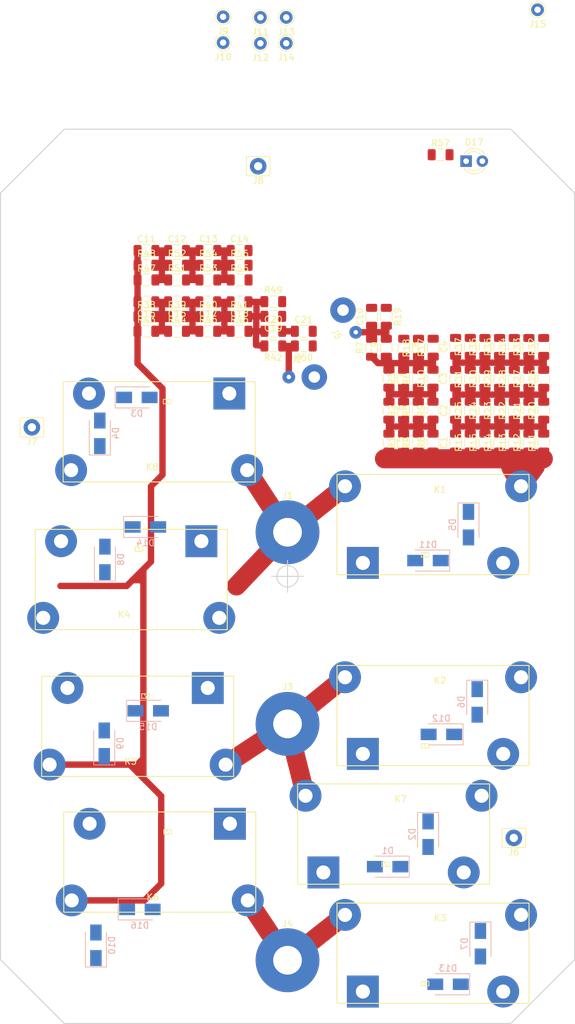
<source format=kicad_pcb>
(kicad_pcb (version 20171130) (host pcbnew "(5.1.0)-1")

  (general
    (thickness 1.6)
    (drawings 9)
    (tracks 179)
    (zones 0)
    (modules 118)
    (nets 39)
  )

  (page A4)
  (layers
    (0 F.Cu signal)
    (31 B.Cu signal)
    (32 B.Adhes user hide)
    (33 F.Adhes user hide)
    (34 B.Paste user hide)
    (35 F.Paste user hide)
    (36 B.SilkS user hide)
    (37 F.SilkS user hide)
    (38 B.Mask user hide)
    (39 F.Mask user hide)
    (40 Dwgs.User user hide)
    (41 Cmts.User user hide)
    (42 Eco1.User user hide)
    (43 Eco2.User user hide)
    (44 Edge.Cuts user)
    (45 Margin user hide)
    (46 B.CrtYd user)
    (47 F.CrtYd user)
    (48 B.Fab user hide)
    (49 F.Fab user hide)
  )

  (setup
    (last_trace_width 0.25)
    (user_trace_width 0.5)
    (user_trace_width 1)
    (user_trace_width 2)
    (user_trace_width 3)
    (trace_clearance 2)
    (zone_clearance 0.1)
    (zone_45_only no)
    (trace_min 0.2)
    (via_size 0.8)
    (via_drill 0.4)
    (via_min_size 0.4)
    (via_min_drill 0.3)
    (uvia_size 0.3)
    (uvia_drill 0.1)
    (uvias_allowed no)
    (uvia_min_size 0.2)
    (uvia_min_drill 0.1)
    (edge_width 0.15)
    (segment_width 0.2)
    (pcb_text_width 0.3)
    (pcb_text_size 1.5 1.5)
    (mod_edge_width 0.15)
    (mod_text_size 1 1)
    (mod_text_width 0.15)
    (pad_size 1.524 1.524)
    (pad_drill 0.762)
    (pad_to_mask_clearance 0.2)
    (aux_axis_origin 0 0)
    (visible_elements 7FFFFFFF)
    (pcbplotparams
      (layerselection 0x01030_ffffffff)
      (usegerberextensions false)
      (usegerberattributes false)
      (usegerberadvancedattributes false)
      (creategerberjobfile false)
      (excludeedgelayer true)
      (linewidth 0.100000)
      (plotframeref false)
      (viasonmask false)
      (mode 1)
      (useauxorigin false)
      (hpglpennumber 1)
      (hpglpenspeed 20)
      (hpglpendiameter 15.000000)
      (psnegative false)
      (psa4output false)
      (plotreference true)
      (plotvalue true)
      (plotinvisibletext false)
      (padsonsilk false)
      (subtractmaskfromsilk false)
      (outputformat 4)
      (mirror false)
      (drillshape 0)
      (scaleselection 1)
      (outputdirectory "plot/"))
  )

  (net 0 "")
  (net 1 GND)
  (net 2 reloutcom)
  (net 3 "Net-(D1-Pad1)")
  (net 4 rel-)
  (net 5 "Net-(D3-Pad1)")
  (net 6 rel+)
  (net 7 "Net-(D11-Pad1)")
  (net 8 "Net-(D12-Pad1)")
  (net 9 relPE)
  (net 10 "Net-(D13-Pad1)")
  (net 11 "Net-(D14-Pad1)")
  (net 12 "Net-(D15-Pad1)")
  (net 13 "Net-(D10-Pad1)")
  (net 14 rel54com)
  (net 15 rel60com)
  (net 16 /V+in)
  (net 17 /V-in)
  (net 18 /PEin)
  (net 19 /V-out)
  (net 20 /V+out)
  (net 21 /max750)
  (net 22 /max563)
  (net 23 /max375)
  (net 24 /max188)
  (net 25 /max512)
  (net 26 /max273)
  (net 27 /max34)
  (net 28 /max1.5)
  (net 29 /max1049)
  (net 30 /max1429)
  (net 31 /max699)
  (net 32 /max350)
  (net 33 /max1057)
  (net 34 /max715)
  (net 35 /max373)
  (net 36 /max31)
  (net 37 /max1.4)
  (net 38 "Net-(D17-Pad2)")

  (net_class Default "This is the default net class."
    (clearance 2)
    (trace_width 0.25)
    (via_dia 0.8)
    (via_drill 0.4)
    (uvia_dia 0.3)
    (uvia_drill 0.1)
    (add_net "Net-(D1-Pad1)")
    (add_net "Net-(D10-Pad1)")
    (add_net "Net-(D11-Pad1)")
    (add_net "Net-(D12-Pad1)")
    (add_net "Net-(D13-Pad1)")
    (add_net "Net-(D14-Pad1)")
    (add_net "Net-(D15-Pad1)")
    (add_net "Net-(D17-Pad2)")
    (add_net "Net-(D3-Pad1)")
  )

  (net_class HV ""
    (clearance 1.5)
    (trace_width 1)
    (via_dia 0.8)
    (via_drill 0.4)
    (uvia_dia 0.3)
    (uvia_drill 0.1)
    (add_net /PEin)
    (add_net /V+in)
    (add_net /V+out)
    (add_net /V-in)
    (add_net /V-out)
    (add_net /max1429)
    (add_net /max750)
  )

  (net_class LV ""
    (clearance 1.5)
    (trace_width 1)
    (via_dia 0.8)
    (via_drill 0.4)
    (uvia_dia 0.3)
    (uvia_drill 0.1)
  )

  (net_class MIDV ""
    (clearance 1)
    (trace_width 1)
    (via_dia 0.8)
    (via_drill 0.4)
    (uvia_dia 0.3)
    (uvia_drill 0.1)
    (add_net /max1049)
    (add_net /max1057)
    (add_net /max188)
    (add_net /max273)
    (add_net /max31)
    (add_net /max34)
    (add_net /max350)
    (add_net /max373)
    (add_net /max375)
    (add_net /max512)
    (add_net /max563)
    (add_net /max699)
    (add_net /max715)
  )

  (net_class double_saftey ""
    (clearance 6)
    (trace_width 0.25)
    (via_dia 0.8)
    (via_drill 0.4)
    (uvia_dia 0.3)
    (uvia_drill 0.1)
    (add_net /max1.4)
    (add_net /max1.5)
    (add_net GND)
  )

  (net_class signals ""
    (clearance 0.8)
    (trace_width 0.25)
    (via_dia 0.8)
    (via_drill 0.4)
    (uvia_dia 0.3)
    (uvia_drill 0.1)
    (add_net rel+)
    (add_net rel-)
    (add_net rel54com)
    (add_net rel60com)
    (add_net relPE)
    (add_net reloutcom)
  )

  (module custom_footprints:ALFG2PF241_round_holes (layer F.Cu) (tedit 5CDC183E) (tstamp 5CDB1886)
    (at 115.875 61.375 180)
    (descr "Panasonic Relay SPST, http://www.farnell.com/datasheets/2244182.pdf")
    (tags "Panasonic Relay SPST")
    (path /5CE80966)
    (fp_text reference K8 (at 12.1 -11.5) (layer F.SilkS)
      (effects (font (size 1 1) (thickness 0.15)))
    )
    (fp_text value ALFG2PF241 (at 12.1 3.9) (layer F.Fab)
      (effects (font (size 1 1) (thickness 0.15)))
    )
    (fp_line (start -4.1402 -13.97) (end 26.1366 -13.97) (layer F.Fab) (width 0.12))
    (fp_line (start -4.05 1.85) (end -4.05 -13.85) (layer F.SilkS) (width 0.15))
    (fp_line (start 26.05 1.85) (end -4.05 1.85) (layer F.SilkS) (width 0.15))
    (fp_line (start 26.05 -13.85) (end 26.05 1.85) (layer F.SilkS) (width 0.15))
    (fp_line (start -4.05 -13.85) (end 26.05 -13.85) (layer F.SilkS) (width 0.15))
    (fp_text user %R (at 12 -3.75) (layer F.Fab)
      (effects (font (size 1 1) (thickness 0.15)))
    )
    (fp_line (start 26.05 1.85) (end 26.05 -13.85) (layer F.CrtYd) (width 0.05))
    (fp_line (start -4.05 1.85) (end 26.05 1.85) (layer F.CrtYd) (width 0.05))
    (fp_line (start -4.05 -13.85) (end -4.05 1.85) (layer F.CrtYd) (width 0.05))
    (fp_line (start 26.05 -13.85) (end -4.05 -13.85) (layer F.CrtYd) (width 0.05))
    (fp_line (start 10.36 -0.91) (end 10.36 -1.61) (layer F.SilkS) (width 0.12))
    (fp_line (start 9.16 -0.91) (end 10.36 -0.91) (layer F.SilkS) (width 0.12))
    (fp_line (start 9.16 -1.61) (end 9.16 -0.91) (layer F.SilkS) (width 0.12))
    (fp_line (start 10.36 -1.61) (end 9.16 -1.61) (layer F.SilkS) (width 0.12))
    (fp_line (start 9.96 -0.91) (end 9.56 -1.61) (layer F.SilkS) (width 0.12))
    (fp_line (start 26.162 1.9304) (end 26.162 -13.97) (layer F.Fab) (width 0.1))
    (fp_line (start -4.1402 1.9558) (end 26.162 1.9558) (layer F.Fab) (width 0.1))
    (fp_line (start -4.1402 -13.97) (end -4.1402 1.9558) (layer F.Fab) (width 0.1))
    (pad 3 thru_hole circle (at -2.8 -12 270) (size 5 5) (drill 2.2) (layers *.Cu *.Mask)
      (net 16 /V+in))
    (pad 4 thru_hole circle (at 24.8 -12 270) (size 5 5) (drill 2.2) (layers *.Cu *.Mask)
      (net 20 /V+out))
    (pad 2 thru_hole circle (at 22 0 270) (size 5 5) (drill 2.2) (layers *.Cu *.Mask)
      (net 5 "Net-(D3-Pad1)"))
    (pad 1 thru_hole rect (at 0 0 270) (size 5 5) (drill 2.2) (layers *.Cu *.Mask)
      (net 2 reloutcom))
    (model ${KIPRJMOD}/3d-models/ALFG2PF241.wrl
      (offset (xyz -4 -2 0))
      (scale (xyz 1 1 1))
      (rotate (xyz 0 0 0))
    )
  )

  (module custom_footprints:ALFG2PF241_round_holes (layer F.Cu) (tedit 5CDC183E) (tstamp 5CE0FD53)
    (at 130.625 136.35)
    (descr "Panasonic Relay SPST, http://www.farnell.com/datasheets/2244182.pdf")
    (tags "Panasonic Relay SPST")
    (path /5CE80A8F)
    (fp_text reference K7 (at 12.1 -11.5 180) (layer F.SilkS)
      (effects (font (size 1 1) (thickness 0.15)))
    )
    (fp_text value ALFG2PF241 (at 12.1 3.9 180) (layer F.Fab)
      (effects (font (size 1 1) (thickness 0.15)))
    )
    (fp_line (start -4.1402 -13.97) (end 26.1366 -13.97) (layer F.Fab) (width 0.12))
    (fp_line (start -4.05 1.85) (end -4.05 -13.85) (layer F.SilkS) (width 0.15))
    (fp_line (start 26.05 1.85) (end -4.05 1.85) (layer F.SilkS) (width 0.15))
    (fp_line (start 26.05 -13.85) (end 26.05 1.85) (layer F.SilkS) (width 0.15))
    (fp_line (start -4.05 -13.85) (end 26.05 -13.85) (layer F.SilkS) (width 0.15))
    (fp_text user %R (at 12 -3.75 180) (layer F.Fab)
      (effects (font (size 1 1) (thickness 0.15)))
    )
    (fp_line (start 26.05 1.85) (end 26.05 -13.85) (layer F.CrtYd) (width 0.05))
    (fp_line (start -4.05 1.85) (end 26.05 1.85) (layer F.CrtYd) (width 0.05))
    (fp_line (start -4.05 -13.85) (end -4.05 1.85) (layer F.CrtYd) (width 0.05))
    (fp_line (start 26.05 -13.85) (end -4.05 -13.85) (layer F.CrtYd) (width 0.05))
    (fp_line (start 10.36 -0.91) (end 10.36 -1.61) (layer F.SilkS) (width 0.12))
    (fp_line (start 9.16 -0.91) (end 10.36 -0.91) (layer F.SilkS) (width 0.12))
    (fp_line (start 9.16 -1.61) (end 9.16 -0.91) (layer F.SilkS) (width 0.12))
    (fp_line (start 10.36 -1.61) (end 9.16 -1.61) (layer F.SilkS) (width 0.12))
    (fp_line (start 9.96 -0.91) (end 9.56 -1.61) (layer F.SilkS) (width 0.12))
    (fp_line (start 26.162 1.9304) (end 26.162 -13.97) (layer F.Fab) (width 0.1))
    (fp_line (start -4.1402 1.9558) (end 26.162 1.9558) (layer F.Fab) (width 0.1))
    (fp_line (start -4.1402 -13.97) (end -4.1402 1.9558) (layer F.Fab) (width 0.1))
    (pad 3 thru_hole circle (at -2.8 -12 90) (size 5 5) (drill 2.2) (layers *.Cu *.Mask)
      (net 17 /V-in))
    (pad 4 thru_hole circle (at 24.8 -12 90) (size 5 5) (drill 2.2) (layers *.Cu *.Mask)
      (net 19 /V-out))
    (pad 2 thru_hole circle (at 22 0 90) (size 5 5) (drill 2.2) (layers *.Cu *.Mask)
      (net 3 "Net-(D1-Pad1)"))
    (pad 1 thru_hole rect (at 0 0 90) (size 5 5) (drill 2.2) (layers *.Cu *.Mask)
      (net 2 reloutcom))
    (model ${KIPRJMOD}/3d-models/ALFG2PF241.wrl
      (offset (xyz -4 -2 0))
      (scale (xyz 1 1 1))
      (rotate (xyz 0 0 0))
    )
  )

  (module custom_footprints:ALFG2PF241_round_holes (layer F.Cu) (tedit 5CDC183E) (tstamp 5CDC4C0C)
    (at 115.97 128.73 180)
    (descr "Panasonic Relay SPST, http://www.farnell.com/datasheets/2244182.pdf")
    (tags "Panasonic Relay SPST")
    (path /5CE808A8)
    (fp_text reference K6 (at 12.1 -11.5) (layer F.SilkS)
      (effects (font (size 1 1) (thickness 0.15)))
    )
    (fp_text value ALFG2PF241 (at 12.1 3.9) (layer F.Fab)
      (effects (font (size 1 1) (thickness 0.15)))
    )
    (fp_line (start -4.1402 -13.97) (end 26.1366 -13.97) (layer F.Fab) (width 0.12))
    (fp_line (start -4.05 1.85) (end -4.05 -13.85) (layer F.SilkS) (width 0.15))
    (fp_line (start 26.05 1.85) (end -4.05 1.85) (layer F.SilkS) (width 0.15))
    (fp_line (start 26.05 -13.85) (end 26.05 1.85) (layer F.SilkS) (width 0.15))
    (fp_line (start -4.05 -13.85) (end 26.05 -13.85) (layer F.SilkS) (width 0.15))
    (fp_text user %R (at 12 -3.75) (layer F.Fab)
      (effects (font (size 1 1) (thickness 0.15)))
    )
    (fp_line (start 26.05 1.85) (end 26.05 -13.85) (layer F.CrtYd) (width 0.05))
    (fp_line (start -4.05 1.85) (end 26.05 1.85) (layer F.CrtYd) (width 0.05))
    (fp_line (start -4.05 -13.85) (end -4.05 1.85) (layer F.CrtYd) (width 0.05))
    (fp_line (start 26.05 -13.85) (end -4.05 -13.85) (layer F.CrtYd) (width 0.05))
    (fp_line (start 10.36 -0.91) (end 10.36 -1.61) (layer F.SilkS) (width 0.12))
    (fp_line (start 9.16 -0.91) (end 10.36 -0.91) (layer F.SilkS) (width 0.12))
    (fp_line (start 9.16 -1.61) (end 9.16 -0.91) (layer F.SilkS) (width 0.12))
    (fp_line (start 10.36 -1.61) (end 9.16 -1.61) (layer F.SilkS) (width 0.12))
    (fp_line (start 9.96 -0.91) (end 9.56 -1.61) (layer F.SilkS) (width 0.12))
    (fp_line (start 26.162 1.9304) (end 26.162 -13.97) (layer F.Fab) (width 0.1))
    (fp_line (start -4.1402 1.9558) (end 26.162 1.9558) (layer F.Fab) (width 0.1))
    (fp_line (start -4.1402 -13.97) (end -4.1402 1.9558) (layer F.Fab) (width 0.1))
    (pad 3 thru_hole circle (at -2.8 -12 270) (size 5 5) (drill 2.2) (layers *.Cu *.Mask)
      (net 18 /PEin))
    (pad 4 thru_hole circle (at 24.8 -12 270) (size 5 5) (drill 2.2) (layers *.Cu *.Mask)
      (net 30 /max1429))
    (pad 2 thru_hole circle (at 22 0 270) (size 5 5) (drill 2.2) (layers *.Cu *.Mask)
      (net 13 "Net-(D10-Pad1)"))
    (pad 1 thru_hole rect (at 0 0 270) (size 5 5) (drill 2.2) (layers *.Cu *.Mask)
      (net 15 rel60com))
    (model ${KIPRJMOD}/3d-models/ALFG2PF241.wrl
      (offset (xyz -4 -2 0))
      (scale (xyz 1 1 1))
      (rotate (xyz 0 0 0))
    )
  )

  (module custom_footprints:ALFG2PF241_round_holes locked (layer F.Cu) (tedit 5CDC183E) (tstamp 5CDC2FD3)
    (at 112.5 107.475 180)
    (descr "Panasonic Relay SPST, http://www.farnell.com/datasheets/2244182.pdf")
    (tags "Panasonic Relay SPST")
    (path /5CE807F2)
    (fp_text reference K5 (at 12.1 -11.5) (layer F.SilkS)
      (effects (font (size 1 1) (thickness 0.15)))
    )
    (fp_text value ALFG2PF241 (at 12.1 3.9) (layer F.Fab)
      (effects (font (size 1 1) (thickness 0.15)))
    )
    (fp_line (start -4.1402 -13.97) (end 26.1366 -13.97) (layer F.Fab) (width 0.12))
    (fp_line (start -4.05 1.85) (end -4.05 -13.85) (layer F.SilkS) (width 0.15))
    (fp_line (start 26.05 1.85) (end -4.05 1.85) (layer F.SilkS) (width 0.15))
    (fp_line (start 26.05 -13.85) (end 26.05 1.85) (layer F.SilkS) (width 0.15))
    (fp_line (start -4.05 -13.85) (end 26.05 -13.85) (layer F.SilkS) (width 0.15))
    (fp_text user %R (at 12 -3.75) (layer F.Fab)
      (effects (font (size 1 1) (thickness 0.15)))
    )
    (fp_line (start 26.05 1.85) (end 26.05 -13.85) (layer F.CrtYd) (width 0.05))
    (fp_line (start -4.05 1.85) (end 26.05 1.85) (layer F.CrtYd) (width 0.05))
    (fp_line (start -4.05 -13.85) (end -4.05 1.85) (layer F.CrtYd) (width 0.05))
    (fp_line (start 26.05 -13.85) (end -4.05 -13.85) (layer F.CrtYd) (width 0.05))
    (fp_line (start 10.36 -0.91) (end 10.36 -1.61) (layer F.SilkS) (width 0.12))
    (fp_line (start 9.16 -0.91) (end 10.36 -0.91) (layer F.SilkS) (width 0.12))
    (fp_line (start 9.16 -1.61) (end 9.16 -0.91) (layer F.SilkS) (width 0.12))
    (fp_line (start 10.36 -1.61) (end 9.16 -1.61) (layer F.SilkS) (width 0.12))
    (fp_line (start 9.96 -0.91) (end 9.56 -1.61) (layer F.SilkS) (width 0.12))
    (fp_line (start 26.162 1.9304) (end 26.162 -13.97) (layer F.Fab) (width 0.1))
    (fp_line (start -4.1402 1.9558) (end 26.162 1.9558) (layer F.Fab) (width 0.1))
    (fp_line (start -4.1402 -13.97) (end -4.1402 1.9558) (layer F.Fab) (width 0.1))
    (pad 3 thru_hole circle (at -2.8 -12 270) (size 5 5) (drill 2.2) (layers *.Cu *.Mask)
      (net 17 /V-in))
    (pad 4 thru_hole circle (at 24.8 -12 270) (size 5 5) (drill 2.2) (layers *.Cu *.Mask)
      (net 30 /max1429))
    (pad 2 thru_hole circle (at 22 0 270) (size 5 5) (drill 2.2) (layers *.Cu *.Mask)
      (net 12 "Net-(D15-Pad1)"))
    (pad 1 thru_hole rect (at 0 0 270) (size 5 5) (drill 2.2) (layers *.Cu *.Mask)
      (net 15 rel60com))
    (model ${KIPRJMOD}/3d-models/ALFG2PF241.wrl
      (offset (xyz -4 -2 0))
      (scale (xyz 1 1 1))
      (rotate (xyz 0 0 0))
    )
  )

  (module custom_footprints:ALFG2PF241_round_holes (layer F.Cu) (tedit 5CDC183E) (tstamp 5CDDAB85)
    (at 111.5 84.5 180)
    (descr "Panasonic Relay SPST, http://www.farnell.com/datasheets/2244182.pdf")
    (tags "Panasonic Relay SPST")
    (path /5CE8074E)
    (fp_text reference K4 (at 12.1 -11.5) (layer F.SilkS)
      (effects (font (size 1 1) (thickness 0.15)))
    )
    (fp_text value ALFG2PF241 (at 12.1 3.9) (layer F.Fab)
      (effects (font (size 1 1) (thickness 0.15)))
    )
    (fp_line (start -4.1402 -13.97) (end 26.1366 -13.97) (layer F.Fab) (width 0.12))
    (fp_line (start -4.05 1.85) (end -4.05 -13.85) (layer F.SilkS) (width 0.15))
    (fp_line (start 26.05 1.85) (end -4.05 1.85) (layer F.SilkS) (width 0.15))
    (fp_line (start 26.05 -13.85) (end 26.05 1.85) (layer F.SilkS) (width 0.15))
    (fp_line (start -4.05 -13.85) (end 26.05 -13.85) (layer F.SilkS) (width 0.15))
    (fp_text user %R (at 12 -3.75) (layer F.Fab)
      (effects (font (size 1 1) (thickness 0.15)))
    )
    (fp_line (start 26.05 1.85) (end 26.05 -13.85) (layer F.CrtYd) (width 0.05))
    (fp_line (start -4.05 1.85) (end 26.05 1.85) (layer F.CrtYd) (width 0.05))
    (fp_line (start -4.05 -13.85) (end -4.05 1.85) (layer F.CrtYd) (width 0.05))
    (fp_line (start 26.05 -13.85) (end -4.05 -13.85) (layer F.CrtYd) (width 0.05))
    (fp_line (start 10.36 -0.91) (end 10.36 -1.61) (layer F.SilkS) (width 0.12))
    (fp_line (start 9.16 -0.91) (end 10.36 -0.91) (layer F.SilkS) (width 0.12))
    (fp_line (start 9.16 -1.61) (end 9.16 -0.91) (layer F.SilkS) (width 0.12))
    (fp_line (start 10.36 -1.61) (end 9.16 -1.61) (layer F.SilkS) (width 0.12))
    (fp_line (start 9.96 -0.91) (end 9.56 -1.61) (layer F.SilkS) (width 0.12))
    (fp_line (start 26.162 1.9304) (end 26.162 -13.97) (layer F.Fab) (width 0.1))
    (fp_line (start -4.1402 1.9558) (end 26.162 1.9558) (layer F.Fab) (width 0.1))
    (fp_line (start -4.1402 -13.97) (end -4.1402 1.9558) (layer F.Fab) (width 0.1))
    (pad 3 thru_hole circle (at -2.8 -12 270) (size 5 5) (drill 2.2) (layers *.Cu *.Mask)
      (net 16 /V+in))
    (pad 4 thru_hole circle (at 24.8 -12 270) (size 5 5) (drill 2.2) (layers *.Cu *.Mask)
      (net 30 /max1429))
    (pad 2 thru_hole circle (at 22 0 270) (size 5 5) (drill 2.2) (layers *.Cu *.Mask)
      (net 11 "Net-(D14-Pad1)"))
    (pad 1 thru_hole rect (at 0 0 270) (size 5 5) (drill 2.2) (layers *.Cu *.Mask)
      (net 15 rel60com))
    (model ${KIPRJMOD}/3d-models/ALFG2PF241.wrl
      (offset (xyz -4 -2 0))
      (scale (xyz 1 1 1))
      (rotate (xyz 0 0 0))
    )
  )

  (module custom_footprints:ALFG2PF241_round_holes (layer F.Cu) (tedit 5CDC183E) (tstamp 5CDBE757)
    (at 136.813633 155)
    (descr "Panasonic Relay SPST, http://www.farnell.com/datasheets/2244182.pdf")
    (tags "Panasonic Relay SPST")
    (path /5CE806B0)
    (fp_text reference K3 (at 12.1 -11.5 180) (layer F.SilkS)
      (effects (font (size 1 1) (thickness 0.15)))
    )
    (fp_text value ALFG2PF241 (at 12.1 3.9 180) (layer F.Fab)
      (effects (font (size 1 1) (thickness 0.15)))
    )
    (fp_line (start -4.1402 -13.97) (end 26.1366 -13.97) (layer F.Fab) (width 0.12))
    (fp_line (start -4.05 1.85) (end -4.05 -13.85) (layer F.SilkS) (width 0.15))
    (fp_line (start 26.05 1.85) (end -4.05 1.85) (layer F.SilkS) (width 0.15))
    (fp_line (start 26.05 -13.85) (end 26.05 1.85) (layer F.SilkS) (width 0.15))
    (fp_line (start -4.05 -13.85) (end 26.05 -13.85) (layer F.SilkS) (width 0.15))
    (fp_text user %R (at 12 -3.75 180) (layer F.Fab)
      (effects (font (size 1 1) (thickness 0.15)))
    )
    (fp_line (start 26.05 1.85) (end 26.05 -13.85) (layer F.CrtYd) (width 0.05))
    (fp_line (start -4.05 1.85) (end 26.05 1.85) (layer F.CrtYd) (width 0.05))
    (fp_line (start -4.05 -13.85) (end -4.05 1.85) (layer F.CrtYd) (width 0.05))
    (fp_line (start 26.05 -13.85) (end -4.05 -13.85) (layer F.CrtYd) (width 0.05))
    (fp_line (start 10.36 -0.91) (end 10.36 -1.61) (layer F.SilkS) (width 0.12))
    (fp_line (start 9.16 -0.91) (end 10.36 -0.91) (layer F.SilkS) (width 0.12))
    (fp_line (start 9.16 -1.61) (end 9.16 -0.91) (layer F.SilkS) (width 0.12))
    (fp_line (start 10.36 -1.61) (end 9.16 -1.61) (layer F.SilkS) (width 0.12))
    (fp_line (start 9.96 -0.91) (end 9.56 -1.61) (layer F.SilkS) (width 0.12))
    (fp_line (start 26.162 1.9304) (end 26.162 -13.97) (layer F.Fab) (width 0.1))
    (fp_line (start -4.1402 1.9558) (end 26.162 1.9558) (layer F.Fab) (width 0.1))
    (fp_line (start -4.1402 -13.97) (end -4.1402 1.9558) (layer F.Fab) (width 0.1))
    (pad 3 thru_hole circle (at -2.8 -12 90) (size 5 5) (drill 2.2) (layers *.Cu *.Mask)
      (net 18 /PEin))
    (pad 4 thru_hole circle (at 24.8 -12 90) (size 5 5) (drill 2.2) (layers *.Cu *.Mask)
      (net 21 /max750))
    (pad 2 thru_hole circle (at 22 0 90) (size 5 5) (drill 2.2) (layers *.Cu *.Mask)
      (net 10 "Net-(D13-Pad1)"))
    (pad 1 thru_hole rect (at 0 0 90) (size 5 5) (drill 2.2) (layers *.Cu *.Mask)
      (net 14 rel54com))
    (model ${KIPRJMOD}/3d-models/ALFG2PF241.wrl
      (offset (xyz -4 -2 0))
      (scale (xyz 1 1 1))
      (rotate (xyz 0 0 0))
    )
  )

  (module custom_footprints:ALFG2PF241_round_holes locked (layer F.Cu) (tedit 5CDC183E) (tstamp 5CE0FCCC)
    (at 136.813633 117.8)
    (descr "Panasonic Relay SPST, http://www.farnell.com/datasheets/2244182.pdf")
    (tags "Panasonic Relay SPST")
    (path /5CE80608)
    (fp_text reference K2 (at 12.1 -11.5 180) (layer F.SilkS)
      (effects (font (size 1 1) (thickness 0.15)))
    )
    (fp_text value ALFG2PF241 (at 12.1 3.9 180) (layer F.Fab)
      (effects (font (size 1 1) (thickness 0.15)))
    )
    (fp_line (start -4.1402 -13.97) (end 26.1366 -13.97) (layer F.Fab) (width 0.12))
    (fp_line (start -4.05 1.85) (end -4.05 -13.85) (layer F.SilkS) (width 0.15))
    (fp_line (start 26.05 1.85) (end -4.05 1.85) (layer F.SilkS) (width 0.15))
    (fp_line (start 26.05 -13.85) (end 26.05 1.85) (layer F.SilkS) (width 0.15))
    (fp_line (start -4.05 -13.85) (end 26.05 -13.85) (layer F.SilkS) (width 0.15))
    (fp_text user %R (at 12 -3.75 180) (layer F.Fab)
      (effects (font (size 1 1) (thickness 0.15)))
    )
    (fp_line (start 26.05 1.85) (end 26.05 -13.85) (layer F.CrtYd) (width 0.05))
    (fp_line (start -4.05 1.85) (end 26.05 1.85) (layer F.CrtYd) (width 0.05))
    (fp_line (start -4.05 -13.85) (end -4.05 1.85) (layer F.CrtYd) (width 0.05))
    (fp_line (start 26.05 -13.85) (end -4.05 -13.85) (layer F.CrtYd) (width 0.05))
    (fp_line (start 10.36 -0.91) (end 10.36 -1.61) (layer F.SilkS) (width 0.12))
    (fp_line (start 9.16 -0.91) (end 10.36 -0.91) (layer F.SilkS) (width 0.12))
    (fp_line (start 9.16 -1.61) (end 9.16 -0.91) (layer F.SilkS) (width 0.12))
    (fp_line (start 10.36 -1.61) (end 9.16 -1.61) (layer F.SilkS) (width 0.12))
    (fp_line (start 9.96 -0.91) (end 9.56 -1.61) (layer F.SilkS) (width 0.12))
    (fp_line (start 26.162 1.9304) (end 26.162 -13.97) (layer F.Fab) (width 0.1))
    (fp_line (start -4.1402 1.9558) (end 26.162 1.9558) (layer F.Fab) (width 0.1))
    (fp_line (start -4.1402 -13.97) (end -4.1402 1.9558) (layer F.Fab) (width 0.1))
    (pad 3 thru_hole circle (at -2.8 -12 90) (size 5 5) (drill 2.2) (layers *.Cu *.Mask)
      (net 17 /V-in))
    (pad 4 thru_hole circle (at 24.8 -12 90) (size 5 5) (drill 2.2) (layers *.Cu *.Mask)
      (net 21 /max750))
    (pad 2 thru_hole circle (at 22 0 90) (size 5 5) (drill 2.2) (layers *.Cu *.Mask)
      (net 8 "Net-(D12-Pad1)"))
    (pad 1 thru_hole rect (at 0 0 90) (size 5 5) (drill 2.2) (layers *.Cu *.Mask)
      (net 14 rel54com))
    (model ${KIPRJMOD}/3d-models/ALFG2PF241.wrl
      (offset (xyz -4 -2 0))
      (scale (xyz 1 1 1))
      (rotate (xyz 0 0 0))
    )
  )

  (module custom_footprints:ALFG2PF241_round_holes locked (layer F.Cu) (tedit 5CDC183E) (tstamp 5CE0FCB1)
    (at 136.813633 87.9)
    (descr "Panasonic Relay SPST, http://www.farnell.com/datasheets/2244182.pdf")
    (tags "Panasonic Relay SPST")
    (path /5CE8004E)
    (fp_text reference K1 (at 12.1 -11.5 180) (layer F.SilkS)
      (effects (font (size 1 1) (thickness 0.15)))
    )
    (fp_text value ALFG2PF241 (at 12.1 3.9 180) (layer F.Fab)
      (effects (font (size 1 1) (thickness 0.15)))
    )
    (fp_line (start -4.1402 -13.97) (end 26.1366 -13.97) (layer F.Fab) (width 0.12))
    (fp_line (start -4.05 1.85) (end -4.05 -13.85) (layer F.SilkS) (width 0.15))
    (fp_line (start 26.05 1.85) (end -4.05 1.85) (layer F.SilkS) (width 0.15))
    (fp_line (start 26.05 -13.85) (end 26.05 1.85) (layer F.SilkS) (width 0.15))
    (fp_line (start -4.05 -13.85) (end 26.05 -13.85) (layer F.SilkS) (width 0.15))
    (fp_text user %R (at 12 -3.75 180) (layer F.Fab)
      (effects (font (size 1 1) (thickness 0.15)))
    )
    (fp_line (start 26.05 1.85) (end 26.05 -13.85) (layer F.CrtYd) (width 0.05))
    (fp_line (start -4.05 1.85) (end 26.05 1.85) (layer F.CrtYd) (width 0.05))
    (fp_line (start -4.05 -13.85) (end -4.05 1.85) (layer F.CrtYd) (width 0.05))
    (fp_line (start 26.05 -13.85) (end -4.05 -13.85) (layer F.CrtYd) (width 0.05))
    (fp_line (start 10.36 -0.91) (end 10.36 -1.61) (layer F.SilkS) (width 0.12))
    (fp_line (start 9.16 -0.91) (end 10.36 -0.91) (layer F.SilkS) (width 0.12))
    (fp_line (start 9.16 -1.61) (end 9.16 -0.91) (layer F.SilkS) (width 0.12))
    (fp_line (start 10.36 -1.61) (end 9.16 -1.61) (layer F.SilkS) (width 0.12))
    (fp_line (start 9.96 -0.91) (end 9.56 -1.61) (layer F.SilkS) (width 0.12))
    (fp_line (start 26.162 1.9304) (end 26.162 -13.97) (layer F.Fab) (width 0.1))
    (fp_line (start -4.1402 1.9558) (end 26.162 1.9558) (layer F.Fab) (width 0.1))
    (fp_line (start -4.1402 -13.97) (end -4.1402 1.9558) (layer F.Fab) (width 0.1))
    (pad 3 thru_hole circle (at -2.8 -12 90) (size 5 5) (drill 2.2) (layers *.Cu *.Mask)
      (net 16 /V+in))
    (pad 4 thru_hole circle (at 24.8 -12 90) (size 5 5) (drill 2.2) (layers *.Cu *.Mask)
      (net 21 /max750))
    (pad 2 thru_hole circle (at 22 0 90) (size 5 5) (drill 2.2) (layers *.Cu *.Mask)
      (net 7 "Net-(D11-Pad1)"))
    (pad 1 thru_hole rect (at 0 0 90) (size 5 5) (drill 2.2) (layers *.Cu *.Mask)
      (net 14 rel54com))
    (model ${KIPRJMOD}/3d-models/ALFG2PF241.wrl
      (offset (xyz -4 -2 0))
      (scale (xyz 1 1 1))
      (rotate (xyz 0 0 0))
    )
  )

  (module Connector_Pin:Pin_D1.0mm_L10.0mm (layer F.Cu) (tedit 5A1DC084) (tstamp 5CDD81BE)
    (at 164.2 1.3)
    (descr "solder Pin_ diameter 1.0mm, hole diameter 1.0mm (press fit), length 10.0mm")
    (tags "solder Pin_ press fit")
    (path /5CF00F6D)
    (fp_text reference J15 (at 0 2.25) (layer F.SilkS)
      (effects (font (size 1 1) (thickness 0.15)))
    )
    (fp_text value Conn_01x01_Female (at 0 -2.05) (layer F.Fab)
      (effects (font (size 1 1) (thickness 0.15)))
    )
    (fp_circle (center 0 0) (end 1.25 0.05) (layer F.SilkS) (width 0.12))
    (fp_circle (center 0 0) (end 1 0) (layer F.Fab) (width 0.12))
    (fp_circle (center 0 0) (end 0.5 0) (layer F.Fab) (width 0.12))
    (fp_circle (center 0 0) (end 1.5 0) (layer F.CrtYd) (width 0.05))
    (fp_text user %R (at 0 2.25) (layer F.Fab)
      (effects (font (size 1 1) (thickness 0.15)))
    )
    (pad 1 thru_hole circle (at 0 0) (size 2 2) (drill 1) (layers *.Cu *.Mask)
      (net 1 GND))
    (model ${KISYS3DMOD}/Connector_Pin.3dshapes/Pin_D1.0mm_L10.0mm.wrl
      (at (xyz 0 0 0))
      (scale (xyz 1 1 1))
      (rotate (xyz 0 0 0))
    )
  )

  (module Connector_Pin:Pin_D1.0mm_L10.0mm (layer F.Cu) (tedit 5A1DC084) (tstamp 5CDD81B4)
    (at 124.8 6.55)
    (descr "solder Pin_ diameter 1.0mm, hole diameter 1.0mm (press fit), length 10.0mm")
    (tags "solder Pin_ press fit")
    (path /5CF00E5C)
    (fp_text reference J14 (at 0 2.25) (layer F.SilkS)
      (effects (font (size 1 1) (thickness 0.15)))
    )
    (fp_text value Conn_01x01_Female (at 0 -2.05) (layer F.Fab)
      (effects (font (size 1 1) (thickness 0.15)))
    )
    (fp_circle (center 0 0) (end 1.25 0.05) (layer F.SilkS) (width 0.12))
    (fp_circle (center 0 0) (end 1 0) (layer F.Fab) (width 0.12))
    (fp_circle (center 0 0) (end 0.5 0) (layer F.Fab) (width 0.12))
    (fp_circle (center 0 0) (end 1.5 0) (layer F.CrtYd) (width 0.05))
    (fp_text user %R (at 0 2.25) (layer F.Fab)
      (effects (font (size 1 1) (thickness 0.15)))
    )
    (pad 1 thru_hole circle (at 0 0) (size 2 2) (drill 1) (layers *.Cu *.Mask)
      (net 2 reloutcom))
    (model ${KISYS3DMOD}/Connector_Pin.3dshapes/Pin_D1.0mm_L10.0mm.wrl
      (at (xyz 0 0 0))
      (scale (xyz 1 1 1))
      (rotate (xyz 0 0 0))
    )
  )

  (module Connector_Pin:Pin_D1.0mm_L10.0mm (layer F.Cu) (tedit 5A1DC084) (tstamp 5CDD81AA)
    (at 124.8 2.5)
    (descr "solder Pin_ diameter 1.0mm, hole diameter 1.0mm (press fit), length 10.0mm")
    (tags "solder Pin_ press fit")
    (path /5CF00D1D)
    (fp_text reference J13 (at 0 2.25) (layer F.SilkS)
      (effects (font (size 1 1) (thickness 0.15)))
    )
    (fp_text value Conn_01x01_Female (at 0 -2.05) (layer F.Fab)
      (effects (font (size 1 1) (thickness 0.15)))
    )
    (fp_circle (center 0 0) (end 1.25 0.05) (layer F.SilkS) (width 0.12))
    (fp_circle (center 0 0) (end 1 0) (layer F.Fab) (width 0.12))
    (fp_circle (center 0 0) (end 0.5 0) (layer F.Fab) (width 0.12))
    (fp_circle (center 0 0) (end 1.5 0) (layer F.CrtYd) (width 0.05))
    (fp_text user %R (at 0 2.25) (layer F.Fab)
      (effects (font (size 1 1) (thickness 0.15)))
    )
    (pad 1 thru_hole circle (at 0 0) (size 2 2) (drill 1) (layers *.Cu *.Mask)
      (net 15 rel60com))
    (model ${KISYS3DMOD}/Connector_Pin.3dshapes/Pin_D1.0mm_L10.0mm.wrl
      (at (xyz 0 0 0))
      (scale (xyz 1 1 1))
      (rotate (xyz 0 0 0))
    )
  )

  (module Connector_Pin:Pin_D1.0mm_L10.0mm (layer F.Cu) (tedit 5A1DC084) (tstamp 5CDD81A0)
    (at 120.75 6.55)
    (descr "solder Pin_ diameter 1.0mm, hole diameter 1.0mm (press fit), length 10.0mm")
    (tags "solder Pin_ press fit")
    (path /5CF00BA4)
    (fp_text reference J12 (at 0 2.25) (layer F.SilkS)
      (effects (font (size 1 1) (thickness 0.15)))
    )
    (fp_text value Conn_01x01_Female (at 0 -2.05) (layer F.Fab)
      (effects (font (size 1 1) (thickness 0.15)))
    )
    (fp_circle (center 0 0) (end 1.25 0.05) (layer F.SilkS) (width 0.12))
    (fp_circle (center 0 0) (end 1 0) (layer F.Fab) (width 0.12))
    (fp_circle (center 0 0) (end 0.5 0) (layer F.Fab) (width 0.12))
    (fp_circle (center 0 0) (end 1.5 0) (layer F.CrtYd) (width 0.05))
    (fp_text user %R (at 0 2.25) (layer F.Fab)
      (effects (font (size 1 1) (thickness 0.15)))
    )
    (pad 1 thru_hole circle (at 0 0) (size 2 2) (drill 1) (layers *.Cu *.Mask)
      (net 14 rel54com))
    (model ${KISYS3DMOD}/Connector_Pin.3dshapes/Pin_D1.0mm_L10.0mm.wrl
      (at (xyz 0 0 0))
      (scale (xyz 1 1 1))
      (rotate (xyz 0 0 0))
    )
  )

  (module Connector_Pin:Pin_D1.0mm_L10.0mm (layer F.Cu) (tedit 5A1DC084) (tstamp 5CDD8196)
    (at 120.75 2.5)
    (descr "solder Pin_ diameter 1.0mm, hole diameter 1.0mm (press fit), length 10.0mm")
    (tags "solder Pin_ press fit")
    (path /5CF00A6B)
    (fp_text reference J11 (at 0 2.25) (layer F.SilkS)
      (effects (font (size 1 1) (thickness 0.15)))
    )
    (fp_text value Conn_01x01_Female (at 0 -2.05) (layer F.Fab)
      (effects (font (size 1 1) (thickness 0.15)))
    )
    (fp_circle (center 0 0) (end 1.25 0.05) (layer F.SilkS) (width 0.12))
    (fp_circle (center 0 0) (end 1 0) (layer F.Fab) (width 0.12))
    (fp_circle (center 0 0) (end 0.5 0) (layer F.Fab) (width 0.12))
    (fp_circle (center 0 0) (end 1.5 0) (layer F.CrtYd) (width 0.05))
    (fp_text user %R (at 0 2.25) (layer F.Fab)
      (effects (font (size 1 1) (thickness 0.15)))
    )
    (pad 1 thru_hole circle (at 0 0) (size 2 2) (drill 1) (layers *.Cu *.Mask)
      (net 9 relPE))
    (model ${KISYS3DMOD}/Connector_Pin.3dshapes/Pin_D1.0mm_L10.0mm.wrl
      (at (xyz 0 0 0))
      (scale (xyz 1 1 1))
      (rotate (xyz 0 0 0))
    )
  )

  (module Connector_Pin:Pin_D1.0mm_L10.0mm (layer F.Cu) (tedit 5A1DC084) (tstamp 5CDD818C)
    (at 114.9 6.45)
    (descr "solder Pin_ diameter 1.0mm, hole diameter 1.0mm (press fit), length 10.0mm")
    (tags "solder Pin_ press fit")
    (path /5CF00916)
    (fp_text reference J10 (at 0 2.25) (layer F.SilkS)
      (effects (font (size 1 1) (thickness 0.15)))
    )
    (fp_text value Conn_01x01_Female (at 0 -2.05) (layer F.Fab)
      (effects (font (size 1 1) (thickness 0.15)))
    )
    (fp_circle (center 0 0) (end 1.25 0.05) (layer F.SilkS) (width 0.12))
    (fp_circle (center 0 0) (end 1 0) (layer F.Fab) (width 0.12))
    (fp_circle (center 0 0) (end 0.5 0) (layer F.Fab) (width 0.12))
    (fp_circle (center 0 0) (end 1.5 0) (layer F.CrtYd) (width 0.05))
    (fp_text user %R (at 0 2.25) (layer F.Fab)
      (effects (font (size 1 1) (thickness 0.15)))
    )
    (pad 1 thru_hole circle (at 0 0) (size 2 2) (drill 1) (layers *.Cu *.Mask)
      (net 4 rel-))
    (model ${KISYS3DMOD}/Connector_Pin.3dshapes/Pin_D1.0mm_L10.0mm.wrl
      (at (xyz 0 0 0))
      (scale (xyz 1 1 1))
      (rotate (xyz 0 0 0))
    )
  )

  (module Connector_Pin:Pin_D1.0mm_L10.0mm (layer F.Cu) (tedit 5A1DC084) (tstamp 5CDD8182)
    (at 114.9 2.4)
    (descr "solder Pin_ diameter 1.0mm, hole diameter 1.0mm (press fit), length 10.0mm")
    (tags "solder Pin_ press fit")
    (path /5CEFD46A)
    (fp_text reference J9 (at 0 2.25) (layer F.SilkS)
      (effects (font (size 1 1) (thickness 0.15)))
    )
    (fp_text value Conn_01x01_Female (at 0 -2.05) (layer F.Fab)
      (effects (font (size 1 1) (thickness 0.15)))
    )
    (fp_circle (center 0 0) (end 1.25 0.05) (layer F.SilkS) (width 0.12))
    (fp_circle (center 0 0) (end 1 0) (layer F.Fab) (width 0.12))
    (fp_circle (center 0 0) (end 0.5 0) (layer F.Fab) (width 0.12))
    (fp_circle (center 0 0) (end 1.5 0) (layer F.CrtYd) (width 0.05))
    (fp_text user %R (at 0 2.25) (layer F.Fab)
      (effects (font (size 1 1) (thickness 0.15)))
    )
    (pad 1 thru_hole circle (at 0 0) (size 2 2) (drill 1) (layers *.Cu *.Mask)
      (net 6 rel+))
    (model ${KISYS3DMOD}/Connector_Pin.3dshapes/Pin_D1.0mm_L10.0mm.wrl
      (at (xyz 0 0 0))
      (scale (xyz 1 1 1))
      (rotate (xyz 0 0 0))
    )
  )

  (module Resistor_SMD:R_1206_3216Metric (layer F.Cu) (tedit 5B301BBD) (tstamp 5CDBB842)
    (at 149 24)
    (descr "Resistor SMD 1206 (3216 Metric), square (rectangular) end terminal, IPC_7351 nominal, (Body size source: http://www.tortai-tech.com/upload/download/2011102023233369053.pdf), generated with kicad-footprint-generator")
    (tags resistor)
    (path /5CF614FE)
    (attr smd)
    (fp_text reference R57 (at 0 -1.82) (layer F.SilkS)
      (effects (font (size 1 1) (thickness 0.15)))
    )
    (fp_text value 5600 (at 0 1.82) (layer F.Fab)
      (effects (font (size 1 1) (thickness 0.15)))
    )
    (fp_text user %R (at 0 0) (layer F.Fab)
      (effects (font (size 0.8 0.8) (thickness 0.12)))
    )
    (fp_line (start 2.28 1.12) (end -2.28 1.12) (layer F.CrtYd) (width 0.05))
    (fp_line (start 2.28 -1.12) (end 2.28 1.12) (layer F.CrtYd) (width 0.05))
    (fp_line (start -2.28 -1.12) (end 2.28 -1.12) (layer F.CrtYd) (width 0.05))
    (fp_line (start -2.28 1.12) (end -2.28 -1.12) (layer F.CrtYd) (width 0.05))
    (fp_line (start -0.602064 0.91) (end 0.602064 0.91) (layer F.SilkS) (width 0.12))
    (fp_line (start -0.602064 -0.91) (end 0.602064 -0.91) (layer F.SilkS) (width 0.12))
    (fp_line (start 1.6 0.8) (end -1.6 0.8) (layer F.Fab) (width 0.1))
    (fp_line (start 1.6 -0.8) (end 1.6 0.8) (layer F.Fab) (width 0.1))
    (fp_line (start -1.6 -0.8) (end 1.6 -0.8) (layer F.Fab) (width 0.1))
    (fp_line (start -1.6 0.8) (end -1.6 -0.8) (layer F.Fab) (width 0.1))
    (pad 2 smd roundrect (at 1.4 0) (size 1.25 1.75) (layers F.Cu F.Paste F.Mask) (roundrect_rratio 0.2)
      (net 38 "Net-(D17-Pad2)"))
    (pad 1 smd roundrect (at -1.4 0) (size 1.25 1.75) (layers F.Cu F.Paste F.Mask) (roundrect_rratio 0.2)
      (net 9 relPE))
    (model ${KISYS3DMOD}/Resistor_SMD.3dshapes/R_1206_3216Metric.wrl
      (at (xyz 0 0 0))
      (scale (xyz 1 1 1))
      (rotate (xyz 0 0 0))
    )
  )

  (module LED_THT:LED_D3.0mm (layer F.Cu) (tedit 587A3A7B) (tstamp 5CDBAED7)
    (at 153 25)
    (descr "LED, diameter 3.0mm, 2 pins")
    (tags "LED diameter 3.0mm 2 pins")
    (path /5CF5FE57)
    (fp_text reference D17 (at 1.27 -2.96) (layer F.SilkS)
      (effects (font (size 1 1) (thickness 0.15)))
    )
    (fp_text value LED (at 1.27 2.96) (layer F.Fab)
      (effects (font (size 1 1) (thickness 0.15)))
    )
    (fp_line (start 3.7 -2.25) (end -1.15 -2.25) (layer F.CrtYd) (width 0.05))
    (fp_line (start 3.7 2.25) (end 3.7 -2.25) (layer F.CrtYd) (width 0.05))
    (fp_line (start -1.15 2.25) (end 3.7 2.25) (layer F.CrtYd) (width 0.05))
    (fp_line (start -1.15 -2.25) (end -1.15 2.25) (layer F.CrtYd) (width 0.05))
    (fp_line (start -0.29 1.08) (end -0.29 1.236) (layer F.SilkS) (width 0.12))
    (fp_line (start -0.29 -1.236) (end -0.29 -1.08) (layer F.SilkS) (width 0.12))
    (fp_line (start -0.23 -1.16619) (end -0.23 1.16619) (layer F.Fab) (width 0.1))
    (fp_circle (center 1.27 0) (end 2.77 0) (layer F.Fab) (width 0.1))
    (fp_arc (start 1.27 0) (end 0.229039 1.08) (angle -87.9) (layer F.SilkS) (width 0.12))
    (fp_arc (start 1.27 0) (end 0.229039 -1.08) (angle 87.9) (layer F.SilkS) (width 0.12))
    (fp_arc (start 1.27 0) (end -0.29 1.235516) (angle -108.8) (layer F.SilkS) (width 0.12))
    (fp_arc (start 1.27 0) (end -0.29 -1.235516) (angle 108.8) (layer F.SilkS) (width 0.12))
    (fp_arc (start 1.27 0) (end -0.23 -1.16619) (angle 284.3) (layer F.Fab) (width 0.1))
    (pad 2 thru_hole circle (at 2.54 0) (size 1.8 1.8) (drill 0.9) (layers *.Cu *.Mask)
      (net 38 "Net-(D17-Pad2)"))
    (pad 1 thru_hole rect (at 0 0) (size 1.8 1.8) (drill 0.9) (layers *.Cu *.Mask)
      (net 2 reloutcom))
    (model ${KISYS3DMOD}/LED_THT.3dshapes/LED_D3.0mm.wrl
      (at (xyz 0 0 0))
      (scale (xyz 1 1 1))
      (rotate (xyz 0 0 0))
    )
  )

  (module custom_footprints:rg400_solder_together (layer F.Cu) (tedit 5CDA880C) (tstamp 5CDB328D)
    (at 125.2 58.8)
    (path /5CE54902)
    (fp_text reference J2 (at 1.25 -2.75) (layer F.SilkS)
      (effects (font (size 1 1) (thickness 0.15)))
    )
    (fp_text value Conn_01x02_Female (at 1.5 3) (layer F.Fab)
      (effects (font (size 1 1) (thickness 0.15)))
    )
    (pad 2 thru_hole circle (at 4 0 180) (size 4 4) (drill 1.8) (layers *.Cu *.Mask)
      (net 1 GND))
    (pad 1 thru_hole circle (at 0 0 180) (size 2 2) (drill 0.7) (layers *.Cu *.Mask)
      (net 37 /max1.4))
  )

  (module custom_footprints:rg400_solder_together (layer F.Cu) (tedit 5CDA880C) (tstamp 5CDD54E0)
    (at 135.7 51.79 120)
    (path /5CE554D6)
    (fp_text reference J5 (at 1.25 -2.75 120) (layer F.SilkS)
      (effects (font (size 1 1) (thickness 0.15)))
    )
    (fp_text value Conn_01x02_Female (at 1.5 3 120) (layer F.Fab)
      (effects (font (size 1 1) (thickness 0.15)))
    )
    (pad 2 thru_hole circle (at 4 0 300) (size 4 4) (drill 1.8) (layers *.Cu *.Mask)
      (net 1 GND))
    (pad 1 thru_hole circle (at 0 0 300) (size 2 2) (drill 0.7) (layers *.Cu *.Mask)
      (net 28 /max1.5))
  )

  (module custom_footprints:banana_connector (layer F.Cu) (tedit 5CDA7887) (tstamp 5CBED532)
    (at 125 150.1)
    (path /5CDC6C6D)
    (fp_text reference J4 (at 0 -5.75) (layer F.SilkS)
      (effects (font (size 1 1) (thickness 0.15)))
    )
    (fp_text value Conn_01x01_Female (at 0 5.75) (layer F.Fab)
      (effects (font (size 1 1) (thickness 0.15)))
    )
    (fp_circle (center 0 0) (end 5.75 0) (layer F.CrtYd) (width 0.12))
    (pad 1 thru_hole circle (at 0 0) (size 10 10) (drill 4.5) (layers *.Cu *.Mask)
      (net 18 /PEin))
  )

  (module custom_footprints:banana_connector (layer F.Cu) (tedit 5CDA7887) (tstamp 5CBED4BE)
    (at 125 113.1)
    (path /5CDC6BB5)
    (fp_text reference J3 (at 0 -5.75) (layer F.SilkS)
      (effects (font (size 1 1) (thickness 0.15)))
    )
    (fp_text value Conn_01x01_Female (at 0 5.75) (layer F.Fab)
      (effects (font (size 1 1) (thickness 0.15)))
    )
    (fp_circle (center 0 0) (end 5.75 0) (layer F.CrtYd) (width 0.12))
    (pad 1 thru_hole circle (at 0 0) (size 10 10) (drill 4.5) (layers *.Cu *.Mask)
      (net 17 /V-in))
  )

  (module custom_footprints:banana_connector (layer F.Cu) (tedit 5CDA7887) (tstamp 5CBED467)
    (at 125 83.1)
    (path /5CDC67ED)
    (fp_text reference J1 (at 0 -5.75) (layer F.SilkS)
      (effects (font (size 1 1) (thickness 0.15)))
    )
    (fp_text value Conn_01x01_Female (at 0 5.75) (layer F.Fab)
      (effects (font (size 1 1) (thickness 0.15)))
    )
    (fp_circle (center 0 0) (end 5.75 0) (layer F.CrtYd) (width 0.12))
    (pad 1 thru_hole circle (at 0 0) (size 10 10) (drill 4.5) (layers *.Cu *.Mask)
      (net 16 /V+in))
  )

  (module Resistor_SMD:R_1206_3216Metric (layer F.Cu) (tedit 5B301BBD) (tstamp 5CE10126)
    (at 117.49 41.3)
    (descr "Resistor SMD 1206 (3216 Metric), square (rectangular) end terminal, IPC_7351 nominal, (Body size source: http://www.tortai-tech.com/upload/download/2011102023233369053.pdf), generated with kicad-footprint-generator")
    (tags resistor)
    (path /5CC70841)
    (attr smd)
    (fp_text reference R56 (at 0 -1.82) (layer F.SilkS)
      (effects (font (size 1 1) (thickness 0.15)))
    )
    (fp_text value 1200 (at 0 1.82) (layer F.Fab)
      (effects (font (size 1 1) (thickness 0.15)))
    )
    (fp_line (start -1.6 0.8) (end -1.6 -0.8) (layer F.Fab) (width 0.1))
    (fp_line (start -1.6 -0.8) (end 1.6 -0.8) (layer F.Fab) (width 0.1))
    (fp_line (start 1.6 -0.8) (end 1.6 0.8) (layer F.Fab) (width 0.1))
    (fp_line (start 1.6 0.8) (end -1.6 0.8) (layer F.Fab) (width 0.1))
    (fp_line (start -0.602064 -0.91) (end 0.602064 -0.91) (layer F.SilkS) (width 0.12))
    (fp_line (start -0.602064 0.91) (end 0.602064 0.91) (layer F.SilkS) (width 0.12))
    (fp_line (start -2.28 1.12) (end -2.28 -1.12) (layer F.CrtYd) (width 0.05))
    (fp_line (start -2.28 -1.12) (end 2.28 -1.12) (layer F.CrtYd) (width 0.05))
    (fp_line (start 2.28 -1.12) (end 2.28 1.12) (layer F.CrtYd) (width 0.05))
    (fp_line (start 2.28 1.12) (end -2.28 1.12) (layer F.CrtYd) (width 0.05))
    (fp_text user %R (at 0 0) (layer F.Fab)
      (effects (font (size 0.8 0.8) (thickness 0.12)))
    )
    (pad 1 smd roundrect (at -1.4 0) (size 1.25 1.75) (layers F.Cu F.Paste F.Mask) (roundrect_rratio 0.2)
      (net 32 /max350))
    (pad 2 smd roundrect (at 1.4 0) (size 1.25 1.75) (layers F.Cu F.Paste F.Mask) (roundrect_rratio 0.2)
      (net 1 GND))
    (model ${KISYS3DMOD}/Resistor_SMD.3dshapes/R_1206_3216Metric.wrl
      (at (xyz 0 0 0))
      (scale (xyz 1 1 1))
      (rotate (xyz 0 0 0))
    )
  )

  (module Resistor_SMD:R_1206_3216Metric (layer F.Cu) (tedit 5B301BBD) (tstamp 5CE10115)
    (at 117.49 43.6)
    (descr "Resistor SMD 1206 (3216 Metric), square (rectangular) end terminal, IPC_7351 nominal, (Body size source: http://www.tortai-tech.com/upload/download/2011102023233369053.pdf), generated with kicad-footprint-generator")
    (tags resistor)
    (path /5CC7083A)
    (attr smd)
    (fp_text reference R55 (at 0 -1.82) (layer F.SilkS)
      (effects (font (size 1 1) (thickness 0.15)))
    )
    (fp_text value 820 (at 0 1.82) (layer F.Fab)
      (effects (font (size 1 1) (thickness 0.15)))
    )
    (fp_line (start -1.6 0.8) (end -1.6 -0.8) (layer F.Fab) (width 0.1))
    (fp_line (start -1.6 -0.8) (end 1.6 -0.8) (layer F.Fab) (width 0.1))
    (fp_line (start 1.6 -0.8) (end 1.6 0.8) (layer F.Fab) (width 0.1))
    (fp_line (start 1.6 0.8) (end -1.6 0.8) (layer F.Fab) (width 0.1))
    (fp_line (start -0.602064 -0.91) (end 0.602064 -0.91) (layer F.SilkS) (width 0.12))
    (fp_line (start -0.602064 0.91) (end 0.602064 0.91) (layer F.SilkS) (width 0.12))
    (fp_line (start -2.28 1.12) (end -2.28 -1.12) (layer F.CrtYd) (width 0.05))
    (fp_line (start -2.28 -1.12) (end 2.28 -1.12) (layer F.CrtYd) (width 0.05))
    (fp_line (start 2.28 -1.12) (end 2.28 1.12) (layer F.CrtYd) (width 0.05))
    (fp_line (start 2.28 1.12) (end -2.28 1.12) (layer F.CrtYd) (width 0.05))
    (fp_text user %R (at 0 0) (layer F.Fab)
      (effects (font (size 0.8 0.8) (thickness 0.12)))
    )
    (pad 1 smd roundrect (at -1.4 0) (size 1.25 1.75) (layers F.Cu F.Paste F.Mask) (roundrect_rratio 0.2)
      (net 32 /max350))
    (pad 2 smd roundrect (at 1.4 0) (size 1.25 1.75) (layers F.Cu F.Paste F.Mask) (roundrect_rratio 0.2)
      (net 1 GND))
    (model ${KISYS3DMOD}/Resistor_SMD.3dshapes/R_1206_3216Metric.wrl
      (at (xyz 0 0 0))
      (scale (xyz 1 1 1))
      (rotate (xyz 0 0 0))
    )
  )

  (module Resistor_SMD:R_1206_3216Metric (layer F.Cu) (tedit 5B301BBD) (tstamp 5CE10104)
    (at 112.59 41.3)
    (descr "Resistor SMD 1206 (3216 Metric), square (rectangular) end terminal, IPC_7351 nominal, (Body size source: http://www.tortai-tech.com/upload/download/2011102023233369053.pdf), generated with kicad-footprint-generator")
    (tags resistor)
    (path /5CC70833)
    (attr smd)
    (fp_text reference R54 (at 0 -1.82) (layer F.SilkS)
      (effects (font (size 1 1) (thickness 0.15)))
    )
    (fp_text value 1200 (at 0 1.82) (layer F.Fab)
      (effects (font (size 1 1) (thickness 0.15)))
    )
    (fp_line (start -1.6 0.8) (end -1.6 -0.8) (layer F.Fab) (width 0.1))
    (fp_line (start -1.6 -0.8) (end 1.6 -0.8) (layer F.Fab) (width 0.1))
    (fp_line (start 1.6 -0.8) (end 1.6 0.8) (layer F.Fab) (width 0.1))
    (fp_line (start 1.6 0.8) (end -1.6 0.8) (layer F.Fab) (width 0.1))
    (fp_line (start -0.602064 -0.91) (end 0.602064 -0.91) (layer F.SilkS) (width 0.12))
    (fp_line (start -0.602064 0.91) (end 0.602064 0.91) (layer F.SilkS) (width 0.12))
    (fp_line (start -2.28 1.12) (end -2.28 -1.12) (layer F.CrtYd) (width 0.05))
    (fp_line (start -2.28 -1.12) (end 2.28 -1.12) (layer F.CrtYd) (width 0.05))
    (fp_line (start 2.28 -1.12) (end 2.28 1.12) (layer F.CrtYd) (width 0.05))
    (fp_line (start 2.28 1.12) (end -2.28 1.12) (layer F.CrtYd) (width 0.05))
    (fp_text user %R (at 0 0) (layer F.Fab)
      (effects (font (size 0.8 0.8) (thickness 0.12)))
    )
    (pad 1 smd roundrect (at -1.4 0) (size 1.25 1.75) (layers F.Cu F.Paste F.Mask) (roundrect_rratio 0.2)
      (net 31 /max699))
    (pad 2 smd roundrect (at 1.4 0) (size 1.25 1.75) (layers F.Cu F.Paste F.Mask) (roundrect_rratio 0.2)
      (net 32 /max350))
    (model ${KISYS3DMOD}/Resistor_SMD.3dshapes/R_1206_3216Metric.wrl
      (at (xyz 0 0 0))
      (scale (xyz 1 1 1))
      (rotate (xyz 0 0 0))
    )
  )

  (module Resistor_SMD:R_1206_3216Metric (layer F.Cu) (tedit 5B301BBD) (tstamp 5CE100F3)
    (at 112.59 43.6)
    (descr "Resistor SMD 1206 (3216 Metric), square (rectangular) end terminal, IPC_7351 nominal, (Body size source: http://www.tortai-tech.com/upload/download/2011102023233369053.pdf), generated with kicad-footprint-generator")
    (tags resistor)
    (path /5CC7082C)
    (attr smd)
    (fp_text reference R53 (at 0 -1.82) (layer F.SilkS)
      (effects (font (size 1 1) (thickness 0.15)))
    )
    (fp_text value 820 (at 0 1.82) (layer F.Fab)
      (effects (font (size 1 1) (thickness 0.15)))
    )
    (fp_line (start -1.6 0.8) (end -1.6 -0.8) (layer F.Fab) (width 0.1))
    (fp_line (start -1.6 -0.8) (end 1.6 -0.8) (layer F.Fab) (width 0.1))
    (fp_line (start 1.6 -0.8) (end 1.6 0.8) (layer F.Fab) (width 0.1))
    (fp_line (start 1.6 0.8) (end -1.6 0.8) (layer F.Fab) (width 0.1))
    (fp_line (start -0.602064 -0.91) (end 0.602064 -0.91) (layer F.SilkS) (width 0.12))
    (fp_line (start -0.602064 0.91) (end 0.602064 0.91) (layer F.SilkS) (width 0.12))
    (fp_line (start -2.28 1.12) (end -2.28 -1.12) (layer F.CrtYd) (width 0.05))
    (fp_line (start -2.28 -1.12) (end 2.28 -1.12) (layer F.CrtYd) (width 0.05))
    (fp_line (start 2.28 -1.12) (end 2.28 1.12) (layer F.CrtYd) (width 0.05))
    (fp_line (start 2.28 1.12) (end -2.28 1.12) (layer F.CrtYd) (width 0.05))
    (fp_text user %R (at 0 0) (layer F.Fab)
      (effects (font (size 0.8 0.8) (thickness 0.12)))
    )
    (pad 1 smd roundrect (at -1.4 0) (size 1.25 1.75) (layers F.Cu F.Paste F.Mask) (roundrect_rratio 0.2)
      (net 31 /max699))
    (pad 2 smd roundrect (at 1.4 0) (size 1.25 1.75) (layers F.Cu F.Paste F.Mask) (roundrect_rratio 0.2)
      (net 32 /max350))
    (model ${KISYS3DMOD}/Resistor_SMD.3dshapes/R_1206_3216Metric.wrl
      (at (xyz 0 0 0))
      (scale (xyz 1 1 1))
      (rotate (xyz 0 0 0))
    )
  )

  (module Resistor_SMD:R_1206_3216Metric (layer F.Cu) (tedit 5B301BBD) (tstamp 5CD9ABE4)
    (at 107.69 41.3)
    (descr "Resistor SMD 1206 (3216 Metric), square (rectangular) end terminal, IPC_7351 nominal, (Body size source: http://www.tortai-tech.com/upload/download/2011102023233369053.pdf), generated with kicad-footprint-generator")
    (tags resistor)
    (path /5CC70825)
    (attr smd)
    (fp_text reference R52 (at 0 -1.82) (layer F.SilkS)
      (effects (font (size 1 1) (thickness 0.15)))
    )
    (fp_text value 1200 (at 0 1.82) (layer F.Fab)
      (effects (font (size 1 1) (thickness 0.15)))
    )
    (fp_line (start -1.6 0.8) (end -1.6 -0.8) (layer F.Fab) (width 0.1))
    (fp_line (start -1.6 -0.8) (end 1.6 -0.8) (layer F.Fab) (width 0.1))
    (fp_line (start 1.6 -0.8) (end 1.6 0.8) (layer F.Fab) (width 0.1))
    (fp_line (start 1.6 0.8) (end -1.6 0.8) (layer F.Fab) (width 0.1))
    (fp_line (start -0.602064 -0.91) (end 0.602064 -0.91) (layer F.SilkS) (width 0.12))
    (fp_line (start -0.602064 0.91) (end 0.602064 0.91) (layer F.SilkS) (width 0.12))
    (fp_line (start -2.28 1.12) (end -2.28 -1.12) (layer F.CrtYd) (width 0.05))
    (fp_line (start -2.28 -1.12) (end 2.28 -1.12) (layer F.CrtYd) (width 0.05))
    (fp_line (start 2.28 -1.12) (end 2.28 1.12) (layer F.CrtYd) (width 0.05))
    (fp_line (start 2.28 1.12) (end -2.28 1.12) (layer F.CrtYd) (width 0.05))
    (fp_text user %R (at 0 0) (layer F.Fab)
      (effects (font (size 0.8 0.8) (thickness 0.12)))
    )
    (pad 1 smd roundrect (at -1.4 0) (size 1.25 1.75) (layers F.Cu F.Paste F.Mask) (roundrect_rratio 0.2)
      (net 29 /max1049))
    (pad 2 smd roundrect (at 1.4 0) (size 1.25 1.75) (layers F.Cu F.Paste F.Mask) (roundrect_rratio 0.2)
      (net 31 /max699))
    (model ${KISYS3DMOD}/Resistor_SMD.3dshapes/R_1206_3216Metric.wrl
      (at (xyz 0 0 0))
      (scale (xyz 1 1 1))
      (rotate (xyz 0 0 0))
    )
  )

  (module Resistor_SMD:R_1206_3216Metric (layer F.Cu) (tedit 5B301BBD) (tstamp 5CE100D1)
    (at 107.69 43.6)
    (descr "Resistor SMD 1206 (3216 Metric), square (rectangular) end terminal, IPC_7351 nominal, (Body size source: http://www.tortai-tech.com/upload/download/2011102023233369053.pdf), generated with kicad-footprint-generator")
    (tags resistor)
    (path /5CC7081E)
    (attr smd)
    (fp_text reference R51 (at 0 -1.82) (layer F.SilkS)
      (effects (font (size 1 1) (thickness 0.15)))
    )
    (fp_text value 820 (at 0 1.82) (layer F.Fab)
      (effects (font (size 1 1) (thickness 0.15)))
    )
    (fp_line (start -1.6 0.8) (end -1.6 -0.8) (layer F.Fab) (width 0.1))
    (fp_line (start -1.6 -0.8) (end 1.6 -0.8) (layer F.Fab) (width 0.1))
    (fp_line (start 1.6 -0.8) (end 1.6 0.8) (layer F.Fab) (width 0.1))
    (fp_line (start 1.6 0.8) (end -1.6 0.8) (layer F.Fab) (width 0.1))
    (fp_line (start -0.602064 -0.91) (end 0.602064 -0.91) (layer F.SilkS) (width 0.12))
    (fp_line (start -0.602064 0.91) (end 0.602064 0.91) (layer F.SilkS) (width 0.12))
    (fp_line (start -2.28 1.12) (end -2.28 -1.12) (layer F.CrtYd) (width 0.05))
    (fp_line (start -2.28 -1.12) (end 2.28 -1.12) (layer F.CrtYd) (width 0.05))
    (fp_line (start 2.28 -1.12) (end 2.28 1.12) (layer F.CrtYd) (width 0.05))
    (fp_line (start 2.28 1.12) (end -2.28 1.12) (layer F.CrtYd) (width 0.05))
    (fp_text user %R (at 0 0) (layer F.Fab)
      (effects (font (size 0.8 0.8) (thickness 0.12)))
    )
    (pad 1 smd roundrect (at -1.4 0) (size 1.25 1.75) (layers F.Cu F.Paste F.Mask) (roundrect_rratio 0.2)
      (net 29 /max1049))
    (pad 2 smd roundrect (at 1.4 0) (size 1.25 1.75) (layers F.Cu F.Paste F.Mask) (roundrect_rratio 0.2)
      (net 31 /max699))
    (model ${KISYS3DMOD}/Resistor_SMD.3dshapes/R_1206_3216Metric.wrl
      (at (xyz 0 0 0))
      (scale (xyz 1 1 1))
      (rotate (xyz 0 0 0))
    )
  )

  (module Resistor_SMD:R_1206_3216Metric (layer F.Cu) (tedit 5B301BBD) (tstamp 5CE100C0)
    (at 127.55 53.935 180)
    (descr "Resistor SMD 1206 (3216 Metric), square (rectangular) end terminal, IPC_7351 nominal, (Body size source: http://www.tortai-tech.com/upload/download/2011102023233369053.pdf), generated with kicad-footprint-generator")
    (tags resistor)
    (path /5CC8AFD5)
    (attr smd)
    (fp_text reference R50 (at 0 -1.82 180) (layer F.SilkS)
      (effects (font (size 1 1) (thickness 0.15)))
    )
    (fp_text value 56 (at 0 1.82 180) (layer F.Fab)
      (effects (font (size 1 1) (thickness 0.15)))
    )
    (fp_text user %R (at 0 0 180) (layer F.Fab)
      (effects (font (size 0.8 0.8) (thickness 0.12)))
    )
    (fp_line (start 2.28 1.12) (end -2.28 1.12) (layer F.CrtYd) (width 0.05))
    (fp_line (start 2.28 -1.12) (end 2.28 1.12) (layer F.CrtYd) (width 0.05))
    (fp_line (start -2.28 -1.12) (end 2.28 -1.12) (layer F.CrtYd) (width 0.05))
    (fp_line (start -2.28 1.12) (end -2.28 -1.12) (layer F.CrtYd) (width 0.05))
    (fp_line (start -0.602064 0.91) (end 0.602064 0.91) (layer F.SilkS) (width 0.12))
    (fp_line (start -0.602064 -0.91) (end 0.602064 -0.91) (layer F.SilkS) (width 0.12))
    (fp_line (start 1.6 0.8) (end -1.6 0.8) (layer F.Fab) (width 0.1))
    (fp_line (start 1.6 -0.8) (end 1.6 0.8) (layer F.Fab) (width 0.1))
    (fp_line (start -1.6 -0.8) (end 1.6 -0.8) (layer F.Fab) (width 0.1))
    (fp_line (start -1.6 0.8) (end -1.6 -0.8) (layer F.Fab) (width 0.1))
    (pad 2 smd roundrect (at 1.4 0 180) (size 1.25 1.75) (layers F.Cu F.Paste F.Mask) (roundrect_rratio 0.2)
      (net 37 /max1.4))
    (pad 1 smd roundrect (at -1.4 0 180) (size 1.25 1.75) (layers F.Cu F.Paste F.Mask) (roundrect_rratio 0.2)
      (net 1 GND))
    (model ${KISYS3DMOD}/Resistor_SMD.3dshapes/R_1206_3216Metric.wrl
      (at (xyz 0 0 0))
      (scale (xyz 1 1 1))
      (rotate (xyz 0 0 0))
    )
  )

  (module Resistor_SMD:R_1206_3216Metric (layer F.Cu) (tedit 5B301BBD) (tstamp 5CE100AF)
    (at 122.765 47)
    (descr "Resistor SMD 1206 (3216 Metric), square (rectangular) end terminal, IPC_7351 nominal, (Body size source: http://www.tortai-tech.com/upload/download/2011102023233369053.pdf), generated with kicad-footprint-generator")
    (tags resistor)
    (path /5CC8AD7E)
    (attr smd)
    (fp_text reference R49 (at 0 -1.82) (layer F.SilkS)
      (effects (font (size 1 1) (thickness 0.15)))
    )
    (fp_text value 47 (at 0 1.82) (layer F.Fab)
      (effects (font (size 1 1) (thickness 0.15)))
    )
    (fp_text user %R (at 0 0) (layer F.Fab)
      (effects (font (size 0.8 0.8) (thickness 0.12)))
    )
    (fp_line (start 2.28 1.12) (end -2.28 1.12) (layer F.CrtYd) (width 0.05))
    (fp_line (start 2.28 -1.12) (end 2.28 1.12) (layer F.CrtYd) (width 0.05))
    (fp_line (start -2.28 -1.12) (end 2.28 -1.12) (layer F.CrtYd) (width 0.05))
    (fp_line (start -2.28 1.12) (end -2.28 -1.12) (layer F.CrtYd) (width 0.05))
    (fp_line (start -0.602064 0.91) (end 0.602064 0.91) (layer F.SilkS) (width 0.12))
    (fp_line (start -0.602064 -0.91) (end 0.602064 -0.91) (layer F.SilkS) (width 0.12))
    (fp_line (start 1.6 0.8) (end -1.6 0.8) (layer F.Fab) (width 0.1))
    (fp_line (start 1.6 -0.8) (end 1.6 0.8) (layer F.Fab) (width 0.1))
    (fp_line (start -1.6 -0.8) (end 1.6 -0.8) (layer F.Fab) (width 0.1))
    (fp_line (start -1.6 0.8) (end -1.6 -0.8) (layer F.Fab) (width 0.1))
    (pad 2 smd roundrect (at 1.4 0) (size 1.25 1.75) (layers F.Cu F.Paste F.Mask) (roundrect_rratio 0.2)
      (net 1 GND))
    (pad 1 smd roundrect (at -1.4 0) (size 1.25 1.75) (layers F.Cu F.Paste F.Mask) (roundrect_rratio 0.2)
      (net 36 /max31))
    (model ${KISYS3DMOD}/Resistor_SMD.3dshapes/R_1206_3216Metric.wrl
      (at (xyz 0 0 0))
      (scale (xyz 1 1 1))
      (rotate (xyz 0 0 0))
    )
  )

  (module Resistor_SMD:R_1206_3216Metric (layer F.Cu) (tedit 5B301BBD) (tstamp 5CE11088)
    (at 102.89 41.3)
    (descr "Resistor SMD 1206 (3216 Metric), square (rectangular) end terminal, IPC_7351 nominal, (Body size source: http://www.tortai-tech.com/upload/download/2011102023233369053.pdf), generated with kicad-footprint-generator")
    (tags resistor)
    (path /5CC70817)
    (attr smd)
    (fp_text reference R48 (at 0 -1.82) (layer F.SilkS)
      (effects (font (size 1 1) (thickness 0.15)))
    )
    (fp_text value 1500 (at 0 1.82) (layer F.Fab)
      (effects (font (size 1 1) (thickness 0.15)))
    )
    (fp_line (start -1.6 0.8) (end -1.6 -0.8) (layer F.Fab) (width 0.1))
    (fp_line (start -1.6 -0.8) (end 1.6 -0.8) (layer F.Fab) (width 0.1))
    (fp_line (start 1.6 -0.8) (end 1.6 0.8) (layer F.Fab) (width 0.1))
    (fp_line (start 1.6 0.8) (end -1.6 0.8) (layer F.Fab) (width 0.1))
    (fp_line (start -0.602064 -0.91) (end 0.602064 -0.91) (layer F.SilkS) (width 0.12))
    (fp_line (start -0.602064 0.91) (end 0.602064 0.91) (layer F.SilkS) (width 0.12))
    (fp_line (start -2.28 1.12) (end -2.28 -1.12) (layer F.CrtYd) (width 0.05))
    (fp_line (start -2.28 -1.12) (end 2.28 -1.12) (layer F.CrtYd) (width 0.05))
    (fp_line (start 2.28 -1.12) (end 2.28 1.12) (layer F.CrtYd) (width 0.05))
    (fp_line (start 2.28 1.12) (end -2.28 1.12) (layer F.CrtYd) (width 0.05))
    (fp_text user %R (at 0 0) (layer F.Fab)
      (effects (font (size 0.8 0.8) (thickness 0.12)))
    )
    (pad 1 smd roundrect (at -1.4 0) (size 1.25 1.75) (layers F.Cu F.Paste F.Mask) (roundrect_rratio 0.2)
      (net 30 /max1429))
    (pad 2 smd roundrect (at 1.4 0) (size 1.25 1.75) (layers F.Cu F.Paste F.Mask) (roundrect_rratio 0.2)
      (net 29 /max1049))
    (model ${KISYS3DMOD}/Resistor_SMD.3dshapes/R_1206_3216Metric.wrl
      (at (xyz 0 0 0))
      (scale (xyz 1 1 1))
      (rotate (xyz 0 0 0))
    )
  )

  (module Resistor_SMD:R_1206_3216Metric (layer F.Cu) (tedit 5B301BBD) (tstamp 5CE1008D)
    (at 102.89 43.6)
    (descr "Resistor SMD 1206 (3216 Metric), square (rectangular) end terminal, IPC_7351 nominal, (Body size source: http://www.tortai-tech.com/upload/download/2011102023233369053.pdf), generated with kicad-footprint-generator")
    (tags resistor)
    (path /5CC70810)
    (attr smd)
    (fp_text reference R47 (at 0 -1.82) (layer F.SilkS)
      (effects (font (size 1 1) (thickness 0.15)))
    )
    (fp_text value 820 (at 0 1.82) (layer F.Fab)
      (effects (font (size 1 1) (thickness 0.15)))
    )
    (fp_line (start -1.6 0.8) (end -1.6 -0.8) (layer F.Fab) (width 0.1))
    (fp_line (start -1.6 -0.8) (end 1.6 -0.8) (layer F.Fab) (width 0.1))
    (fp_line (start 1.6 -0.8) (end 1.6 0.8) (layer F.Fab) (width 0.1))
    (fp_line (start 1.6 0.8) (end -1.6 0.8) (layer F.Fab) (width 0.1))
    (fp_line (start -0.602064 -0.91) (end 0.602064 -0.91) (layer F.SilkS) (width 0.12))
    (fp_line (start -0.602064 0.91) (end 0.602064 0.91) (layer F.SilkS) (width 0.12))
    (fp_line (start -2.28 1.12) (end -2.28 -1.12) (layer F.CrtYd) (width 0.05))
    (fp_line (start -2.28 -1.12) (end 2.28 -1.12) (layer F.CrtYd) (width 0.05))
    (fp_line (start 2.28 -1.12) (end 2.28 1.12) (layer F.CrtYd) (width 0.05))
    (fp_line (start 2.28 1.12) (end -2.28 1.12) (layer F.CrtYd) (width 0.05))
    (fp_text user %R (at 0 0) (layer F.Fab)
      (effects (font (size 0.8 0.8) (thickness 0.12)))
    )
    (pad 1 smd roundrect (at -1.4 0) (size 1.25 1.75) (layers F.Cu F.Paste F.Mask) (roundrect_rratio 0.2)
      (net 30 /max1429))
    (pad 2 smd roundrect (at 1.4 0) (size 1.25 1.75) (layers F.Cu F.Paste F.Mask) (roundrect_rratio 0.2)
      (net 29 /max1049))
    (model ${KISYS3DMOD}/Resistor_SMD.3dshapes/R_1206_3216Metric.wrl
      (at (xyz 0 0 0))
      (scale (xyz 1 1 1))
      (rotate (xyz 0 0 0))
    )
  )

  (module Resistor_SMD:R_1206_3216Metric (layer F.Cu) (tedit 5B301BBD) (tstamp 5CE1007C)
    (at 117.475 51.635)
    (descr "Resistor SMD 1206 (3216 Metric), square (rectangular) end terminal, IPC_7351 nominal, (Body size source: http://www.tortai-tech.com/upload/download/2011102023233369053.pdf), generated with kicad-footprint-generator")
    (tags resistor)
    (path /5CC76761)
    (attr smd)
    (fp_text reference R46 (at 0 -1.82) (layer F.SilkS)
      (effects (font (size 1 1) (thickness 0.15)))
    )
    (fp_text value 820 (at 0 1.82) (layer F.Fab)
      (effects (font (size 1 1) (thickness 0.15)))
    )
    (fp_line (start -1.6 0.8) (end -1.6 -0.8) (layer F.Fab) (width 0.1))
    (fp_line (start -1.6 -0.8) (end 1.6 -0.8) (layer F.Fab) (width 0.1))
    (fp_line (start 1.6 -0.8) (end 1.6 0.8) (layer F.Fab) (width 0.1))
    (fp_line (start 1.6 0.8) (end -1.6 0.8) (layer F.Fab) (width 0.1))
    (fp_line (start -0.602064 -0.91) (end 0.602064 -0.91) (layer F.SilkS) (width 0.12))
    (fp_line (start -0.602064 0.91) (end 0.602064 0.91) (layer F.SilkS) (width 0.12))
    (fp_line (start -2.28 1.12) (end -2.28 -1.12) (layer F.CrtYd) (width 0.05))
    (fp_line (start -2.28 -1.12) (end 2.28 -1.12) (layer F.CrtYd) (width 0.05))
    (fp_line (start 2.28 -1.12) (end 2.28 1.12) (layer F.CrtYd) (width 0.05))
    (fp_line (start 2.28 1.12) (end -2.28 1.12) (layer F.CrtYd) (width 0.05))
    (fp_text user %R (at 0 0) (layer F.Fab)
      (effects (font (size 0.8 0.8) (thickness 0.12)))
    )
    (pad 1 smd roundrect (at -1.4 0) (size 1.25 1.75) (layers F.Cu F.Paste F.Mask) (roundrect_rratio 0.2)
      (net 35 /max373))
    (pad 2 smd roundrect (at 1.4 0) (size 1.25 1.75) (layers F.Cu F.Paste F.Mask) (roundrect_rratio 0.2)
      (net 36 /max31))
    (model ${KISYS3DMOD}/Resistor_SMD.3dshapes/R_1206_3216Metric.wrl
      (at (xyz 0 0 0))
      (scale (xyz 1 1 1))
      (rotate (xyz 0 0 0))
    )
  )

  (module Resistor_SMD:R_1206_3216Metric (layer F.Cu) (tedit 5B301BBD) (tstamp 5CE110E9)
    (at 112.575 51.635)
    (descr "Resistor SMD 1206 (3216 Metric), square (rectangular) end terminal, IPC_7351 nominal, (Body size source: http://www.tortai-tech.com/upload/download/2011102023233369053.pdf), generated with kicad-footprint-generator")
    (tags resistor)
    (path /5CC76753)
    (attr smd)
    (fp_text reference R45 (at 0 -1.82) (layer F.SilkS)
      (effects (font (size 1 1) (thickness 0.15)))
    )
    (fp_text value 820 (at 0 1.82) (layer F.Fab)
      (effects (font (size 1 1) (thickness 0.15)))
    )
    (fp_line (start -1.6 0.8) (end -1.6 -0.8) (layer F.Fab) (width 0.1))
    (fp_line (start -1.6 -0.8) (end 1.6 -0.8) (layer F.Fab) (width 0.1))
    (fp_line (start 1.6 -0.8) (end 1.6 0.8) (layer F.Fab) (width 0.1))
    (fp_line (start 1.6 0.8) (end -1.6 0.8) (layer F.Fab) (width 0.1))
    (fp_line (start -0.602064 -0.91) (end 0.602064 -0.91) (layer F.SilkS) (width 0.12))
    (fp_line (start -0.602064 0.91) (end 0.602064 0.91) (layer F.SilkS) (width 0.12))
    (fp_line (start -2.28 1.12) (end -2.28 -1.12) (layer F.CrtYd) (width 0.05))
    (fp_line (start -2.28 -1.12) (end 2.28 -1.12) (layer F.CrtYd) (width 0.05))
    (fp_line (start 2.28 -1.12) (end 2.28 1.12) (layer F.CrtYd) (width 0.05))
    (fp_line (start 2.28 1.12) (end -2.28 1.12) (layer F.CrtYd) (width 0.05))
    (fp_text user %R (at 0 0) (layer F.Fab)
      (effects (font (size 0.8 0.8) (thickness 0.12)))
    )
    (pad 1 smd roundrect (at -1.4 0) (size 1.25 1.75) (layers F.Cu F.Paste F.Mask) (roundrect_rratio 0.2)
      (net 34 /max715))
    (pad 2 smd roundrect (at 1.4 0) (size 1.25 1.75) (layers F.Cu F.Paste F.Mask) (roundrect_rratio 0.2)
      (net 35 /max373))
    (model ${KISYS3DMOD}/Resistor_SMD.3dshapes/R_1206_3216Metric.wrl
      (at (xyz 0 0 0))
      (scale (xyz 1 1 1))
      (rotate (xyz 0 0 0))
    )
  )

  (module Resistor_SMD:R_1206_3216Metric (layer F.Cu) (tedit 5B301BBD) (tstamp 5CE1005A)
    (at 107.675 51.635)
    (descr "Resistor SMD 1206 (3216 Metric), square (rectangular) end terminal, IPC_7351 nominal, (Body size source: http://www.tortai-tech.com/upload/download/2011102023233369053.pdf), generated with kicad-footprint-generator")
    (tags resistor)
    (path /5CC76745)
    (attr smd)
    (fp_text reference R44 (at 0 -1.82) (layer F.SilkS)
      (effects (font (size 1 1) (thickness 0.15)))
    )
    (fp_text value 820 (at 0 1.82) (layer F.Fab)
      (effects (font (size 1 1) (thickness 0.15)))
    )
    (fp_line (start -1.6 0.8) (end -1.6 -0.8) (layer F.Fab) (width 0.1))
    (fp_line (start -1.6 -0.8) (end 1.6 -0.8) (layer F.Fab) (width 0.1))
    (fp_line (start 1.6 -0.8) (end 1.6 0.8) (layer F.Fab) (width 0.1))
    (fp_line (start 1.6 0.8) (end -1.6 0.8) (layer F.Fab) (width 0.1))
    (fp_line (start -0.602064 -0.91) (end 0.602064 -0.91) (layer F.SilkS) (width 0.12))
    (fp_line (start -0.602064 0.91) (end 0.602064 0.91) (layer F.SilkS) (width 0.12))
    (fp_line (start -2.28 1.12) (end -2.28 -1.12) (layer F.CrtYd) (width 0.05))
    (fp_line (start -2.28 -1.12) (end 2.28 -1.12) (layer F.CrtYd) (width 0.05))
    (fp_line (start 2.28 -1.12) (end 2.28 1.12) (layer F.CrtYd) (width 0.05))
    (fp_line (start 2.28 1.12) (end -2.28 1.12) (layer F.CrtYd) (width 0.05))
    (fp_text user %R (at 0 0) (layer F.Fab)
      (effects (font (size 0.8 0.8) (thickness 0.12)))
    )
    (pad 1 smd roundrect (at -1.4 0) (size 1.25 1.75) (layers F.Cu F.Paste F.Mask) (roundrect_rratio 0.2)
      (net 33 /max1057))
    (pad 2 smd roundrect (at 1.4 0) (size 1.25 1.75) (layers F.Cu F.Paste F.Mask) (roundrect_rratio 0.2)
      (net 34 /max715))
    (model ${KISYS3DMOD}/Resistor_SMD.3dshapes/R_1206_3216Metric.wrl
      (at (xyz 0 0 0))
      (scale (xyz 1 1 1))
      (rotate (xyz 0 0 0))
    )
  )

  (module Resistor_SMD:R_1206_3216Metric (layer F.Cu) (tedit 5B301BBD) (tstamp 5CE10049)
    (at 102.875 51.635)
    (descr "Resistor SMD 1206 (3216 Metric), square (rectangular) end terminal, IPC_7351 nominal, (Body size source: http://www.tortai-tech.com/upload/download/2011102023233369053.pdf), generated with kicad-footprint-generator")
    (tags resistor)
    (path /5CC76737)
    (attr smd)
    (fp_text reference R43 (at 0 -1.82) (layer F.SilkS)
      (effects (font (size 1 1) (thickness 0.15)))
    )
    (fp_text value 820 (at 0 1.82) (layer F.Fab)
      (effects (font (size 1 1) (thickness 0.15)))
    )
    (fp_line (start -1.6 0.8) (end -1.6 -0.8) (layer F.Fab) (width 0.1))
    (fp_line (start -1.6 -0.8) (end 1.6 -0.8) (layer F.Fab) (width 0.1))
    (fp_line (start 1.6 -0.8) (end 1.6 0.8) (layer F.Fab) (width 0.1))
    (fp_line (start 1.6 0.8) (end -1.6 0.8) (layer F.Fab) (width 0.1))
    (fp_line (start -0.602064 -0.91) (end 0.602064 -0.91) (layer F.SilkS) (width 0.12))
    (fp_line (start -0.602064 0.91) (end 0.602064 0.91) (layer F.SilkS) (width 0.12))
    (fp_line (start -2.28 1.12) (end -2.28 -1.12) (layer F.CrtYd) (width 0.05))
    (fp_line (start -2.28 -1.12) (end 2.28 -1.12) (layer F.CrtYd) (width 0.05))
    (fp_line (start 2.28 -1.12) (end 2.28 1.12) (layer F.CrtYd) (width 0.05))
    (fp_line (start 2.28 1.12) (end -2.28 1.12) (layer F.CrtYd) (width 0.05))
    (fp_text user %R (at 0 0) (layer F.Fab)
      (effects (font (size 0.8 0.8) (thickness 0.12)))
    )
    (pad 1 smd roundrect (at -1.4 0) (size 1.25 1.75) (layers F.Cu F.Paste F.Mask) (roundrect_rratio 0.2)
      (net 30 /max1429))
    (pad 2 smd roundrect (at 1.4 0) (size 1.25 1.75) (layers F.Cu F.Paste F.Mask) (roundrect_rratio 0.2)
      (net 33 /max1057))
    (model ${KISYS3DMOD}/Resistor_SMD.3dshapes/R_1206_3216Metric.wrl
      (at (xyz 0 0 0))
      (scale (xyz 1 1 1))
      (rotate (xyz 0 0 0))
    )
  )

  (module Resistor_SMD:R_1206_3216Metric (layer F.Cu) (tedit 5B301BBD) (tstamp 5CE10038)
    (at 122.775 53.935 180)
    (descr "Resistor SMD 1206 (3216 Metric), square (rectangular) end terminal, IPC_7351 nominal, (Body size source: http://www.tortai-tech.com/upload/download/2011102023233369053.pdf), generated with kicad-footprint-generator")
    (tags resistor)
    (path /5CC8AF03)
    (attr smd)
    (fp_text reference R42 (at 0 -1.82 180) (layer F.SilkS)
      (effects (font (size 1 1) (thickness 0.15)))
    )
    (fp_text value 560 (at 0 1.82 180) (layer F.Fab)
      (effects (font (size 1 1) (thickness 0.15)))
    )
    (fp_text user %R (at 0 0 180) (layer F.Fab)
      (effects (font (size 0.8 0.8) (thickness 0.12)))
    )
    (fp_line (start 2.28 1.12) (end -2.28 1.12) (layer F.CrtYd) (width 0.05))
    (fp_line (start 2.28 -1.12) (end 2.28 1.12) (layer F.CrtYd) (width 0.05))
    (fp_line (start -2.28 -1.12) (end 2.28 -1.12) (layer F.CrtYd) (width 0.05))
    (fp_line (start -2.28 1.12) (end -2.28 -1.12) (layer F.CrtYd) (width 0.05))
    (fp_line (start -0.602064 0.91) (end 0.602064 0.91) (layer F.SilkS) (width 0.12))
    (fp_line (start -0.602064 -0.91) (end 0.602064 -0.91) (layer F.SilkS) (width 0.12))
    (fp_line (start 1.6 0.8) (end -1.6 0.8) (layer F.Fab) (width 0.1))
    (fp_line (start 1.6 -0.8) (end 1.6 0.8) (layer F.Fab) (width 0.1))
    (fp_line (start -1.6 -0.8) (end 1.6 -0.8) (layer F.Fab) (width 0.1))
    (fp_line (start -1.6 0.8) (end -1.6 -0.8) (layer F.Fab) (width 0.1))
    (pad 2 smd roundrect (at 1.4 0 180) (size 1.25 1.75) (layers F.Cu F.Paste F.Mask) (roundrect_rratio 0.2)
      (net 36 /max31))
    (pad 1 smd roundrect (at -1.4 0 180) (size 1.25 1.75) (layers F.Cu F.Paste F.Mask) (roundrect_rratio 0.2)
      (net 37 /max1.4))
    (model ${KISYS3DMOD}/Resistor_SMD.3dshapes/R_1206_3216Metric.wrl
      (at (xyz 0 0 0))
      (scale (xyz 1 1 1))
      (rotate (xyz 0 0 0))
    )
  )

  (module Resistor_SMD:R_1206_3216Metric (layer F.Cu) (tedit 5B301BBD) (tstamp 5CE10027)
    (at 117.475 49.335)
    (descr "Resistor SMD 1206 (3216 Metric), square (rectangular) end terminal, IPC_7351 nominal, (Body size source: http://www.tortai-tech.com/upload/download/2011102023233369053.pdf), generated with kicad-footprint-generator")
    (tags resistor)
    (path /5CC76768)
    (attr smd)
    (fp_text reference R41 (at 0 -1.82) (layer F.SilkS)
      (effects (font (size 1 1) (thickness 0.15)))
    )
    (fp_text value 1200 (at 0 1.82) (layer F.Fab)
      (effects (font (size 1 1) (thickness 0.15)))
    )
    (fp_line (start -1.6 0.8) (end -1.6 -0.8) (layer F.Fab) (width 0.1))
    (fp_line (start -1.6 -0.8) (end 1.6 -0.8) (layer F.Fab) (width 0.1))
    (fp_line (start 1.6 -0.8) (end 1.6 0.8) (layer F.Fab) (width 0.1))
    (fp_line (start 1.6 0.8) (end -1.6 0.8) (layer F.Fab) (width 0.1))
    (fp_line (start -0.602064 -0.91) (end 0.602064 -0.91) (layer F.SilkS) (width 0.12))
    (fp_line (start -0.602064 0.91) (end 0.602064 0.91) (layer F.SilkS) (width 0.12))
    (fp_line (start -2.28 1.12) (end -2.28 -1.12) (layer F.CrtYd) (width 0.05))
    (fp_line (start -2.28 -1.12) (end 2.28 -1.12) (layer F.CrtYd) (width 0.05))
    (fp_line (start 2.28 -1.12) (end 2.28 1.12) (layer F.CrtYd) (width 0.05))
    (fp_line (start 2.28 1.12) (end -2.28 1.12) (layer F.CrtYd) (width 0.05))
    (fp_text user %R (at 0 0) (layer F.Fab)
      (effects (font (size 0.8 0.8) (thickness 0.12)))
    )
    (pad 1 smd roundrect (at -1.4 0) (size 1.25 1.75) (layers F.Cu F.Paste F.Mask) (roundrect_rratio 0.2)
      (net 35 /max373))
    (pad 2 smd roundrect (at 1.4 0) (size 1.25 1.75) (layers F.Cu F.Paste F.Mask) (roundrect_rratio 0.2)
      (net 36 /max31))
    (model ${KISYS3DMOD}/Resistor_SMD.3dshapes/R_1206_3216Metric.wrl
      (at (xyz 0 0 0))
      (scale (xyz 1 1 1))
      (rotate (xyz 0 0 0))
    )
  )

  (module Resistor_SMD:R_1206_3216Metric (layer F.Cu) (tedit 5B301BBD) (tstamp 5CE10016)
    (at 112.575 49.335)
    (descr "Resistor SMD 1206 (3216 Metric), square (rectangular) end terminal, IPC_7351 nominal, (Body size source: http://www.tortai-tech.com/upload/download/2011102023233369053.pdf), generated with kicad-footprint-generator")
    (tags resistor)
    (path /5CC7675A)
    (attr smd)
    (fp_text reference R40 (at 0 -1.82) (layer F.SilkS)
      (effects (font (size 1 1) (thickness 0.15)))
    )
    (fp_text value 1200 (at 0 1.82) (layer F.Fab)
      (effects (font (size 1 1) (thickness 0.15)))
    )
    (fp_line (start -1.6 0.8) (end -1.6 -0.8) (layer F.Fab) (width 0.1))
    (fp_line (start -1.6 -0.8) (end 1.6 -0.8) (layer F.Fab) (width 0.1))
    (fp_line (start 1.6 -0.8) (end 1.6 0.8) (layer F.Fab) (width 0.1))
    (fp_line (start 1.6 0.8) (end -1.6 0.8) (layer F.Fab) (width 0.1))
    (fp_line (start -0.602064 -0.91) (end 0.602064 -0.91) (layer F.SilkS) (width 0.12))
    (fp_line (start -0.602064 0.91) (end 0.602064 0.91) (layer F.SilkS) (width 0.12))
    (fp_line (start -2.28 1.12) (end -2.28 -1.12) (layer F.CrtYd) (width 0.05))
    (fp_line (start -2.28 -1.12) (end 2.28 -1.12) (layer F.CrtYd) (width 0.05))
    (fp_line (start 2.28 -1.12) (end 2.28 1.12) (layer F.CrtYd) (width 0.05))
    (fp_line (start 2.28 1.12) (end -2.28 1.12) (layer F.CrtYd) (width 0.05))
    (fp_text user %R (at 0 0) (layer F.Fab)
      (effects (font (size 0.8 0.8) (thickness 0.12)))
    )
    (pad 1 smd roundrect (at -1.4 0) (size 1.25 1.75) (layers F.Cu F.Paste F.Mask) (roundrect_rratio 0.2)
      (net 34 /max715))
    (pad 2 smd roundrect (at 1.4 0) (size 1.25 1.75) (layers F.Cu F.Paste F.Mask) (roundrect_rratio 0.2)
      (net 35 /max373))
    (model ${KISYS3DMOD}/Resistor_SMD.3dshapes/R_1206_3216Metric.wrl
      (at (xyz 0 0 0))
      (scale (xyz 1 1 1))
      (rotate (xyz 0 0 0))
    )
  )

  (module Resistor_SMD:R_1206_3216Metric (layer F.Cu) (tedit 5B301BBD) (tstamp 5CE10005)
    (at 107.675 49.335)
    (descr "Resistor SMD 1206 (3216 Metric), square (rectangular) end terminal, IPC_7351 nominal, (Body size source: http://www.tortai-tech.com/upload/download/2011102023233369053.pdf), generated with kicad-footprint-generator")
    (tags resistor)
    (path /5CC7674C)
    (attr smd)
    (fp_text reference R39 (at 0 -1.82) (layer F.SilkS)
      (effects (font (size 1 1) (thickness 0.15)))
    )
    (fp_text value 1200 (at 0 1.82) (layer F.Fab)
      (effects (font (size 1 1) (thickness 0.15)))
    )
    (fp_line (start -1.6 0.8) (end -1.6 -0.8) (layer F.Fab) (width 0.1))
    (fp_line (start -1.6 -0.8) (end 1.6 -0.8) (layer F.Fab) (width 0.1))
    (fp_line (start 1.6 -0.8) (end 1.6 0.8) (layer F.Fab) (width 0.1))
    (fp_line (start 1.6 0.8) (end -1.6 0.8) (layer F.Fab) (width 0.1))
    (fp_line (start -0.602064 -0.91) (end 0.602064 -0.91) (layer F.SilkS) (width 0.12))
    (fp_line (start -0.602064 0.91) (end 0.602064 0.91) (layer F.SilkS) (width 0.12))
    (fp_line (start -2.28 1.12) (end -2.28 -1.12) (layer F.CrtYd) (width 0.05))
    (fp_line (start -2.28 -1.12) (end 2.28 -1.12) (layer F.CrtYd) (width 0.05))
    (fp_line (start 2.28 -1.12) (end 2.28 1.12) (layer F.CrtYd) (width 0.05))
    (fp_line (start 2.28 1.12) (end -2.28 1.12) (layer F.CrtYd) (width 0.05))
    (fp_text user %R (at 0 0) (layer F.Fab)
      (effects (font (size 0.8 0.8) (thickness 0.12)))
    )
    (pad 1 smd roundrect (at -1.4 0) (size 1.25 1.75) (layers F.Cu F.Paste F.Mask) (roundrect_rratio 0.2)
      (net 33 /max1057))
    (pad 2 smd roundrect (at 1.4 0) (size 1.25 1.75) (layers F.Cu F.Paste F.Mask) (roundrect_rratio 0.2)
      (net 34 /max715))
    (model ${KISYS3DMOD}/Resistor_SMD.3dshapes/R_1206_3216Metric.wrl
      (at (xyz 0 0 0))
      (scale (xyz 1 1 1))
      (rotate (xyz 0 0 0))
    )
  )

  (module Resistor_SMD:R_1206_3216Metric (layer F.Cu) (tedit 5B301BBD) (tstamp 5CE0FFF4)
    (at 102.875 49.335)
    (descr "Resistor SMD 1206 (3216 Metric), square (rectangular) end terminal, IPC_7351 nominal, (Body size source: http://www.tortai-tech.com/upload/download/2011102023233369053.pdf), generated with kicad-footprint-generator")
    (tags resistor)
    (path /5CC7673E)
    (attr smd)
    (fp_text reference R38 (at 0 -1.82) (layer F.SilkS)
      (effects (font (size 1 1) (thickness 0.15)))
    )
    (fp_text value 1500 (at 0 1.82) (layer F.Fab)
      (effects (font (size 1 1) (thickness 0.15)))
    )
    (fp_line (start -1.6 0.8) (end -1.6 -0.8) (layer F.Fab) (width 0.1))
    (fp_line (start -1.6 -0.8) (end 1.6 -0.8) (layer F.Fab) (width 0.1))
    (fp_line (start 1.6 -0.8) (end 1.6 0.8) (layer F.Fab) (width 0.1))
    (fp_line (start 1.6 0.8) (end -1.6 0.8) (layer F.Fab) (width 0.1))
    (fp_line (start -0.602064 -0.91) (end 0.602064 -0.91) (layer F.SilkS) (width 0.12))
    (fp_line (start -0.602064 0.91) (end 0.602064 0.91) (layer F.SilkS) (width 0.12))
    (fp_line (start -2.28 1.12) (end -2.28 -1.12) (layer F.CrtYd) (width 0.05))
    (fp_line (start -2.28 -1.12) (end 2.28 -1.12) (layer F.CrtYd) (width 0.05))
    (fp_line (start 2.28 -1.12) (end 2.28 1.12) (layer F.CrtYd) (width 0.05))
    (fp_line (start 2.28 1.12) (end -2.28 1.12) (layer F.CrtYd) (width 0.05))
    (fp_text user %R (at 0 0) (layer F.Fab)
      (effects (font (size 0.8 0.8) (thickness 0.12)))
    )
    (pad 1 smd roundrect (at -1.4 0) (size 1.25 1.75) (layers F.Cu F.Paste F.Mask) (roundrect_rratio 0.2)
      (net 30 /max1429))
    (pad 2 smd roundrect (at 1.4 0) (size 1.25 1.75) (layers F.Cu F.Paste F.Mask) (roundrect_rratio 0.2)
      (net 33 /max1057))
    (model ${KISYS3DMOD}/Resistor_SMD.3dshapes/R_1206_3216Metric.wrl
      (at (xyz 0 0 0))
      (scale (xyz 1 1 1))
      (rotate (xyz 0 0 0))
    )
  )

  (module Resistor_SMD:R_1206_3216Metric (layer F.Cu) (tedit 5B301BBD) (tstamp 5CBEECAE)
    (at 153.65 54.075 90)
    (descr "Resistor SMD 1206 (3216 Metric), square (rectangular) end terminal, IPC_7351 nominal, (Body size source: http://www.tortai-tech.com/upload/download/2011102023233369053.pdf), generated with kicad-footprint-generator")
    (tags resistor)
    (path /5CBC778B)
    (attr smd)
    (fp_text reference R37 (at 0 -1.82 90) (layer F.SilkS)
      (effects (font (size 1 1) (thickness 0.15)))
    )
    (fp_text value 82 (at 0 1.82 90) (layer F.Fab)
      (effects (font (size 1 1) (thickness 0.15)))
    )
    (fp_text user %R (at 0 0 90) (layer F.Fab)
      (effects (font (size 0.8 0.8) (thickness 0.12)))
    )
    (fp_line (start 2.28 1.12) (end -2.28 1.12) (layer F.CrtYd) (width 0.05))
    (fp_line (start 2.28 -1.12) (end 2.28 1.12) (layer F.CrtYd) (width 0.05))
    (fp_line (start -2.28 -1.12) (end 2.28 -1.12) (layer F.CrtYd) (width 0.05))
    (fp_line (start -2.28 1.12) (end -2.28 -1.12) (layer F.CrtYd) (width 0.05))
    (fp_line (start -0.602064 0.91) (end 0.602064 0.91) (layer F.SilkS) (width 0.12))
    (fp_line (start -0.602064 -0.91) (end 0.602064 -0.91) (layer F.SilkS) (width 0.12))
    (fp_line (start 1.6 0.8) (end -1.6 0.8) (layer F.Fab) (width 0.1))
    (fp_line (start 1.6 -0.8) (end 1.6 0.8) (layer F.Fab) (width 0.1))
    (fp_line (start -1.6 -0.8) (end 1.6 -0.8) (layer F.Fab) (width 0.1))
    (fp_line (start -1.6 0.8) (end -1.6 -0.8) (layer F.Fab) (width 0.1))
    (pad 2 smd roundrect (at 1.4 0 90) (size 1.25 1.75) (layers F.Cu F.Paste F.Mask) (roundrect_rratio 0.2)
      (net 1 GND))
    (pad 1 smd roundrect (at -1.4 0 90) (size 1.25 1.75) (layers F.Cu F.Paste F.Mask) (roundrect_rratio 0.2)
      (net 24 /max188))
    (model ${KISYS3DMOD}/Resistor_SMD.3dshapes/R_1206_3216Metric.wrl
      (at (xyz 0 0 0))
      (scale (xyz 1 1 1))
      (rotate (xyz 0 0 0))
    )
  )

  (module Resistor_SMD:R_1206_3216Metric (layer F.Cu) (tedit 5B301BBD) (tstamp 5CBEECDE)
    (at 155.95 54.0875 90)
    (descr "Resistor SMD 1206 (3216 Metric), square (rectangular) end terminal, IPC_7351 nominal, (Body size source: http://www.tortai-tech.com/upload/download/2011102023233369053.pdf), generated with kicad-footprint-generator")
    (tags resistor)
    (path /5CBC7784)
    (attr smd)
    (fp_text reference R36 (at 0 -1.82 90) (layer F.SilkS)
      (effects (font (size 1 1) (thickness 0.15)))
    )
    (fp_text value 82 (at 0 1.82 90) (layer F.Fab)
      (effects (font (size 1 1) (thickness 0.15)))
    )
    (fp_text user %R (at 0 0 90) (layer F.Fab)
      (effects (font (size 0.8 0.8) (thickness 0.12)))
    )
    (fp_line (start 2.28 1.12) (end -2.28 1.12) (layer F.CrtYd) (width 0.05))
    (fp_line (start 2.28 -1.12) (end 2.28 1.12) (layer F.CrtYd) (width 0.05))
    (fp_line (start -2.28 -1.12) (end 2.28 -1.12) (layer F.CrtYd) (width 0.05))
    (fp_line (start -2.28 1.12) (end -2.28 -1.12) (layer F.CrtYd) (width 0.05))
    (fp_line (start -0.602064 0.91) (end 0.602064 0.91) (layer F.SilkS) (width 0.12))
    (fp_line (start -0.602064 -0.91) (end 0.602064 -0.91) (layer F.SilkS) (width 0.12))
    (fp_line (start 1.6 0.8) (end -1.6 0.8) (layer F.Fab) (width 0.1))
    (fp_line (start 1.6 -0.8) (end 1.6 0.8) (layer F.Fab) (width 0.1))
    (fp_line (start -1.6 -0.8) (end 1.6 -0.8) (layer F.Fab) (width 0.1))
    (fp_line (start -1.6 0.8) (end -1.6 -0.8) (layer F.Fab) (width 0.1))
    (pad 2 smd roundrect (at 1.4 0 90) (size 1.25 1.75) (layers F.Cu F.Paste F.Mask) (roundrect_rratio 0.2)
      (net 1 GND))
    (pad 1 smd roundrect (at -1.4 0 90) (size 1.25 1.75) (layers F.Cu F.Paste F.Mask) (roundrect_rratio 0.2)
      (net 24 /max188))
    (model ${KISYS3DMOD}/Resistor_SMD.3dshapes/R_1206_3216Metric.wrl
      (at (xyz 0 0 0))
      (scale (xyz 1 1 1))
      (rotate (xyz 0 0 0))
    )
  )

  (module Resistor_SMD:R_1206_3216Metric (layer F.Cu) (tedit 5B301BBD) (tstamp 5CBEED0E)
    (at 158.25 54.0875 90)
    (descr "Resistor SMD 1206 (3216 Metric), square (rectangular) end terminal, IPC_7351 nominal, (Body size source: http://www.tortai-tech.com/upload/download/2011102023233369053.pdf), generated with kicad-footprint-generator")
    (tags resistor)
    (path /5CBC77A7)
    (attr smd)
    (fp_text reference R35 (at 0 -1.82 90) (layer F.SilkS)
      (effects (font (size 1 1) (thickness 0.15)))
    )
    (fp_text value 82 (at 0 1.82 90) (layer F.Fab)
      (effects (font (size 1 1) (thickness 0.15)))
    )
    (fp_text user %R (at 0 0 90) (layer F.Fab)
      (effects (font (size 0.8 0.8) (thickness 0.12)))
    )
    (fp_line (start 2.28 1.12) (end -2.28 1.12) (layer F.CrtYd) (width 0.05))
    (fp_line (start 2.28 -1.12) (end 2.28 1.12) (layer F.CrtYd) (width 0.05))
    (fp_line (start -2.28 -1.12) (end 2.28 -1.12) (layer F.CrtYd) (width 0.05))
    (fp_line (start -2.28 1.12) (end -2.28 -1.12) (layer F.CrtYd) (width 0.05))
    (fp_line (start -0.602064 0.91) (end 0.602064 0.91) (layer F.SilkS) (width 0.12))
    (fp_line (start -0.602064 -0.91) (end 0.602064 -0.91) (layer F.SilkS) (width 0.12))
    (fp_line (start 1.6 0.8) (end -1.6 0.8) (layer F.Fab) (width 0.1))
    (fp_line (start 1.6 -0.8) (end 1.6 0.8) (layer F.Fab) (width 0.1))
    (fp_line (start -1.6 -0.8) (end 1.6 -0.8) (layer F.Fab) (width 0.1))
    (fp_line (start -1.6 0.8) (end -1.6 -0.8) (layer F.Fab) (width 0.1))
    (pad 2 smd roundrect (at 1.4 0 90) (size 1.25 1.75) (layers F.Cu F.Paste F.Mask) (roundrect_rratio 0.2)
      (net 1 GND))
    (pad 1 smd roundrect (at -1.4 0 90) (size 1.25 1.75) (layers F.Cu F.Paste F.Mask) (roundrect_rratio 0.2)
      (net 24 /max188))
    (model ${KISYS3DMOD}/Resistor_SMD.3dshapes/R_1206_3216Metric.wrl
      (at (xyz 0 0 0))
      (scale (xyz 1 1 1))
      (rotate (xyz 0 0 0))
    )
  )

  (module Resistor_SMD:R_1206_3216Metric (layer F.Cu) (tedit 5B301BBD) (tstamp 5CBEED3E)
    (at 160.55 54.0875 90)
    (descr "Resistor SMD 1206 (3216 Metric), square (rectangular) end terminal, IPC_7351 nominal, (Body size source: http://www.tortai-tech.com/upload/download/2011102023233369053.pdf), generated with kicad-footprint-generator")
    (tags resistor)
    (path /5CBC77A0)
    (attr smd)
    (fp_text reference R34 (at 0 -1.82 90) (layer F.SilkS)
      (effects (font (size 1 1) (thickness 0.15)))
    )
    (fp_text value 82 (at 0 1.82 90) (layer F.Fab)
      (effects (font (size 1 1) (thickness 0.15)))
    )
    (fp_text user %R (at 0 0 90) (layer F.Fab)
      (effects (font (size 0.8 0.8) (thickness 0.12)))
    )
    (fp_line (start 2.28 1.12) (end -2.28 1.12) (layer F.CrtYd) (width 0.05))
    (fp_line (start 2.28 -1.12) (end 2.28 1.12) (layer F.CrtYd) (width 0.05))
    (fp_line (start -2.28 -1.12) (end 2.28 -1.12) (layer F.CrtYd) (width 0.05))
    (fp_line (start -2.28 1.12) (end -2.28 -1.12) (layer F.CrtYd) (width 0.05))
    (fp_line (start -0.602064 0.91) (end 0.602064 0.91) (layer F.SilkS) (width 0.12))
    (fp_line (start -0.602064 -0.91) (end 0.602064 -0.91) (layer F.SilkS) (width 0.12))
    (fp_line (start 1.6 0.8) (end -1.6 0.8) (layer F.Fab) (width 0.1))
    (fp_line (start 1.6 -0.8) (end 1.6 0.8) (layer F.Fab) (width 0.1))
    (fp_line (start -1.6 -0.8) (end 1.6 -0.8) (layer F.Fab) (width 0.1))
    (fp_line (start -1.6 0.8) (end -1.6 -0.8) (layer F.Fab) (width 0.1))
    (pad 2 smd roundrect (at 1.4 0 90) (size 1.25 1.75) (layers F.Cu F.Paste F.Mask) (roundrect_rratio 0.2)
      (net 1 GND))
    (pad 1 smd roundrect (at -1.4 0 90) (size 1.25 1.75) (layers F.Cu F.Paste F.Mask) (roundrect_rratio 0.2)
      (net 24 /max188))
    (model ${KISYS3DMOD}/Resistor_SMD.3dshapes/R_1206_3216Metric.wrl
      (at (xyz 0 0 0))
      (scale (xyz 1 1 1))
      (rotate (xyz 0 0 0))
    )
  )

  (module Resistor_SMD:R_1206_3216Metric (layer F.Cu) (tedit 5B301BBD) (tstamp 5CBEED6E)
    (at 162.84 54.0875 90)
    (descr "Resistor SMD 1206 (3216 Metric), square (rectangular) end terminal, IPC_7351 nominal, (Body size source: http://www.tortai-tech.com/upload/download/2011102023233369053.pdf), generated with kicad-footprint-generator")
    (tags resistor)
    (path /5CBC7799)
    (attr smd)
    (fp_text reference R33 (at 0 -1.82 90) (layer F.SilkS)
      (effects (font (size 1 1) (thickness 0.15)))
    )
    (fp_text value 82 (at 0 1.82 90) (layer F.Fab)
      (effects (font (size 1 1) (thickness 0.15)))
    )
    (fp_text user %R (at 0 0 90) (layer F.Fab)
      (effects (font (size 0.8 0.8) (thickness 0.12)))
    )
    (fp_line (start 2.28 1.12) (end -2.28 1.12) (layer F.CrtYd) (width 0.05))
    (fp_line (start 2.28 -1.12) (end 2.28 1.12) (layer F.CrtYd) (width 0.05))
    (fp_line (start -2.28 -1.12) (end 2.28 -1.12) (layer F.CrtYd) (width 0.05))
    (fp_line (start -2.28 1.12) (end -2.28 -1.12) (layer F.CrtYd) (width 0.05))
    (fp_line (start -0.602064 0.91) (end 0.602064 0.91) (layer F.SilkS) (width 0.12))
    (fp_line (start -0.602064 -0.91) (end 0.602064 -0.91) (layer F.SilkS) (width 0.12))
    (fp_line (start 1.6 0.8) (end -1.6 0.8) (layer F.Fab) (width 0.1))
    (fp_line (start 1.6 -0.8) (end 1.6 0.8) (layer F.Fab) (width 0.1))
    (fp_line (start -1.6 -0.8) (end 1.6 -0.8) (layer F.Fab) (width 0.1))
    (fp_line (start -1.6 0.8) (end -1.6 -0.8) (layer F.Fab) (width 0.1))
    (pad 2 smd roundrect (at 1.4 0 90) (size 1.25 1.75) (layers F.Cu F.Paste F.Mask) (roundrect_rratio 0.2)
      (net 1 GND))
    (pad 1 smd roundrect (at -1.4 0 90) (size 1.25 1.75) (layers F.Cu F.Paste F.Mask) (roundrect_rratio 0.2)
      (net 24 /max188))
    (model ${KISYS3DMOD}/Resistor_SMD.3dshapes/R_1206_3216Metric.wrl
      (at (xyz 0 0 0))
      (scale (xyz 1 1 1))
      (rotate (xyz 0 0 0))
    )
  )

  (module Resistor_SMD:R_1206_3216Metric (layer F.Cu) (tedit 5B301BBD) (tstamp 5CBEED9E)
    (at 165.1675 54.0875 90)
    (descr "Resistor SMD 1206 (3216 Metric), square (rectangular) end terminal, IPC_7351 nominal, (Body size source: http://www.tortai-tech.com/upload/download/2011102023233369053.pdf), generated with kicad-footprint-generator")
    (tags resistor)
    (path /5CBC7792)
    (attr smd)
    (fp_text reference R32 (at 0 -1.82 90) (layer F.SilkS)
      (effects (font (size 1 1) (thickness 0.15)))
    )
    (fp_text value 82 (at 0 1.82 90) (layer F.Fab)
      (effects (font (size 1 1) (thickness 0.15)))
    )
    (fp_text user %R (at 0 0 90) (layer F.Fab)
      (effects (font (size 0.8 0.8) (thickness 0.12)))
    )
    (fp_line (start 2.28 1.12) (end -2.28 1.12) (layer F.CrtYd) (width 0.05))
    (fp_line (start 2.28 -1.12) (end 2.28 1.12) (layer F.CrtYd) (width 0.05))
    (fp_line (start -2.28 -1.12) (end 2.28 -1.12) (layer F.CrtYd) (width 0.05))
    (fp_line (start -2.28 1.12) (end -2.28 -1.12) (layer F.CrtYd) (width 0.05))
    (fp_line (start -0.602064 0.91) (end 0.602064 0.91) (layer F.SilkS) (width 0.12))
    (fp_line (start -0.602064 -0.91) (end 0.602064 -0.91) (layer F.SilkS) (width 0.12))
    (fp_line (start 1.6 0.8) (end -1.6 0.8) (layer F.Fab) (width 0.1))
    (fp_line (start 1.6 -0.8) (end 1.6 0.8) (layer F.Fab) (width 0.1))
    (fp_line (start -1.6 -0.8) (end 1.6 -0.8) (layer F.Fab) (width 0.1))
    (fp_line (start -1.6 0.8) (end -1.6 -0.8) (layer F.Fab) (width 0.1))
    (pad 2 smd roundrect (at 1.4 0 90) (size 1.25 1.75) (layers F.Cu F.Paste F.Mask) (roundrect_rratio 0.2)
      (net 1 GND))
    (pad 1 smd roundrect (at -1.4 0 90) (size 1.25 1.75) (layers F.Cu F.Paste F.Mask) (roundrect_rratio 0.2)
      (net 24 /max188))
    (model ${KISYS3DMOD}/Resistor_SMD.3dshapes/R_1206_3216Metric.wrl
      (at (xyz 0 0 0))
      (scale (xyz 1 1 1))
      (rotate (xyz 0 0 0))
    )
  )

  (module Resistor_SMD:R_1206_3216Metric (layer F.Cu) (tedit 5B301BBD) (tstamp 5CDC3E58)
    (at 153.65 59.070834 90)
    (descr "Resistor SMD 1206 (3216 Metric), square (rectangular) end terminal, IPC_7351 nominal, (Body size source: http://www.tortai-tech.com/upload/download/2011102023233369053.pdf), generated with kicad-footprint-generator")
    (tags resistor)
    (path /5CBC7761)
    (attr smd)
    (fp_text reference R31 (at -0.029166 -1.82 90) (layer F.SilkS)
      (effects (font (size 1 1) (thickness 0.15)))
    )
    (fp_text value 82 (at 0 1.82 90) (layer F.Fab)
      (effects (font (size 1 1) (thickness 0.15)))
    )
    (fp_text user %R (at 0 0 90) (layer F.Fab)
      (effects (font (size 0.8 0.8) (thickness 0.12)))
    )
    (fp_line (start 2.28 1.12) (end -2.28 1.12) (layer F.CrtYd) (width 0.05))
    (fp_line (start 2.28 -1.12) (end 2.28 1.12) (layer F.CrtYd) (width 0.05))
    (fp_line (start -2.28 -1.12) (end 2.28 -1.12) (layer F.CrtYd) (width 0.05))
    (fp_line (start -2.28 1.12) (end -2.28 -1.12) (layer F.CrtYd) (width 0.05))
    (fp_line (start -0.602064 0.91) (end 0.602064 0.91) (layer F.SilkS) (width 0.12))
    (fp_line (start -0.602064 -0.91) (end 0.602064 -0.91) (layer F.SilkS) (width 0.12))
    (fp_line (start 1.6 0.8) (end -1.6 0.8) (layer F.Fab) (width 0.1))
    (fp_line (start 1.6 -0.8) (end 1.6 0.8) (layer F.Fab) (width 0.1))
    (fp_line (start -1.6 -0.8) (end 1.6 -0.8) (layer F.Fab) (width 0.1))
    (fp_line (start -1.6 0.8) (end -1.6 -0.8) (layer F.Fab) (width 0.1))
    (pad 2 smd roundrect (at 1.4 0 90) (size 1.25 1.75) (layers F.Cu F.Paste F.Mask) (roundrect_rratio 0.2)
      (net 24 /max188))
    (pad 1 smd roundrect (at -1.4 0 90) (size 1.25 1.75) (layers F.Cu F.Paste F.Mask) (roundrect_rratio 0.2)
      (net 23 /max375))
    (model ${KISYS3DMOD}/Resistor_SMD.3dshapes/R_1206_3216Metric.wrl
      (at (xyz 0 0 0))
      (scale (xyz 1 1 1))
      (rotate (xyz 0 0 0))
    )
  )

  (module Resistor_SMD:R_1206_3216Metric (layer F.Cu) (tedit 5B301BBD) (tstamp 5CDC3F4B)
    (at 155.95 59.079168 90)
    (descr "Resistor SMD 1206 (3216 Metric), square (rectangular) end terminal, IPC_7351 nominal, (Body size source: http://www.tortai-tech.com/upload/download/2011102023233369053.pdf), generated with kicad-footprint-generator")
    (tags resistor)
    (path /5CBC775A)
    (attr smd)
    (fp_text reference R30 (at 0 -1.82 90) (layer F.SilkS)
      (effects (font (size 1 1) (thickness 0.15)))
    )
    (fp_text value 82 (at 0 1.82 90) (layer F.Fab)
      (effects (font (size 1 1) (thickness 0.15)))
    )
    (fp_text user %R (at 0 0 90) (layer F.Fab)
      (effects (font (size 0.8 0.8) (thickness 0.12)))
    )
    (fp_line (start 2.28 1.12) (end -2.28 1.12) (layer F.CrtYd) (width 0.05))
    (fp_line (start 2.28 -1.12) (end 2.28 1.12) (layer F.CrtYd) (width 0.05))
    (fp_line (start -2.28 -1.12) (end 2.28 -1.12) (layer F.CrtYd) (width 0.05))
    (fp_line (start -2.28 1.12) (end -2.28 -1.12) (layer F.CrtYd) (width 0.05))
    (fp_line (start -0.602064 0.91) (end 0.602064 0.91) (layer F.SilkS) (width 0.12))
    (fp_line (start -0.602064 -0.91) (end 0.602064 -0.91) (layer F.SilkS) (width 0.12))
    (fp_line (start 1.6 0.8) (end -1.6 0.8) (layer F.Fab) (width 0.1))
    (fp_line (start 1.6 -0.8) (end 1.6 0.8) (layer F.Fab) (width 0.1))
    (fp_line (start -1.6 -0.8) (end 1.6 -0.8) (layer F.Fab) (width 0.1))
    (fp_line (start -1.6 0.8) (end -1.6 -0.8) (layer F.Fab) (width 0.1))
    (pad 2 smd roundrect (at 1.4 0 90) (size 1.25 1.75) (layers F.Cu F.Paste F.Mask) (roundrect_rratio 0.2)
      (net 24 /max188))
    (pad 1 smd roundrect (at -1.4 0 90) (size 1.25 1.75) (layers F.Cu F.Paste F.Mask) (roundrect_rratio 0.2)
      (net 23 /max375))
    (model ${KISYS3DMOD}/Resistor_SMD.3dshapes/R_1206_3216Metric.wrl
      (at (xyz 0 0 0))
      (scale (xyz 1 1 1))
      (rotate (xyz 0 0 0))
    )
  )

  (module Resistor_SMD:R_1206_3216Metric (layer F.Cu) (tedit 5B301BBD) (tstamp 5CDC3F9C)
    (at 158.25 59.079168 90)
    (descr "Resistor SMD 1206 (3216 Metric), square (rectangular) end terminal, IPC_7351 nominal, (Body size source: http://www.tortai-tech.com/upload/download/2011102023233369053.pdf), generated with kicad-footprint-generator")
    (tags resistor)
    (path /5CBC777D)
    (attr smd)
    (fp_text reference R29 (at 0 -1.82 90) (layer F.SilkS)
      (effects (font (size 1 1) (thickness 0.15)))
    )
    (fp_text value 82 (at 0 1.82 90) (layer F.Fab)
      (effects (font (size 1 1) (thickness 0.15)))
    )
    (fp_text user %R (at 0 0 90) (layer F.Fab)
      (effects (font (size 0.8 0.8) (thickness 0.12)))
    )
    (fp_line (start 2.28 1.12) (end -2.28 1.12) (layer F.CrtYd) (width 0.05))
    (fp_line (start 2.28 -1.12) (end 2.28 1.12) (layer F.CrtYd) (width 0.05))
    (fp_line (start -2.28 -1.12) (end 2.28 -1.12) (layer F.CrtYd) (width 0.05))
    (fp_line (start -2.28 1.12) (end -2.28 -1.12) (layer F.CrtYd) (width 0.05))
    (fp_line (start -0.602064 0.91) (end 0.602064 0.91) (layer F.SilkS) (width 0.12))
    (fp_line (start -0.602064 -0.91) (end 0.602064 -0.91) (layer F.SilkS) (width 0.12))
    (fp_line (start 1.6 0.8) (end -1.6 0.8) (layer F.Fab) (width 0.1))
    (fp_line (start 1.6 -0.8) (end 1.6 0.8) (layer F.Fab) (width 0.1))
    (fp_line (start -1.6 -0.8) (end 1.6 -0.8) (layer F.Fab) (width 0.1))
    (fp_line (start -1.6 0.8) (end -1.6 -0.8) (layer F.Fab) (width 0.1))
    (pad 2 smd roundrect (at 1.4 0 90) (size 1.25 1.75) (layers F.Cu F.Paste F.Mask) (roundrect_rratio 0.2)
      (net 24 /max188))
    (pad 1 smd roundrect (at -1.4 0 90) (size 1.25 1.75) (layers F.Cu F.Paste F.Mask) (roundrect_rratio 0.2)
      (net 23 /max375))
    (model ${KISYS3DMOD}/Resistor_SMD.3dshapes/R_1206_3216Metric.wrl
      (at (xyz 0 0 0))
      (scale (xyz 1 1 1))
      (rotate (xyz 0 0 0))
    )
  )

  (module Resistor_SMD:R_1206_3216Metric (layer F.Cu) (tedit 5B301BBD) (tstamp 5CBEEE5E)
    (at 160.55 59.079168 90)
    (descr "Resistor SMD 1206 (3216 Metric), square (rectangular) end terminal, IPC_7351 nominal, (Body size source: http://www.tortai-tech.com/upload/download/2011102023233369053.pdf), generated with kicad-footprint-generator")
    (tags resistor)
    (path /5CBC7776)
    (attr smd)
    (fp_text reference R28 (at 0 -1.82 90) (layer F.SilkS)
      (effects (font (size 1 1) (thickness 0.15)))
    )
    (fp_text value 82 (at 0 1.82 90) (layer F.Fab)
      (effects (font (size 1 1) (thickness 0.15)))
    )
    (fp_text user %R (at 0 0 90) (layer F.Fab)
      (effects (font (size 0.8 0.8) (thickness 0.12)))
    )
    (fp_line (start 2.28 1.12) (end -2.28 1.12) (layer F.CrtYd) (width 0.05))
    (fp_line (start 2.28 -1.12) (end 2.28 1.12) (layer F.CrtYd) (width 0.05))
    (fp_line (start -2.28 -1.12) (end 2.28 -1.12) (layer F.CrtYd) (width 0.05))
    (fp_line (start -2.28 1.12) (end -2.28 -1.12) (layer F.CrtYd) (width 0.05))
    (fp_line (start -0.602064 0.91) (end 0.602064 0.91) (layer F.SilkS) (width 0.12))
    (fp_line (start -0.602064 -0.91) (end 0.602064 -0.91) (layer F.SilkS) (width 0.12))
    (fp_line (start 1.6 0.8) (end -1.6 0.8) (layer F.Fab) (width 0.1))
    (fp_line (start 1.6 -0.8) (end 1.6 0.8) (layer F.Fab) (width 0.1))
    (fp_line (start -1.6 -0.8) (end 1.6 -0.8) (layer F.Fab) (width 0.1))
    (fp_line (start -1.6 0.8) (end -1.6 -0.8) (layer F.Fab) (width 0.1))
    (pad 2 smd roundrect (at 1.4 0 90) (size 1.25 1.75) (layers F.Cu F.Paste F.Mask) (roundrect_rratio 0.2)
      (net 24 /max188))
    (pad 1 smd roundrect (at -1.4 0 90) (size 1.25 1.75) (layers F.Cu F.Paste F.Mask) (roundrect_rratio 0.2)
      (net 23 /max375))
    (model ${KISYS3DMOD}/Resistor_SMD.3dshapes/R_1206_3216Metric.wrl
      (at (xyz 0 0 0))
      (scale (xyz 1 1 1))
      (rotate (xyz 0 0 0))
    )
  )

  (module Resistor_SMD:R_1206_3216Metric (layer F.Cu) (tedit 5B301BBD) (tstamp 5CBEEE8E)
    (at 162.85 59.079168 90)
    (descr "Resistor SMD 1206 (3216 Metric), square (rectangular) end terminal, IPC_7351 nominal, (Body size source: http://www.tortai-tech.com/upload/download/2011102023233369053.pdf), generated with kicad-footprint-generator")
    (tags resistor)
    (path /5CBC776F)
    (attr smd)
    (fp_text reference R27 (at 0 -1.82 90) (layer F.SilkS)
      (effects (font (size 1 1) (thickness 0.15)))
    )
    (fp_text value 82 (at 0 1.82 90) (layer F.Fab)
      (effects (font (size 1 1) (thickness 0.15)))
    )
    (fp_text user %R (at 0 0 90) (layer F.Fab)
      (effects (font (size 0.8 0.8) (thickness 0.12)))
    )
    (fp_line (start 2.28 1.12) (end -2.28 1.12) (layer F.CrtYd) (width 0.05))
    (fp_line (start 2.28 -1.12) (end 2.28 1.12) (layer F.CrtYd) (width 0.05))
    (fp_line (start -2.28 -1.12) (end 2.28 -1.12) (layer F.CrtYd) (width 0.05))
    (fp_line (start -2.28 1.12) (end -2.28 -1.12) (layer F.CrtYd) (width 0.05))
    (fp_line (start -0.602064 0.91) (end 0.602064 0.91) (layer F.SilkS) (width 0.12))
    (fp_line (start -0.602064 -0.91) (end 0.602064 -0.91) (layer F.SilkS) (width 0.12))
    (fp_line (start 1.6 0.8) (end -1.6 0.8) (layer F.Fab) (width 0.1))
    (fp_line (start 1.6 -0.8) (end 1.6 0.8) (layer F.Fab) (width 0.1))
    (fp_line (start -1.6 -0.8) (end 1.6 -0.8) (layer F.Fab) (width 0.1))
    (fp_line (start -1.6 0.8) (end -1.6 -0.8) (layer F.Fab) (width 0.1))
    (pad 2 smd roundrect (at 1.4 0 90) (size 1.25 1.75) (layers F.Cu F.Paste F.Mask) (roundrect_rratio 0.2)
      (net 24 /max188))
    (pad 1 smd roundrect (at -1.4 0 90) (size 1.25 1.75) (layers F.Cu F.Paste F.Mask) (roundrect_rratio 0.2)
      (net 23 /max375))
    (model ${KISYS3DMOD}/Resistor_SMD.3dshapes/R_1206_3216Metric.wrl
      (at (xyz 0 0 0))
      (scale (xyz 1 1 1))
      (rotate (xyz 0 0 0))
    )
  )

  (module Resistor_SMD:R_1206_3216Metric (layer F.Cu) (tedit 5B301BBD) (tstamp 5CBEEEC1)
    (at 165.1675 59.079168 90)
    (descr "Resistor SMD 1206 (3216 Metric), square (rectangular) end terminal, IPC_7351 nominal, (Body size source: http://www.tortai-tech.com/upload/download/2011102023233369053.pdf), generated with kicad-footprint-generator")
    (tags resistor)
    (path /5CBC7768)
    (attr smd)
    (fp_text reference R26 (at 0 -1.82 90) (layer F.SilkS)
      (effects (font (size 1 1) (thickness 0.15)))
    )
    (fp_text value 82 (at 0 1.82 90) (layer F.Fab)
      (effects (font (size 1 1) (thickness 0.15)))
    )
    (fp_text user %R (at 0 0 90) (layer F.Fab)
      (effects (font (size 0.8 0.8) (thickness 0.12)))
    )
    (fp_line (start 2.28 1.12) (end -2.28 1.12) (layer F.CrtYd) (width 0.05))
    (fp_line (start 2.28 -1.12) (end 2.28 1.12) (layer F.CrtYd) (width 0.05))
    (fp_line (start -2.28 -1.12) (end 2.28 -1.12) (layer F.CrtYd) (width 0.05))
    (fp_line (start -2.28 1.12) (end -2.28 -1.12) (layer F.CrtYd) (width 0.05))
    (fp_line (start -0.602064 0.91) (end 0.602064 0.91) (layer F.SilkS) (width 0.12))
    (fp_line (start -0.602064 -0.91) (end 0.602064 -0.91) (layer F.SilkS) (width 0.12))
    (fp_line (start 1.6 0.8) (end -1.6 0.8) (layer F.Fab) (width 0.1))
    (fp_line (start 1.6 -0.8) (end 1.6 0.8) (layer F.Fab) (width 0.1))
    (fp_line (start -1.6 -0.8) (end 1.6 -0.8) (layer F.Fab) (width 0.1))
    (fp_line (start -1.6 0.8) (end -1.6 -0.8) (layer F.Fab) (width 0.1))
    (pad 2 smd roundrect (at 1.4 0 90) (size 1.25 1.75) (layers F.Cu F.Paste F.Mask) (roundrect_rratio 0.2)
      (net 24 /max188))
    (pad 1 smd roundrect (at -1.4 0 90) (size 1.25 1.75) (layers F.Cu F.Paste F.Mask) (roundrect_rratio 0.2)
      (net 23 /max375))
    (model ${KISYS3DMOD}/Resistor_SMD.3dshapes/R_1206_3216Metric.wrl
      (at (xyz 0 0 0))
      (scale (xyz 1 1 1))
      (rotate (xyz 0 0 0))
    )
  )

  (module Resistor_SMD:R_1206_3216Metric (layer F.Cu) (tedit 5B301BBD) (tstamp 5CBEEEF1)
    (at 153.65 64.066667 90)
    (descr "Resistor SMD 1206 (3216 Metric), square (rectangular) end terminal, IPC_7351 nominal, (Body size source: http://www.tortai-tech.com/upload/download/2011102023233369053.pdf), generated with kicad-footprint-generator")
    (tags resistor)
    (path /5CBC74BB)
    (attr smd)
    (fp_text reference R25 (at 0 -1.82 90) (layer F.SilkS)
      (effects (font (size 1 1) (thickness 0.15)))
    )
    (fp_text value 82 (at 0 1.82 90) (layer F.Fab)
      (effects (font (size 1 1) (thickness 0.15)))
    )
    (fp_text user %R (at 0 0 90) (layer F.Fab)
      (effects (font (size 0.8 0.8) (thickness 0.12)))
    )
    (fp_line (start 2.28 1.12) (end -2.28 1.12) (layer F.CrtYd) (width 0.05))
    (fp_line (start 2.28 -1.12) (end 2.28 1.12) (layer F.CrtYd) (width 0.05))
    (fp_line (start -2.28 -1.12) (end 2.28 -1.12) (layer F.CrtYd) (width 0.05))
    (fp_line (start -2.28 1.12) (end -2.28 -1.12) (layer F.CrtYd) (width 0.05))
    (fp_line (start -0.602064 0.91) (end 0.602064 0.91) (layer F.SilkS) (width 0.12))
    (fp_line (start -0.602064 -0.91) (end 0.602064 -0.91) (layer F.SilkS) (width 0.12))
    (fp_line (start 1.6 0.8) (end -1.6 0.8) (layer F.Fab) (width 0.1))
    (fp_line (start 1.6 -0.8) (end 1.6 0.8) (layer F.Fab) (width 0.1))
    (fp_line (start -1.6 -0.8) (end 1.6 -0.8) (layer F.Fab) (width 0.1))
    (fp_line (start -1.6 0.8) (end -1.6 -0.8) (layer F.Fab) (width 0.1))
    (pad 2 smd roundrect (at 1.4 0 90) (size 1.25 1.75) (layers F.Cu F.Paste F.Mask) (roundrect_rratio 0.2)
      (net 23 /max375))
    (pad 1 smd roundrect (at -1.4 0 90) (size 1.25 1.75) (layers F.Cu F.Paste F.Mask) (roundrect_rratio 0.2)
      (net 22 /max563))
    (model ${KISYS3DMOD}/Resistor_SMD.3dshapes/R_1206_3216Metric.wrl
      (at (xyz 0 0 0))
      (scale (xyz 1 1 1))
      (rotate (xyz 0 0 0))
    )
  )

  (module Resistor_SMD:R_1206_3216Metric (layer F.Cu) (tedit 5B301BBD) (tstamp 5CBEEF21)
    (at 155.95 64.070834 90)
    (descr "Resistor SMD 1206 (3216 Metric), square (rectangular) end terminal, IPC_7351 nominal, (Body size source: http://www.tortai-tech.com/upload/download/2011102023233369053.pdf), generated with kicad-footprint-generator")
    (tags resistor)
    (path /5CBC74B4)
    (attr smd)
    (fp_text reference R24 (at 0 -1.82 90) (layer F.SilkS)
      (effects (font (size 1 1) (thickness 0.15)))
    )
    (fp_text value 82 (at 0 1.82 90) (layer F.Fab)
      (effects (font (size 1 1) (thickness 0.15)))
    )
    (fp_text user %R (at 0 0 90) (layer F.Fab)
      (effects (font (size 0.8 0.8) (thickness 0.12)))
    )
    (fp_line (start 2.28 1.12) (end -2.28 1.12) (layer F.CrtYd) (width 0.05))
    (fp_line (start 2.28 -1.12) (end 2.28 1.12) (layer F.CrtYd) (width 0.05))
    (fp_line (start -2.28 -1.12) (end 2.28 -1.12) (layer F.CrtYd) (width 0.05))
    (fp_line (start -2.28 1.12) (end -2.28 -1.12) (layer F.CrtYd) (width 0.05))
    (fp_line (start -0.602064 0.91) (end 0.602064 0.91) (layer F.SilkS) (width 0.12))
    (fp_line (start -0.602064 -0.91) (end 0.602064 -0.91) (layer F.SilkS) (width 0.12))
    (fp_line (start 1.6 0.8) (end -1.6 0.8) (layer F.Fab) (width 0.1))
    (fp_line (start 1.6 -0.8) (end 1.6 0.8) (layer F.Fab) (width 0.1))
    (fp_line (start -1.6 -0.8) (end 1.6 -0.8) (layer F.Fab) (width 0.1))
    (fp_line (start -1.6 0.8) (end -1.6 -0.8) (layer F.Fab) (width 0.1))
    (pad 2 smd roundrect (at 1.4 0 90) (size 1.25 1.75) (layers F.Cu F.Paste F.Mask) (roundrect_rratio 0.2)
      (net 23 /max375))
    (pad 1 smd roundrect (at -1.4 0 90) (size 1.25 1.75) (layers F.Cu F.Paste F.Mask) (roundrect_rratio 0.2)
      (net 22 /max563))
    (model ${KISYS3DMOD}/Resistor_SMD.3dshapes/R_1206_3216Metric.wrl
      (at (xyz 0 0 0))
      (scale (xyz 1 1 1))
      (rotate (xyz 0 0 0))
    )
  )

  (module Resistor_SMD:R_1206_3216Metric (layer F.Cu) (tedit 5B301BBD) (tstamp 5CBEEF51)
    (at 158.25 64.070834 90)
    (descr "Resistor SMD 1206 (3216 Metric), square (rectangular) end terminal, IPC_7351 nominal, (Body size source: http://www.tortai-tech.com/upload/download/2011102023233369053.pdf), generated with kicad-footprint-generator")
    (tags resistor)
    (path /5CBC74D7)
    (attr smd)
    (fp_text reference R23 (at 0 -1.82 90) (layer F.SilkS)
      (effects (font (size 1 1) (thickness 0.15)))
    )
    (fp_text value 82 (at 0 1.82 90) (layer F.Fab)
      (effects (font (size 1 1) (thickness 0.15)))
    )
    (fp_text user %R (at 0 0 90) (layer F.Fab)
      (effects (font (size 0.8 0.8) (thickness 0.12)))
    )
    (fp_line (start 2.28 1.12) (end -2.28 1.12) (layer F.CrtYd) (width 0.05))
    (fp_line (start 2.28 -1.12) (end 2.28 1.12) (layer F.CrtYd) (width 0.05))
    (fp_line (start -2.28 -1.12) (end 2.28 -1.12) (layer F.CrtYd) (width 0.05))
    (fp_line (start -2.28 1.12) (end -2.28 -1.12) (layer F.CrtYd) (width 0.05))
    (fp_line (start -0.602064 0.91) (end 0.602064 0.91) (layer F.SilkS) (width 0.12))
    (fp_line (start -0.602064 -0.91) (end 0.602064 -0.91) (layer F.SilkS) (width 0.12))
    (fp_line (start 1.6 0.8) (end -1.6 0.8) (layer F.Fab) (width 0.1))
    (fp_line (start 1.6 -0.8) (end 1.6 0.8) (layer F.Fab) (width 0.1))
    (fp_line (start -1.6 -0.8) (end 1.6 -0.8) (layer F.Fab) (width 0.1))
    (fp_line (start -1.6 0.8) (end -1.6 -0.8) (layer F.Fab) (width 0.1))
    (pad 2 smd roundrect (at 1.4 0 90) (size 1.25 1.75) (layers F.Cu F.Paste F.Mask) (roundrect_rratio 0.2)
      (net 23 /max375))
    (pad 1 smd roundrect (at -1.4 0 90) (size 1.25 1.75) (layers F.Cu F.Paste F.Mask) (roundrect_rratio 0.2)
      (net 22 /max563))
    (model ${KISYS3DMOD}/Resistor_SMD.3dshapes/R_1206_3216Metric.wrl
      (at (xyz 0 0 0))
      (scale (xyz 1 1 1))
      (rotate (xyz 0 0 0))
    )
  )

  (module Resistor_SMD:R_1206_3216Metric (layer F.Cu) (tedit 5B301BBD) (tstamp 5CBEEF81)
    (at 160.55 64.070834 90)
    (descr "Resistor SMD 1206 (3216 Metric), square (rectangular) end terminal, IPC_7351 nominal, (Body size source: http://www.tortai-tech.com/upload/download/2011102023233369053.pdf), generated with kicad-footprint-generator")
    (tags resistor)
    (path /5CBC74D0)
    (attr smd)
    (fp_text reference R22 (at 0 -1.82 90) (layer F.SilkS)
      (effects (font (size 1 1) (thickness 0.15)))
    )
    (fp_text value 82 (at 0 1.82 90) (layer F.Fab)
      (effects (font (size 1 1) (thickness 0.15)))
    )
    (fp_text user %R (at 0 0 90) (layer F.Fab)
      (effects (font (size 0.8 0.8) (thickness 0.12)))
    )
    (fp_line (start 2.28 1.12) (end -2.28 1.12) (layer F.CrtYd) (width 0.05))
    (fp_line (start 2.28 -1.12) (end 2.28 1.12) (layer F.CrtYd) (width 0.05))
    (fp_line (start -2.28 -1.12) (end 2.28 -1.12) (layer F.CrtYd) (width 0.05))
    (fp_line (start -2.28 1.12) (end -2.28 -1.12) (layer F.CrtYd) (width 0.05))
    (fp_line (start -0.602064 0.91) (end 0.602064 0.91) (layer F.SilkS) (width 0.12))
    (fp_line (start -0.602064 -0.91) (end 0.602064 -0.91) (layer F.SilkS) (width 0.12))
    (fp_line (start 1.6 0.8) (end -1.6 0.8) (layer F.Fab) (width 0.1))
    (fp_line (start 1.6 -0.8) (end 1.6 0.8) (layer F.Fab) (width 0.1))
    (fp_line (start -1.6 -0.8) (end 1.6 -0.8) (layer F.Fab) (width 0.1))
    (fp_line (start -1.6 0.8) (end -1.6 -0.8) (layer F.Fab) (width 0.1))
    (pad 2 smd roundrect (at 1.4 0 90) (size 1.25 1.75) (layers F.Cu F.Paste F.Mask) (roundrect_rratio 0.2)
      (net 23 /max375))
    (pad 1 smd roundrect (at -1.4 0 90) (size 1.25 1.75) (layers F.Cu F.Paste F.Mask) (roundrect_rratio 0.2)
      (net 22 /max563))
    (model ${KISYS3DMOD}/Resistor_SMD.3dshapes/R_1206_3216Metric.wrl
      (at (xyz 0 0 0))
      (scale (xyz 1 1 1))
      (rotate (xyz 0 0 0))
    )
  )

  (module Resistor_SMD:R_1206_3216Metric (layer F.Cu) (tedit 5B301BBD) (tstamp 5CBEEFB1)
    (at 162.85 64.070834 90)
    (descr "Resistor SMD 1206 (3216 Metric), square (rectangular) end terminal, IPC_7351 nominal, (Body size source: http://www.tortai-tech.com/upload/download/2011102023233369053.pdf), generated with kicad-footprint-generator")
    (tags resistor)
    (path /5CBC74C9)
    (attr smd)
    (fp_text reference R21 (at 0 -1.82 90) (layer F.SilkS)
      (effects (font (size 1 1) (thickness 0.15)))
    )
    (fp_text value 82 (at 0 1.82 90) (layer F.Fab)
      (effects (font (size 1 1) (thickness 0.15)))
    )
    (fp_text user %R (at 0 0 90) (layer F.Fab)
      (effects (font (size 0.8 0.8) (thickness 0.12)))
    )
    (fp_line (start 2.28 1.12) (end -2.28 1.12) (layer F.CrtYd) (width 0.05))
    (fp_line (start 2.28 -1.12) (end 2.28 1.12) (layer F.CrtYd) (width 0.05))
    (fp_line (start -2.28 -1.12) (end 2.28 -1.12) (layer F.CrtYd) (width 0.05))
    (fp_line (start -2.28 1.12) (end -2.28 -1.12) (layer F.CrtYd) (width 0.05))
    (fp_line (start -0.602064 0.91) (end 0.602064 0.91) (layer F.SilkS) (width 0.12))
    (fp_line (start -0.602064 -0.91) (end 0.602064 -0.91) (layer F.SilkS) (width 0.12))
    (fp_line (start 1.6 0.8) (end -1.6 0.8) (layer F.Fab) (width 0.1))
    (fp_line (start 1.6 -0.8) (end 1.6 0.8) (layer F.Fab) (width 0.1))
    (fp_line (start -1.6 -0.8) (end 1.6 -0.8) (layer F.Fab) (width 0.1))
    (fp_line (start -1.6 0.8) (end -1.6 -0.8) (layer F.Fab) (width 0.1))
    (pad 2 smd roundrect (at 1.4 0 90) (size 1.25 1.75) (layers F.Cu F.Paste F.Mask) (roundrect_rratio 0.2)
      (net 23 /max375))
    (pad 1 smd roundrect (at -1.4 0 90) (size 1.25 1.75) (layers F.Cu F.Paste F.Mask) (roundrect_rratio 0.2)
      (net 22 /max563))
    (model ${KISYS3DMOD}/Resistor_SMD.3dshapes/R_1206_3216Metric.wrl
      (at (xyz 0 0 0))
      (scale (xyz 1 1 1))
      (rotate (xyz 0 0 0))
    )
  )

  (module Resistor_SMD:R_1206_3216Metric (layer F.Cu) (tedit 5B301BBD) (tstamp 5CBEEFE1)
    (at 165.1675 64.070834 90)
    (descr "Resistor SMD 1206 (3216 Metric), square (rectangular) end terminal, IPC_7351 nominal, (Body size source: http://www.tortai-tech.com/upload/download/2011102023233369053.pdf), generated with kicad-footprint-generator")
    (tags resistor)
    (path /5CBC74C2)
    (attr smd)
    (fp_text reference R20 (at 0 -1.82 90) (layer F.SilkS)
      (effects (font (size 1 1) (thickness 0.15)))
    )
    (fp_text value 82 (at 0 1.82 90) (layer F.Fab)
      (effects (font (size 1 1) (thickness 0.15)))
    )
    (fp_text user %R (at 0 0 90) (layer F.Fab)
      (effects (font (size 0.8 0.8) (thickness 0.12)))
    )
    (fp_line (start 2.28 1.12) (end -2.28 1.12) (layer F.CrtYd) (width 0.05))
    (fp_line (start 2.28 -1.12) (end 2.28 1.12) (layer F.CrtYd) (width 0.05))
    (fp_line (start -2.28 -1.12) (end 2.28 -1.12) (layer F.CrtYd) (width 0.05))
    (fp_line (start -2.28 1.12) (end -2.28 -1.12) (layer F.CrtYd) (width 0.05))
    (fp_line (start -0.602064 0.91) (end 0.602064 0.91) (layer F.SilkS) (width 0.12))
    (fp_line (start -0.602064 -0.91) (end 0.602064 -0.91) (layer F.SilkS) (width 0.12))
    (fp_line (start 1.6 0.8) (end -1.6 0.8) (layer F.Fab) (width 0.1))
    (fp_line (start 1.6 -0.8) (end 1.6 0.8) (layer F.Fab) (width 0.1))
    (fp_line (start -1.6 -0.8) (end 1.6 -0.8) (layer F.Fab) (width 0.1))
    (fp_line (start -1.6 0.8) (end -1.6 -0.8) (layer F.Fab) (width 0.1))
    (pad 2 smd roundrect (at 1.4 0 90) (size 1.25 1.75) (layers F.Cu F.Paste F.Mask) (roundrect_rratio 0.2)
      (net 23 /max375))
    (pad 1 smd roundrect (at -1.4 0 90) (size 1.25 1.75) (layers F.Cu F.Paste F.Mask) (roundrect_rratio 0.2)
      (net 22 /max563))
    (model ${KISYS3DMOD}/Resistor_SMD.3dshapes/R_1206_3216Metric.wrl
      (at (xyz 0 0 0))
      (scale (xyz 1 1 1))
      (rotate (xyz 0 0 0))
    )
  )

  (module Resistor_SMD:R_1206_3216Metric (layer F.Cu) (tedit 5B301BBD) (tstamp 5CBF0CF6)
    (at 140.485 49.365 270)
    (descr "Resistor SMD 1206 (3216 Metric), square (rectangular) end terminal, IPC_7351 nominal, (Body size source: http://www.tortai-tech.com/upload/download/2011102023233369053.pdf), generated with kicad-footprint-generator")
    (tags resistor)
    (path /5CBED5FC)
    (attr smd)
    (fp_text reference R19 (at 0 -1.82 270) (layer F.SilkS)
      (effects (font (size 1 1) (thickness 0.15)))
    )
    (fp_text value 56 (at 0 1.82 270) (layer F.Fab)
      (effects (font (size 1 1) (thickness 0.15)))
    )
    (fp_text user %R (at 0 0 270) (layer F.Fab)
      (effects (font (size 0.8 0.8) (thickness 0.12)))
    )
    (fp_line (start 2.28 1.12) (end -2.28 1.12) (layer F.CrtYd) (width 0.05))
    (fp_line (start 2.28 -1.12) (end 2.28 1.12) (layer F.CrtYd) (width 0.05))
    (fp_line (start -2.28 -1.12) (end 2.28 -1.12) (layer F.CrtYd) (width 0.05))
    (fp_line (start -2.28 1.12) (end -2.28 -1.12) (layer F.CrtYd) (width 0.05))
    (fp_line (start -0.602064 0.91) (end 0.602064 0.91) (layer F.SilkS) (width 0.12))
    (fp_line (start -0.602064 -0.91) (end 0.602064 -0.91) (layer F.SilkS) (width 0.12))
    (fp_line (start 1.6 0.8) (end -1.6 0.8) (layer F.Fab) (width 0.1))
    (fp_line (start 1.6 -0.8) (end 1.6 0.8) (layer F.Fab) (width 0.1))
    (fp_line (start -1.6 -0.8) (end 1.6 -0.8) (layer F.Fab) (width 0.1))
    (fp_line (start -1.6 0.8) (end -1.6 -0.8) (layer F.Fab) (width 0.1))
    (pad 2 smd roundrect (at 1.4 0 270) (size 1.25 1.75) (layers F.Cu F.Paste F.Mask) (roundrect_rratio 0.2)
      (net 28 /max1.5))
    (pad 1 smd roundrect (at -1.4 0 270) (size 1.25 1.75) (layers F.Cu F.Paste F.Mask) (roundrect_rratio 0.2)
      (net 1 GND))
    (model ${KISYS3DMOD}/Resistor_SMD.3dshapes/R_1206_3216Metric.wrl
      (at (xyz 0 0 0))
      (scale (xyz 1 1 1))
      (rotate (xyz 0 0 0))
    )
  )

  (module Resistor_SMD:R_1206_3216Metric (layer F.Cu) (tedit 5B301BBD) (tstamp 5CDC8EAD)
    (at 145.535 54.2 90)
    (descr "Resistor SMD 1206 (3216 Metric), square (rectangular) end terminal, IPC_7351 nominal, (Body size source: http://www.tortai-tech.com/upload/download/2011102023233369053.pdf), generated with kicad-footprint-generator")
    (tags resistor)
    (path /5CBE1651)
    (attr smd)
    (fp_text reference R18 (at -0.065 -1.875 90) (layer F.SilkS)
      (effects (font (size 1 1) (thickness 0.15)))
    )
    (fp_text value 56 (at 0 1.82 90) (layer F.Fab)
      (effects (font (size 1 1) (thickness 0.15)))
    )
    (fp_text user %R (at 0 0 90) (layer F.Fab)
      (effects (font (size 0.8 0.8) (thickness 0.12)))
    )
    (fp_line (start 2.28 1.12) (end -2.28 1.12) (layer F.CrtYd) (width 0.05))
    (fp_line (start 2.28 -1.12) (end 2.28 1.12) (layer F.CrtYd) (width 0.05))
    (fp_line (start -2.28 -1.12) (end 2.28 -1.12) (layer F.CrtYd) (width 0.05))
    (fp_line (start -2.28 1.12) (end -2.28 -1.12) (layer F.CrtYd) (width 0.05))
    (fp_line (start -0.602064 0.91) (end 0.602064 0.91) (layer F.SilkS) (width 0.12))
    (fp_line (start -0.602064 -0.91) (end 0.602064 -0.91) (layer F.SilkS) (width 0.12))
    (fp_line (start 1.6 0.8) (end -1.6 0.8) (layer F.Fab) (width 0.1))
    (fp_line (start 1.6 -0.8) (end 1.6 0.8) (layer F.Fab) (width 0.1))
    (fp_line (start -1.6 -0.8) (end 1.6 -0.8) (layer F.Fab) (width 0.1))
    (fp_line (start -1.6 0.8) (end -1.6 -0.8) (layer F.Fab) (width 0.1))
    (pad 2 smd roundrect (at 1.4 0 90) (size 1.25 1.75) (layers F.Cu F.Paste F.Mask) (roundrect_rratio 0.2)
      (net 1 GND))
    (pad 1 smd roundrect (at -1.4 0 90) (size 1.25 1.75) (layers F.Cu F.Paste F.Mask) (roundrect_rratio 0.2)
      (net 27 /max34))
    (model ${KISYS3DMOD}/Resistor_SMD.3dshapes/R_1206_3216Metric.wrl
      (at (xyz 0 0 0))
      (scale (xyz 1 1 1))
      (rotate (xyz 0 0 0))
    )
  )

  (module Resistor_SMD:R_1206_3216Metric (layer F.Cu) (tedit 5B301BBD) (tstamp 5CDC8E7D)
    (at 147.835 54.2 90)
    (descr "Resistor SMD 1206 (3216 Metric), square (rectangular) end terminal, IPC_7351 nominal, (Body size source: http://www.tortai-tech.com/upload/download/2011102023233369053.pdf), generated with kicad-footprint-generator")
    (tags resistor)
    (path /5CBE164A)
    (attr smd)
    (fp_text reference R17 (at 0 -1.82 90) (layer F.SilkS)
      (effects (font (size 1 1) (thickness 0.15)))
    )
    (fp_text value 56 (at 0 1.82 90) (layer F.Fab)
      (effects (font (size 1 1) (thickness 0.15)))
    )
    (fp_text user %R (at 0 0 90) (layer F.Fab)
      (effects (font (size 0.8 0.8) (thickness 0.12)))
    )
    (fp_line (start 2.28 1.12) (end -2.28 1.12) (layer F.CrtYd) (width 0.05))
    (fp_line (start 2.28 -1.12) (end 2.28 1.12) (layer F.CrtYd) (width 0.05))
    (fp_line (start -2.28 -1.12) (end 2.28 -1.12) (layer F.CrtYd) (width 0.05))
    (fp_line (start -2.28 1.12) (end -2.28 -1.12) (layer F.CrtYd) (width 0.05))
    (fp_line (start -0.602064 0.91) (end 0.602064 0.91) (layer F.SilkS) (width 0.12))
    (fp_line (start -0.602064 -0.91) (end 0.602064 -0.91) (layer F.SilkS) (width 0.12))
    (fp_line (start 1.6 0.8) (end -1.6 0.8) (layer F.Fab) (width 0.1))
    (fp_line (start 1.6 -0.8) (end 1.6 0.8) (layer F.Fab) (width 0.1))
    (fp_line (start -1.6 -0.8) (end 1.6 -0.8) (layer F.Fab) (width 0.1))
    (fp_line (start -1.6 0.8) (end -1.6 -0.8) (layer F.Fab) (width 0.1))
    (pad 2 smd roundrect (at 1.4 0 90) (size 1.25 1.75) (layers F.Cu F.Paste F.Mask) (roundrect_rratio 0.2)
      (net 1 GND))
    (pad 1 smd roundrect (at -1.4 0 90) (size 1.25 1.75) (layers F.Cu F.Paste F.Mask) (roundrect_rratio 0.2)
      (net 27 /max34))
    (model ${KISYS3DMOD}/Resistor_SMD.3dshapes/R_1206_3216Metric.wrl
      (at (xyz 0 0 0))
      (scale (xyz 1 1 1))
      (rotate (xyz 0 0 0))
    )
  )

  (module Resistor_SMD:R_1206_3216Metric (layer F.Cu) (tedit 5B301BBD) (tstamp 5CBEF011)
    (at 153.65 69.0625 90)
    (descr "Resistor SMD 1206 (3216 Metric), square (rectangular) end terminal, IPC_7351 nominal, (Body size source: http://www.tortai-tech.com/upload/download/2011102023233369053.pdf), generated with kicad-footprint-generator")
    (tags resistor)
    (path /5CBC6F5A)
    (attr smd)
    (fp_text reference R16 (at 0 -1.82 90) (layer F.SilkS)
      (effects (font (size 1 1) (thickness 0.15)))
    )
    (fp_text value 82 (at 0 1.82 90) (layer F.Fab)
      (effects (font (size 1 1) (thickness 0.15)))
    )
    (fp_text user %R (at 0 0 90) (layer F.Fab)
      (effects (font (size 0.8 0.8) (thickness 0.12)))
    )
    (fp_line (start 2.28 1.12) (end -2.28 1.12) (layer F.CrtYd) (width 0.05))
    (fp_line (start 2.28 -1.12) (end 2.28 1.12) (layer F.CrtYd) (width 0.05))
    (fp_line (start -2.28 -1.12) (end 2.28 -1.12) (layer F.CrtYd) (width 0.05))
    (fp_line (start -2.28 1.12) (end -2.28 -1.12) (layer F.CrtYd) (width 0.05))
    (fp_line (start -0.602064 0.91) (end 0.602064 0.91) (layer F.SilkS) (width 0.12))
    (fp_line (start -0.602064 -0.91) (end 0.602064 -0.91) (layer F.SilkS) (width 0.12))
    (fp_line (start 1.6 0.8) (end -1.6 0.8) (layer F.Fab) (width 0.1))
    (fp_line (start 1.6 -0.8) (end 1.6 0.8) (layer F.Fab) (width 0.1))
    (fp_line (start -1.6 -0.8) (end 1.6 -0.8) (layer F.Fab) (width 0.1))
    (fp_line (start -1.6 0.8) (end -1.6 -0.8) (layer F.Fab) (width 0.1))
    (pad 2 smd roundrect (at 1.4 0 90) (size 1.25 1.75) (layers F.Cu F.Paste F.Mask) (roundrect_rratio 0.2)
      (net 22 /max563))
    (pad 1 smd roundrect (at -1.4 0 90) (size 1.25 1.75) (layers F.Cu F.Paste F.Mask) (roundrect_rratio 0.2)
      (net 21 /max750))
    (model ${KISYS3DMOD}/Resistor_SMD.3dshapes/R_1206_3216Metric.wrl
      (at (xyz 0 0 0))
      (scale (xyz 1 1 1))
      (rotate (xyz 0 0 0))
    )
  )

  (module Resistor_SMD:R_1206_3216Metric (layer F.Cu) (tedit 5B301BBD) (tstamp 5CBEF041)
    (at 155.95 69.0625 90)
    (descr "Resistor SMD 1206 (3216 Metric), square (rectangular) end terminal, IPC_7351 nominal, (Body size source: http://www.tortai-tech.com/upload/download/2011102023233369053.pdf), generated with kicad-footprint-generator")
    (tags resistor)
    (path /5CBC59AE)
    (attr smd)
    (fp_text reference R15 (at 0 -1.82 90) (layer F.SilkS)
      (effects (font (size 1 1) (thickness 0.15)))
    )
    (fp_text value 82 (at 0 1.82 90) (layer F.Fab)
      (effects (font (size 1 1) (thickness 0.15)))
    )
    (fp_text user %R (at 0 0 90) (layer F.Fab)
      (effects (font (size 0.8 0.8) (thickness 0.12)))
    )
    (fp_line (start 2.28 1.12) (end -2.28 1.12) (layer F.CrtYd) (width 0.05))
    (fp_line (start 2.28 -1.12) (end 2.28 1.12) (layer F.CrtYd) (width 0.05))
    (fp_line (start -2.28 -1.12) (end 2.28 -1.12) (layer F.CrtYd) (width 0.05))
    (fp_line (start -2.28 1.12) (end -2.28 -1.12) (layer F.CrtYd) (width 0.05))
    (fp_line (start -0.602064 0.91) (end 0.602064 0.91) (layer F.SilkS) (width 0.12))
    (fp_line (start -0.602064 -0.91) (end 0.602064 -0.91) (layer F.SilkS) (width 0.12))
    (fp_line (start 1.6 0.8) (end -1.6 0.8) (layer F.Fab) (width 0.1))
    (fp_line (start 1.6 -0.8) (end 1.6 0.8) (layer F.Fab) (width 0.1))
    (fp_line (start -1.6 -0.8) (end 1.6 -0.8) (layer F.Fab) (width 0.1))
    (fp_line (start -1.6 0.8) (end -1.6 -0.8) (layer F.Fab) (width 0.1))
    (pad 2 smd roundrect (at 1.4 0 90) (size 1.25 1.75) (layers F.Cu F.Paste F.Mask) (roundrect_rratio 0.2)
      (net 22 /max563))
    (pad 1 smd roundrect (at -1.4 0 90) (size 1.25 1.75) (layers F.Cu F.Paste F.Mask) (roundrect_rratio 0.2)
      (net 21 /max750))
    (model ${KISYS3DMOD}/Resistor_SMD.3dshapes/R_1206_3216Metric.wrl
      (at (xyz 0 0 0))
      (scale (xyz 1 1 1))
      (rotate (xyz 0 0 0))
    )
  )

  (module Resistor_SMD:R_1206_3216Metric (layer F.Cu) (tedit 5B301BBD) (tstamp 5CBEF071)
    (at 158.25 69.0625 90)
    (descr "Resistor SMD 1206 (3216 Metric), square (rectangular) end terminal, IPC_7351 nominal, (Body size source: http://www.tortai-tech.com/upload/download/2011102023233369053.pdf), generated with kicad-footprint-generator")
    (tags resistor)
    (path /5CBC736D)
    (attr smd)
    (fp_text reference R14 (at 0 -1.82 90) (layer F.SilkS)
      (effects (font (size 1 1) (thickness 0.15)))
    )
    (fp_text value 82 (at 0 1.82 90) (layer F.Fab)
      (effects (font (size 1 1) (thickness 0.15)))
    )
    (fp_text user %R (at 0 0 90) (layer F.Fab)
      (effects (font (size 0.8 0.8) (thickness 0.12)))
    )
    (fp_line (start 2.28 1.12) (end -2.28 1.12) (layer F.CrtYd) (width 0.05))
    (fp_line (start 2.28 -1.12) (end 2.28 1.12) (layer F.CrtYd) (width 0.05))
    (fp_line (start -2.28 -1.12) (end 2.28 -1.12) (layer F.CrtYd) (width 0.05))
    (fp_line (start -2.28 1.12) (end -2.28 -1.12) (layer F.CrtYd) (width 0.05))
    (fp_line (start -0.602064 0.91) (end 0.602064 0.91) (layer F.SilkS) (width 0.12))
    (fp_line (start -0.602064 -0.91) (end 0.602064 -0.91) (layer F.SilkS) (width 0.12))
    (fp_line (start 1.6 0.8) (end -1.6 0.8) (layer F.Fab) (width 0.1))
    (fp_line (start 1.6 -0.8) (end 1.6 0.8) (layer F.Fab) (width 0.1))
    (fp_line (start -1.6 -0.8) (end 1.6 -0.8) (layer F.Fab) (width 0.1))
    (fp_line (start -1.6 0.8) (end -1.6 -0.8) (layer F.Fab) (width 0.1))
    (pad 2 smd roundrect (at 1.4 0 90) (size 1.25 1.75) (layers F.Cu F.Paste F.Mask) (roundrect_rratio 0.2)
      (net 22 /max563))
    (pad 1 smd roundrect (at -1.4 0 90) (size 1.25 1.75) (layers F.Cu F.Paste F.Mask) (roundrect_rratio 0.2)
      (net 21 /max750))
    (model ${KISYS3DMOD}/Resistor_SMD.3dshapes/R_1206_3216Metric.wrl
      (at (xyz 0 0 0))
      (scale (xyz 1 1 1))
      (rotate (xyz 0 0 0))
    )
  )

  (module Resistor_SMD:R_1206_3216Metric (layer F.Cu) (tedit 5B301BBD) (tstamp 5CDC42EC)
    (at 160.55 69.0625 90)
    (descr "Resistor SMD 1206 (3216 Metric), square (rectangular) end terminal, IPC_7351 nominal, (Body size source: http://www.tortai-tech.com/upload/download/2011102023233369053.pdf), generated with kicad-footprint-generator")
    (tags resistor)
    (path /5CBC7366)
    (attr smd)
    (fp_text reference R13 (at 0 -1.82 90) (layer F.SilkS)
      (effects (font (size 1 1) (thickness 0.15)))
    )
    (fp_text value 82 (at 0 1.82 90) (layer F.Fab)
      (effects (font (size 1 1) (thickness 0.15)))
    )
    (fp_text user %R (at 0 0 90) (layer F.Fab)
      (effects (font (size 0.8 0.8) (thickness 0.12)))
    )
    (fp_line (start 2.28 1.12) (end -2.28 1.12) (layer F.CrtYd) (width 0.05))
    (fp_line (start 2.28 -1.12) (end 2.28 1.12) (layer F.CrtYd) (width 0.05))
    (fp_line (start -2.28 -1.12) (end 2.28 -1.12) (layer F.CrtYd) (width 0.05))
    (fp_line (start -2.28 1.12) (end -2.28 -1.12) (layer F.CrtYd) (width 0.05))
    (fp_line (start -0.602064 0.91) (end 0.602064 0.91) (layer F.SilkS) (width 0.12))
    (fp_line (start -0.602064 -0.91) (end 0.602064 -0.91) (layer F.SilkS) (width 0.12))
    (fp_line (start 1.6 0.8) (end -1.6 0.8) (layer F.Fab) (width 0.1))
    (fp_line (start 1.6 -0.8) (end 1.6 0.8) (layer F.Fab) (width 0.1))
    (fp_line (start -1.6 -0.8) (end 1.6 -0.8) (layer F.Fab) (width 0.1))
    (fp_line (start -1.6 0.8) (end -1.6 -0.8) (layer F.Fab) (width 0.1))
    (pad 2 smd roundrect (at 1.4 0 90) (size 1.25 1.75) (layers F.Cu F.Paste F.Mask) (roundrect_rratio 0.2)
      (net 22 /max563))
    (pad 1 smd roundrect (at -1.4 0 90) (size 1.25 1.75) (layers F.Cu F.Paste F.Mask) (roundrect_rratio 0.2)
      (net 21 /max750))
    (model ${KISYS3DMOD}/Resistor_SMD.3dshapes/R_1206_3216Metric.wrl
      (at (xyz 0 0 0))
      (scale (xyz 1 1 1))
      (rotate (xyz 0 0 0))
    )
  )

  (module Resistor_SMD:R_1206_3216Metric (layer F.Cu) (tedit 5B301BBD) (tstamp 5CDC434C)
    (at 162.85 69.0625 90)
    (descr "Resistor SMD 1206 (3216 Metric), square (rectangular) end terminal, IPC_7351 nominal, (Body size source: http://www.tortai-tech.com/upload/download/2011102023233369053.pdf), generated with kicad-footprint-generator")
    (tags resistor)
    (path /5CBC735F)
    (attr smd)
    (fp_text reference R12 (at 0 -1.82 90) (layer F.SilkS)
      (effects (font (size 1 1) (thickness 0.15)))
    )
    (fp_text value 82 (at 0 1.82 90) (layer F.Fab)
      (effects (font (size 1 1) (thickness 0.15)))
    )
    (fp_text user %R (at 0 0 90) (layer F.Fab)
      (effects (font (size 0.8 0.8) (thickness 0.12)))
    )
    (fp_line (start 2.28 1.12) (end -2.28 1.12) (layer F.CrtYd) (width 0.05))
    (fp_line (start 2.28 -1.12) (end 2.28 1.12) (layer F.CrtYd) (width 0.05))
    (fp_line (start -2.28 -1.12) (end 2.28 -1.12) (layer F.CrtYd) (width 0.05))
    (fp_line (start -2.28 1.12) (end -2.28 -1.12) (layer F.CrtYd) (width 0.05))
    (fp_line (start -0.602064 0.91) (end 0.602064 0.91) (layer F.SilkS) (width 0.12))
    (fp_line (start -0.602064 -0.91) (end 0.602064 -0.91) (layer F.SilkS) (width 0.12))
    (fp_line (start 1.6 0.8) (end -1.6 0.8) (layer F.Fab) (width 0.1))
    (fp_line (start 1.6 -0.8) (end 1.6 0.8) (layer F.Fab) (width 0.1))
    (fp_line (start -1.6 -0.8) (end 1.6 -0.8) (layer F.Fab) (width 0.1))
    (fp_line (start -1.6 0.8) (end -1.6 -0.8) (layer F.Fab) (width 0.1))
    (pad 2 smd roundrect (at 1.4 0 90) (size 1.25 1.75) (layers F.Cu F.Paste F.Mask) (roundrect_rratio 0.2)
      (net 22 /max563))
    (pad 1 smd roundrect (at -1.4 0 90) (size 1.25 1.75) (layers F.Cu F.Paste F.Mask) (roundrect_rratio 0.2)
      (net 21 /max750))
    (model ${KISYS3DMOD}/Resistor_SMD.3dshapes/R_1206_3216Metric.wrl
      (at (xyz 0 0 0))
      (scale (xyz 1 1 1))
      (rotate (xyz 0 0 0))
    )
  )

  (module Resistor_SMD:R_1206_3216Metric (layer F.Cu) (tedit 5B301BBD) (tstamp 5CDC431C)
    (at 165.1675 69.0625 90)
    (descr "Resistor SMD 1206 (3216 Metric), square (rectangular) end terminal, IPC_7351 nominal, (Body size source: http://www.tortai-tech.com/upload/download/2011102023233369053.pdf), generated with kicad-footprint-generator")
    (tags resistor)
    (path /5CBC7358)
    (attr smd)
    (fp_text reference R11 (at 0 -1.82 90) (layer F.SilkS)
      (effects (font (size 1 1) (thickness 0.15)))
    )
    (fp_text value 82 (at 0 1.82 90) (layer F.Fab)
      (effects (font (size 1 1) (thickness 0.15)))
    )
    (fp_text user %R (at 0 0 90) (layer F.Fab)
      (effects (font (size 0.8 0.8) (thickness 0.12)))
    )
    (fp_line (start 2.28 1.12) (end -2.28 1.12) (layer F.CrtYd) (width 0.05))
    (fp_line (start 2.28 -1.12) (end 2.28 1.12) (layer F.CrtYd) (width 0.05))
    (fp_line (start -2.28 -1.12) (end 2.28 -1.12) (layer F.CrtYd) (width 0.05))
    (fp_line (start -2.28 1.12) (end -2.28 -1.12) (layer F.CrtYd) (width 0.05))
    (fp_line (start -0.602064 0.91) (end 0.602064 0.91) (layer F.SilkS) (width 0.12))
    (fp_line (start -0.602064 -0.91) (end 0.602064 -0.91) (layer F.SilkS) (width 0.12))
    (fp_line (start 1.6 0.8) (end -1.6 0.8) (layer F.Fab) (width 0.1))
    (fp_line (start 1.6 -0.8) (end 1.6 0.8) (layer F.Fab) (width 0.1))
    (fp_line (start -1.6 -0.8) (end 1.6 -0.8) (layer F.Fab) (width 0.1))
    (fp_line (start -1.6 0.8) (end -1.6 -0.8) (layer F.Fab) (width 0.1))
    (pad 2 smd roundrect (at 1.4 0 90) (size 1.25 1.75) (layers F.Cu F.Paste F.Mask) (roundrect_rratio 0.2)
      (net 22 /max563))
    (pad 1 smd roundrect (at -1.4 0 90) (size 1.25 1.75) (layers F.Cu F.Paste F.Mask) (roundrect_rratio 0.2)
      (net 21 /max750))
    (model ${KISYS3DMOD}/Resistor_SMD.3dshapes/R_1206_3216Metric.wrl
      (at (xyz 0 0 0))
      (scale (xyz 1 1 1))
      (rotate (xyz 0 0 0))
    )
  )

  (module Resistor_SMD:R_1206_3216Metric (layer F.Cu) (tedit 5B301BBD) (tstamp 5CE0FE18)
    (at 147.8 59.0625 90)
    (descr "Resistor SMD 1206 (3216 Metric), square (rectangular) end terminal, IPC_7351 nominal, (Body size source: http://www.tortai-tech.com/upload/download/2011102023233369053.pdf), generated with kicad-footprint-generator")
    (tags resistor)
    (path /5CBD9D69)
    (attr smd)
    (fp_text reference R10 (at 0 -1.82 90) (layer F.SilkS)
      (effects (font (size 1 1) (thickness 0.15)))
    )
    (fp_text value 560 (at 0 1.82 90) (layer F.Fab)
      (effects (font (size 1 1) (thickness 0.15)))
    )
    (fp_text user %R (at 0 0 90) (layer F.Fab)
      (effects (font (size 0.8 0.8) (thickness 0.12)))
    )
    (fp_line (start 2.28 1.12) (end -2.28 1.12) (layer F.CrtYd) (width 0.05))
    (fp_line (start 2.28 -1.12) (end 2.28 1.12) (layer F.CrtYd) (width 0.05))
    (fp_line (start -2.28 -1.12) (end 2.28 -1.12) (layer F.CrtYd) (width 0.05))
    (fp_line (start -2.28 1.12) (end -2.28 -1.12) (layer F.CrtYd) (width 0.05))
    (fp_line (start -0.602064 0.91) (end 0.602064 0.91) (layer F.SilkS) (width 0.12))
    (fp_line (start -0.602064 -0.91) (end 0.602064 -0.91) (layer F.SilkS) (width 0.12))
    (fp_line (start 1.6 0.8) (end -1.6 0.8) (layer F.Fab) (width 0.1))
    (fp_line (start 1.6 -0.8) (end 1.6 0.8) (layer F.Fab) (width 0.1))
    (fp_line (start -1.6 -0.8) (end 1.6 -0.8) (layer F.Fab) (width 0.1))
    (fp_line (start -1.6 0.8) (end -1.6 -0.8) (layer F.Fab) (width 0.1))
    (pad 2 smd roundrect (at 1.4 0 90) (size 1.25 1.75) (layers F.Cu F.Paste F.Mask) (roundrect_rratio 0.2)
      (net 27 /max34))
    (pad 1 smd roundrect (at -1.4 0 90) (size 1.25 1.75) (layers F.Cu F.Paste F.Mask) (roundrect_rratio 0.2)
      (net 26 /max273))
    (model ${KISYS3DMOD}/Resistor_SMD.3dshapes/R_1206_3216Metric.wrl
      (at (xyz 0 0 0))
      (scale (xyz 1 1 1))
      (rotate (xyz 0 0 0))
    )
  )

  (module Resistor_SMD:R_1206_3216Metric (layer F.Cu) (tedit 5B301BBD) (tstamp 5CE0FE07)
    (at 147.8 64.0625 90)
    (descr "Resistor SMD 1206 (3216 Metric), square (rectangular) end terminal, IPC_7351 nominal, (Body size source: http://www.tortai-tech.com/upload/download/2011102023233369053.pdf), generated with kicad-footprint-generator")
    (tags resistor)
    (path /5CBD9D54)
    (attr smd)
    (fp_text reference R9 (at 0 -1.82 90) (layer F.SilkS)
      (effects (font (size 1 1) (thickness 0.15)))
    )
    (fp_text value 560 (at 0 1.82 90) (layer F.Fab)
      (effects (font (size 1 1) (thickness 0.15)))
    )
    (fp_text user %R (at 0 0 90) (layer F.Fab)
      (effects (font (size 0.8 0.8) (thickness 0.12)))
    )
    (fp_line (start 2.28 1.12) (end -2.28 1.12) (layer F.CrtYd) (width 0.05))
    (fp_line (start 2.28 -1.12) (end 2.28 1.12) (layer F.CrtYd) (width 0.05))
    (fp_line (start -2.28 -1.12) (end 2.28 -1.12) (layer F.CrtYd) (width 0.05))
    (fp_line (start -2.28 1.12) (end -2.28 -1.12) (layer F.CrtYd) (width 0.05))
    (fp_line (start -0.602064 0.91) (end 0.602064 0.91) (layer F.SilkS) (width 0.12))
    (fp_line (start -0.602064 -0.91) (end 0.602064 -0.91) (layer F.SilkS) (width 0.12))
    (fp_line (start 1.6 0.8) (end -1.6 0.8) (layer F.Fab) (width 0.1))
    (fp_line (start 1.6 -0.8) (end 1.6 0.8) (layer F.Fab) (width 0.1))
    (fp_line (start -1.6 -0.8) (end 1.6 -0.8) (layer F.Fab) (width 0.1))
    (fp_line (start -1.6 0.8) (end -1.6 -0.8) (layer F.Fab) (width 0.1))
    (pad 2 smd roundrect (at 1.4 0 90) (size 1.25 1.75) (layers F.Cu F.Paste F.Mask) (roundrect_rratio 0.2)
      (net 26 /max273))
    (pad 1 smd roundrect (at -1.4 0 90) (size 1.25 1.75) (layers F.Cu F.Paste F.Mask) (roundrect_rratio 0.2)
      (net 25 /max512))
    (model ${KISYS3DMOD}/Resistor_SMD.3dshapes/R_1206_3216Metric.wrl
      (at (xyz 0 0 0))
      (scale (xyz 1 1 1))
      (rotate (xyz 0 0 0))
    )
  )

  (module Resistor_SMD:R_1206_3216Metric (layer F.Cu) (tedit 5B301BBD) (tstamp 5CE0FDF6)
    (at 147.8 69.0625 90)
    (descr "Resistor SMD 1206 (3216 Metric), square (rectangular) end terminal, IPC_7351 nominal, (Body size source: http://www.tortai-tech.com/upload/download/2011102023233369053.pdf), generated with kicad-footprint-generator")
    (tags resistor)
    (path /5CBD9D3F)
    (attr smd)
    (fp_text reference R8 (at 0 -1.82 90) (layer F.SilkS)
      (effects (font (size 1 1) (thickness 0.15)))
    )
    (fp_text value 560 (at 0 1.82 90) (layer F.Fab)
      (effects (font (size 1 1) (thickness 0.15)))
    )
    (fp_text user %R (at 0 0 90) (layer F.Fab)
      (effects (font (size 0.8 0.8) (thickness 0.12)))
    )
    (fp_line (start 2.28 1.12) (end -2.28 1.12) (layer F.CrtYd) (width 0.05))
    (fp_line (start 2.28 -1.12) (end 2.28 1.12) (layer F.CrtYd) (width 0.05))
    (fp_line (start -2.28 -1.12) (end 2.28 -1.12) (layer F.CrtYd) (width 0.05))
    (fp_line (start -2.28 1.12) (end -2.28 -1.12) (layer F.CrtYd) (width 0.05))
    (fp_line (start -0.602064 0.91) (end 0.602064 0.91) (layer F.SilkS) (width 0.12))
    (fp_line (start -0.602064 -0.91) (end 0.602064 -0.91) (layer F.SilkS) (width 0.12))
    (fp_line (start 1.6 0.8) (end -1.6 0.8) (layer F.Fab) (width 0.1))
    (fp_line (start 1.6 -0.8) (end 1.6 0.8) (layer F.Fab) (width 0.1))
    (fp_line (start -1.6 -0.8) (end 1.6 -0.8) (layer F.Fab) (width 0.1))
    (fp_line (start -1.6 0.8) (end -1.6 -0.8) (layer F.Fab) (width 0.1))
    (pad 2 smd roundrect (at 1.4 0 90) (size 1.25 1.75) (layers F.Cu F.Paste F.Mask) (roundrect_rratio 0.2)
      (net 25 /max512))
    (pad 1 smd roundrect (at -1.4 0 90) (size 1.25 1.75) (layers F.Cu F.Paste F.Mask) (roundrect_rratio 0.2)
      (net 21 /max750))
    (model ${KISYS3DMOD}/Resistor_SMD.3dshapes/R_1206_3216Metric.wrl
      (at (xyz 0 0 0))
      (scale (xyz 1 1 1))
      (rotate (xyz 0 0 0))
    )
  )

  (module Resistor_SMD:R_1206_3216Metric (layer F.Cu) (tedit 5B301BBD) (tstamp 5CDC8F3D)
    (at 138.185 54.215 90)
    (descr "Resistor SMD 1206 (3216 Metric), square (rectangular) end terminal, IPC_7351 nominal, (Body size source: http://www.tortai-tech.com/upload/download/2011102023233369053.pdf), generated with kicad-footprint-generator")
    (tags resistor)
    (path /5CBED010)
    (attr smd)
    (fp_text reference R7 (at 0 -1.82 90) (layer F.SilkS)
      (effects (font (size 1 1) (thickness 0.15)))
    )
    (fp_text value 560 (at 0 1.82 90) (layer F.Fab)
      (effects (font (size 1 1) (thickness 0.15)))
    )
    (fp_text user %R (at 0 0 90) (layer F.Fab)
      (effects (font (size 0.8 0.8) (thickness 0.12)))
    )
    (fp_line (start 2.28 1.12) (end -2.28 1.12) (layer F.CrtYd) (width 0.05))
    (fp_line (start 2.28 -1.12) (end 2.28 1.12) (layer F.CrtYd) (width 0.05))
    (fp_line (start -2.28 -1.12) (end 2.28 -1.12) (layer F.CrtYd) (width 0.05))
    (fp_line (start -2.28 1.12) (end -2.28 -1.12) (layer F.CrtYd) (width 0.05))
    (fp_line (start -0.602064 0.91) (end 0.602064 0.91) (layer F.SilkS) (width 0.12))
    (fp_line (start -0.602064 -0.91) (end 0.602064 -0.91) (layer F.SilkS) (width 0.12))
    (fp_line (start 1.6 0.8) (end -1.6 0.8) (layer F.Fab) (width 0.1))
    (fp_line (start 1.6 -0.8) (end 1.6 0.8) (layer F.Fab) (width 0.1))
    (fp_line (start -1.6 -0.8) (end 1.6 -0.8) (layer F.Fab) (width 0.1))
    (fp_line (start -1.6 0.8) (end -1.6 -0.8) (layer F.Fab) (width 0.1))
    (pad 2 smd roundrect (at 1.4 0 90) (size 1.25 1.75) (layers F.Cu F.Paste F.Mask) (roundrect_rratio 0.2)
      (net 28 /max1.5))
    (pad 1 smd roundrect (at -1.4 0 90) (size 1.25 1.75) (layers F.Cu F.Paste F.Mask) (roundrect_rratio 0.2)
      (net 27 /max34))
    (model ${KISYS3DMOD}/Resistor_SMD.3dshapes/R_1206_3216Metric.wrl
      (at (xyz 0 0 0))
      (scale (xyz 1 1 1))
      (rotate (xyz 0 0 0))
    )
  )

  (module Resistor_SMD:R_1206_3216Metric (layer F.Cu) (tedit 5B301BBD) (tstamp 5CE0FDD4)
    (at 145.5 59.0625 90)
    (descr "Resistor SMD 1206 (3216 Metric), square (rectangular) end terminal, IPC_7351 nominal, (Body size source: http://www.tortai-tech.com/upload/download/2011102023233369053.pdf), generated with kicad-footprint-generator")
    (tags resistor)
    (path /5CBD9D70)
    (attr smd)
    (fp_text reference R6 (at 0 -1.82 90) (layer F.SilkS)
      (effects (font (size 1 1) (thickness 0.15)))
    )
    (fp_text value 560 (at 0 1.82 90) (layer F.Fab)
      (effects (font (size 1 1) (thickness 0.15)))
    )
    (fp_text user %R (at 0 0 90) (layer F.Fab)
      (effects (font (size 0.8 0.8) (thickness 0.12)))
    )
    (fp_line (start 2.28 1.12) (end -2.28 1.12) (layer F.CrtYd) (width 0.05))
    (fp_line (start 2.28 -1.12) (end 2.28 1.12) (layer F.CrtYd) (width 0.05))
    (fp_line (start -2.28 -1.12) (end 2.28 -1.12) (layer F.CrtYd) (width 0.05))
    (fp_line (start -2.28 1.12) (end -2.28 -1.12) (layer F.CrtYd) (width 0.05))
    (fp_line (start -0.602064 0.91) (end 0.602064 0.91) (layer F.SilkS) (width 0.12))
    (fp_line (start -0.602064 -0.91) (end 0.602064 -0.91) (layer F.SilkS) (width 0.12))
    (fp_line (start 1.6 0.8) (end -1.6 0.8) (layer F.Fab) (width 0.1))
    (fp_line (start 1.6 -0.8) (end 1.6 0.8) (layer F.Fab) (width 0.1))
    (fp_line (start -1.6 -0.8) (end 1.6 -0.8) (layer F.Fab) (width 0.1))
    (fp_line (start -1.6 0.8) (end -1.6 -0.8) (layer F.Fab) (width 0.1))
    (pad 2 smd roundrect (at 1.4 0 90) (size 1.25 1.75) (layers F.Cu F.Paste F.Mask) (roundrect_rratio 0.2)
      (net 27 /max34))
    (pad 1 smd roundrect (at -1.4 0 90) (size 1.25 1.75) (layers F.Cu F.Paste F.Mask) (roundrect_rratio 0.2)
      (net 26 /max273))
    (model ${KISYS3DMOD}/Resistor_SMD.3dshapes/R_1206_3216Metric.wrl
      (at (xyz 0 0 0))
      (scale (xyz 1 1 1))
      (rotate (xyz 0 0 0))
    )
  )

  (module Resistor_SMD:R_1206_3216Metric (layer F.Cu) (tedit 5B301BBD) (tstamp 5CE0FDC3)
    (at 145.5 64.0625 90)
    (descr "Resistor SMD 1206 (3216 Metric), square (rectangular) end terminal, IPC_7351 nominal, (Body size source: http://www.tortai-tech.com/upload/download/2011102023233369053.pdf), generated with kicad-footprint-generator")
    (tags resistor)
    (path /5CBD9D5B)
    (attr smd)
    (fp_text reference R5 (at 0 -1.82 90) (layer F.SilkS)
      (effects (font (size 1 1) (thickness 0.15)))
    )
    (fp_text value 560 (at 0 1.82 90) (layer F.Fab)
      (effects (font (size 1 1) (thickness 0.15)))
    )
    (fp_text user %R (at 0 0 90) (layer F.Fab)
      (effects (font (size 0.8 0.8) (thickness 0.12)))
    )
    (fp_line (start 2.28 1.12) (end -2.28 1.12) (layer F.CrtYd) (width 0.05))
    (fp_line (start 2.28 -1.12) (end 2.28 1.12) (layer F.CrtYd) (width 0.05))
    (fp_line (start -2.28 -1.12) (end 2.28 -1.12) (layer F.CrtYd) (width 0.05))
    (fp_line (start -2.28 1.12) (end -2.28 -1.12) (layer F.CrtYd) (width 0.05))
    (fp_line (start -0.602064 0.91) (end 0.602064 0.91) (layer F.SilkS) (width 0.12))
    (fp_line (start -0.602064 -0.91) (end 0.602064 -0.91) (layer F.SilkS) (width 0.12))
    (fp_line (start 1.6 0.8) (end -1.6 0.8) (layer F.Fab) (width 0.1))
    (fp_line (start 1.6 -0.8) (end 1.6 0.8) (layer F.Fab) (width 0.1))
    (fp_line (start -1.6 -0.8) (end 1.6 -0.8) (layer F.Fab) (width 0.1))
    (fp_line (start -1.6 0.8) (end -1.6 -0.8) (layer F.Fab) (width 0.1))
    (pad 2 smd roundrect (at 1.4 0 90) (size 1.25 1.75) (layers F.Cu F.Paste F.Mask) (roundrect_rratio 0.2)
      (net 26 /max273))
    (pad 1 smd roundrect (at -1.4 0 90) (size 1.25 1.75) (layers F.Cu F.Paste F.Mask) (roundrect_rratio 0.2)
      (net 25 /max512))
    (model ${KISYS3DMOD}/Resistor_SMD.3dshapes/R_1206_3216Metric.wrl
      (at (xyz 0 0 0))
      (scale (xyz 1 1 1))
      (rotate (xyz 0 0 0))
    )
  )

  (module Resistor_SMD:R_1206_3216Metric (layer F.Cu) (tedit 5B301BBD) (tstamp 5CE0FDB2)
    (at 145.5 69.0625 90)
    (descr "Resistor SMD 1206 (3216 Metric), square (rectangular) end terminal, IPC_7351 nominal, (Body size source: http://www.tortai-tech.com/upload/download/2011102023233369053.pdf), generated with kicad-footprint-generator")
    (tags resistor)
    (path /5CBD9D46)
    (attr smd)
    (fp_text reference R4 (at 0 -1.82 90) (layer F.SilkS)
      (effects (font (size 1 1) (thickness 0.15)))
    )
    (fp_text value 560 (at 0 1.82 90) (layer F.Fab)
      (effects (font (size 1 1) (thickness 0.15)))
    )
    (fp_text user %R (at 0 0 90) (layer F.Fab)
      (effects (font (size 0.8 0.8) (thickness 0.12)))
    )
    (fp_line (start 2.28 1.12) (end -2.28 1.12) (layer F.CrtYd) (width 0.05))
    (fp_line (start 2.28 -1.12) (end 2.28 1.12) (layer F.CrtYd) (width 0.05))
    (fp_line (start -2.28 -1.12) (end 2.28 -1.12) (layer F.CrtYd) (width 0.05))
    (fp_line (start -2.28 1.12) (end -2.28 -1.12) (layer F.CrtYd) (width 0.05))
    (fp_line (start -0.602064 0.91) (end 0.602064 0.91) (layer F.SilkS) (width 0.12))
    (fp_line (start -0.602064 -0.91) (end 0.602064 -0.91) (layer F.SilkS) (width 0.12))
    (fp_line (start 1.6 0.8) (end -1.6 0.8) (layer F.Fab) (width 0.1))
    (fp_line (start 1.6 -0.8) (end 1.6 0.8) (layer F.Fab) (width 0.1))
    (fp_line (start -1.6 -0.8) (end 1.6 -0.8) (layer F.Fab) (width 0.1))
    (fp_line (start -1.6 0.8) (end -1.6 -0.8) (layer F.Fab) (width 0.1))
    (pad 2 smd roundrect (at 1.4 0 90) (size 1.25 1.75) (layers F.Cu F.Paste F.Mask) (roundrect_rratio 0.2)
      (net 25 /max512))
    (pad 1 smd roundrect (at -1.4 0 90) (size 1.25 1.75) (layers F.Cu F.Paste F.Mask) (roundrect_rratio 0.2)
      (net 21 /max750))
    (model ${KISYS3DMOD}/Resistor_SMD.3dshapes/R_1206_3216Metric.wrl
      (at (xyz 0 0 0))
      (scale (xyz 1 1 1))
      (rotate (xyz 0 0 0))
    )
  )

  (module Resistor_SMD:R_1206_3216Metric (layer F.Cu) (tedit 5B301BBD) (tstamp 5CE0FDA1)
    (at 143.2 59.0625 90)
    (descr "Resistor SMD 1206 (3216 Metric), square (rectangular) end terminal, IPC_7351 nominal, (Body size source: http://www.tortai-tech.com/upload/download/2011102023233369053.pdf), generated with kicad-footprint-generator")
    (tags resistor)
    (path /5CBD9D77)
    (attr smd)
    (fp_text reference R3 (at 0 -1.82 90) (layer F.SilkS)
      (effects (font (size 1 1) (thickness 0.15)))
    )
    (fp_text value 560 (at 0 1.82 90) (layer F.Fab)
      (effects (font (size 1 1) (thickness 0.15)))
    )
    (fp_text user %R (at 0 0 90) (layer F.Fab)
      (effects (font (size 0.8 0.8) (thickness 0.12)))
    )
    (fp_line (start 2.28 1.12) (end -2.28 1.12) (layer F.CrtYd) (width 0.05))
    (fp_line (start 2.28 -1.12) (end 2.28 1.12) (layer F.CrtYd) (width 0.05))
    (fp_line (start -2.28 -1.12) (end 2.28 -1.12) (layer F.CrtYd) (width 0.05))
    (fp_line (start -2.28 1.12) (end -2.28 -1.12) (layer F.CrtYd) (width 0.05))
    (fp_line (start -0.602064 0.91) (end 0.602064 0.91) (layer F.SilkS) (width 0.12))
    (fp_line (start -0.602064 -0.91) (end 0.602064 -0.91) (layer F.SilkS) (width 0.12))
    (fp_line (start 1.6 0.8) (end -1.6 0.8) (layer F.Fab) (width 0.1))
    (fp_line (start 1.6 -0.8) (end 1.6 0.8) (layer F.Fab) (width 0.1))
    (fp_line (start -1.6 -0.8) (end 1.6 -0.8) (layer F.Fab) (width 0.1))
    (fp_line (start -1.6 0.8) (end -1.6 -0.8) (layer F.Fab) (width 0.1))
    (pad 2 smd roundrect (at 1.4 0 90) (size 1.25 1.75) (layers F.Cu F.Paste F.Mask) (roundrect_rratio 0.2)
      (net 27 /max34))
    (pad 1 smd roundrect (at -1.4 0 90) (size 1.25 1.75) (layers F.Cu F.Paste F.Mask) (roundrect_rratio 0.2)
      (net 26 /max273))
    (model ${KISYS3DMOD}/Resistor_SMD.3dshapes/R_1206_3216Metric.wrl
      (at (xyz 0 0 0))
      (scale (xyz 1 1 1))
      (rotate (xyz 0 0 0))
    )
  )

  (module Resistor_SMD:R_1206_3216Metric (layer F.Cu) (tedit 5B301BBD) (tstamp 5CE0FD90)
    (at 143.2 64.0625 90)
    (descr "Resistor SMD 1206 (3216 Metric), square (rectangular) end terminal, IPC_7351 nominal, (Body size source: http://www.tortai-tech.com/upload/download/2011102023233369053.pdf), generated with kicad-footprint-generator")
    (tags resistor)
    (path /5CBD9D62)
    (attr smd)
    (fp_text reference R2 (at 0 -1.82 90) (layer F.SilkS)
      (effects (font (size 1 1) (thickness 0.15)))
    )
    (fp_text value 560 (at 0 1.82 90) (layer F.Fab)
      (effects (font (size 1 1) (thickness 0.15)))
    )
    (fp_text user %R (at 0 0 90) (layer F.Fab)
      (effects (font (size 0.8 0.8) (thickness 0.12)))
    )
    (fp_line (start 2.28 1.12) (end -2.28 1.12) (layer F.CrtYd) (width 0.05))
    (fp_line (start 2.28 -1.12) (end 2.28 1.12) (layer F.CrtYd) (width 0.05))
    (fp_line (start -2.28 -1.12) (end 2.28 -1.12) (layer F.CrtYd) (width 0.05))
    (fp_line (start -2.28 1.12) (end -2.28 -1.12) (layer F.CrtYd) (width 0.05))
    (fp_line (start -0.602064 0.91) (end 0.602064 0.91) (layer F.SilkS) (width 0.12))
    (fp_line (start -0.602064 -0.91) (end 0.602064 -0.91) (layer F.SilkS) (width 0.12))
    (fp_line (start 1.6 0.8) (end -1.6 0.8) (layer F.Fab) (width 0.1))
    (fp_line (start 1.6 -0.8) (end 1.6 0.8) (layer F.Fab) (width 0.1))
    (fp_line (start -1.6 -0.8) (end 1.6 -0.8) (layer F.Fab) (width 0.1))
    (fp_line (start -1.6 0.8) (end -1.6 -0.8) (layer F.Fab) (width 0.1))
    (pad 2 smd roundrect (at 1.4 0 90) (size 1.25 1.75) (layers F.Cu F.Paste F.Mask) (roundrect_rratio 0.2)
      (net 26 /max273))
    (pad 1 smd roundrect (at -1.4 0 90) (size 1.25 1.75) (layers F.Cu F.Paste F.Mask) (roundrect_rratio 0.2)
      (net 25 /max512))
    (model ${KISYS3DMOD}/Resistor_SMD.3dshapes/R_1206_3216Metric.wrl
      (at (xyz 0 0 0))
      (scale (xyz 1 1 1))
      (rotate (xyz 0 0 0))
    )
  )

  (module Resistor_SMD:R_1206_3216Metric (layer F.Cu) (tedit 5B301BBD) (tstamp 5CE0FD7F)
    (at 143.2 69.0625 90)
    (descr "Resistor SMD 1206 (3216 Metric), square (rectangular) end terminal, IPC_7351 nominal, (Body size source: http://www.tortai-tech.com/upload/download/2011102023233369053.pdf), generated with kicad-footprint-generator")
    (tags resistor)
    (path /5CBD9D4D)
    (attr smd)
    (fp_text reference R1 (at 0 -1.82 90) (layer F.SilkS)
      (effects (font (size 1 1) (thickness 0.15)))
    )
    (fp_text value 560 (at 0 1.82 90) (layer F.Fab)
      (effects (font (size 1 1) (thickness 0.15)))
    )
    (fp_text user %R (at 0 0 90) (layer F.Fab)
      (effects (font (size 0.8 0.8) (thickness 0.12)))
    )
    (fp_line (start 2.28 1.12) (end -2.28 1.12) (layer F.CrtYd) (width 0.05))
    (fp_line (start 2.28 -1.12) (end 2.28 1.12) (layer F.CrtYd) (width 0.05))
    (fp_line (start -2.28 -1.12) (end 2.28 -1.12) (layer F.CrtYd) (width 0.05))
    (fp_line (start -2.28 1.12) (end -2.28 -1.12) (layer F.CrtYd) (width 0.05))
    (fp_line (start -0.602064 0.91) (end 0.602064 0.91) (layer F.SilkS) (width 0.12))
    (fp_line (start -0.602064 -0.91) (end 0.602064 -0.91) (layer F.SilkS) (width 0.12))
    (fp_line (start 1.6 0.8) (end -1.6 0.8) (layer F.Fab) (width 0.1))
    (fp_line (start 1.6 -0.8) (end 1.6 0.8) (layer F.Fab) (width 0.1))
    (fp_line (start -1.6 -0.8) (end 1.6 -0.8) (layer F.Fab) (width 0.1))
    (fp_line (start -1.6 0.8) (end -1.6 -0.8) (layer F.Fab) (width 0.1))
    (pad 2 smd roundrect (at 1.4 0 90) (size 1.25 1.75) (layers F.Cu F.Paste F.Mask) (roundrect_rratio 0.2)
      (net 25 /max512))
    (pad 1 smd roundrect (at -1.4 0 90) (size 1.25 1.75) (layers F.Cu F.Paste F.Mask) (roundrect_rratio 0.2)
      (net 21 /max750))
    (model ${KISYS3DMOD}/Resistor_SMD.3dshapes/R_1206_3216Metric.wrl
      (at (xyz 0 0 0))
      (scale (xyz 1 1 1))
      (rotate (xyz 0 0 0))
    )
  )

  (module Capacitor_SMD:C_1206_3216Metric (layer F.Cu) (tedit 5B301BBE) (tstamp 5CD9974A)
    (at 127.55 51.635)
    (descr "Capacitor SMD 1206 (3216 Metric), square (rectangular) end terminal, IPC_7351 nominal, (Body size source: http://www.tortai-tech.com/upload/download/2011102023233369053.pdf), generated with kicad-footprint-generator")
    (tags capacitor)
    (path /5CFF791E)
    (attr smd)
    (fp_text reference C21 (at 0 -1.82) (layer F.SilkS)
      (effects (font (size 1 1) (thickness 0.15)))
    )
    (fp_text value C (at 0 1.82) (layer F.Fab)
      (effects (font (size 1 1) (thickness 0.15)))
    )
    (fp_text user %R (at 0 0) (layer F.Fab)
      (effects (font (size 0.8 0.8) (thickness 0.12)))
    )
    (fp_line (start 2.28 1.12) (end -2.28 1.12) (layer F.CrtYd) (width 0.05))
    (fp_line (start 2.28 -1.12) (end 2.28 1.12) (layer F.CrtYd) (width 0.05))
    (fp_line (start -2.28 -1.12) (end 2.28 -1.12) (layer F.CrtYd) (width 0.05))
    (fp_line (start -2.28 1.12) (end -2.28 -1.12) (layer F.CrtYd) (width 0.05))
    (fp_line (start -0.602064 0.91) (end 0.602064 0.91) (layer F.SilkS) (width 0.12))
    (fp_line (start -0.602064 -0.91) (end 0.602064 -0.91) (layer F.SilkS) (width 0.12))
    (fp_line (start 1.6 0.8) (end -1.6 0.8) (layer F.Fab) (width 0.1))
    (fp_line (start 1.6 -0.8) (end 1.6 0.8) (layer F.Fab) (width 0.1))
    (fp_line (start -1.6 -0.8) (end 1.6 -0.8) (layer F.Fab) (width 0.1))
    (fp_line (start -1.6 0.8) (end -1.6 -0.8) (layer F.Fab) (width 0.1))
    (pad 2 smd roundrect (at 1.4 0) (size 1.25 1.75) (layers F.Cu F.Paste F.Mask) (roundrect_rratio 0.2)
      (net 1 GND))
    (pad 1 smd roundrect (at -1.4 0) (size 1.25 1.75) (layers F.Cu F.Paste F.Mask) (roundrect_rratio 0.2)
      (net 37 /max1.4))
    (model ${KISYS3DMOD}/Capacitor_SMD.3dshapes/C_1206_3216Metric.wrl
      (at (xyz 0 0 0))
      (scale (xyz 1 1 1))
      (rotate (xyz 0 0 0))
    )
  )

  (module Capacitor_SMD:C_1206_3216Metric (layer F.Cu) (tedit 5B301BBE) (tstamp 5CDC7A5E)
    (at 122.775 51.635)
    (descr "Capacitor SMD 1206 (3216 Metric), square (rectangular) end terminal, IPC_7351 nominal, (Body size source: http://www.tortai-tech.com/upload/download/2011102023233369053.pdf), generated with kicad-footprint-generator")
    (tags capacitor)
    (path /5CFF73F2)
    (attr smd)
    (fp_text reference C20 (at 0 -1.82) (layer F.SilkS)
      (effects (font (size 1 1) (thickness 0.15)))
    )
    (fp_text value C (at 0 1.82) (layer F.Fab)
      (effects (font (size 1 1) (thickness 0.15)))
    )
    (fp_text user %R (at 0 0) (layer F.Fab)
      (effects (font (size 0.8 0.8) (thickness 0.12)))
    )
    (fp_line (start 2.28 1.12) (end -2.28 1.12) (layer F.CrtYd) (width 0.05))
    (fp_line (start 2.28 -1.12) (end 2.28 1.12) (layer F.CrtYd) (width 0.05))
    (fp_line (start -2.28 -1.12) (end 2.28 -1.12) (layer F.CrtYd) (width 0.05))
    (fp_line (start -2.28 1.12) (end -2.28 -1.12) (layer F.CrtYd) (width 0.05))
    (fp_line (start -0.602064 0.91) (end 0.602064 0.91) (layer F.SilkS) (width 0.12))
    (fp_line (start -0.602064 -0.91) (end 0.602064 -0.91) (layer F.SilkS) (width 0.12))
    (fp_line (start 1.6 0.8) (end -1.6 0.8) (layer F.Fab) (width 0.1))
    (fp_line (start 1.6 -0.8) (end 1.6 0.8) (layer F.Fab) (width 0.1))
    (fp_line (start -1.6 -0.8) (end 1.6 -0.8) (layer F.Fab) (width 0.1))
    (fp_line (start -1.6 0.8) (end -1.6 -0.8) (layer F.Fab) (width 0.1))
    (pad 2 smd roundrect (at 1.4 0) (size 1.25 1.75) (layers F.Cu F.Paste F.Mask) (roundrect_rratio 0.2)
      (net 37 /max1.4))
    (pad 1 smd roundrect (at -1.4 0) (size 1.25 1.75) (layers F.Cu F.Paste F.Mask) (roundrect_rratio 0.2)
      (net 36 /max31))
    (model ${KISYS3DMOD}/Capacitor_SMD.3dshapes/C_1206_3216Metric.wrl
      (at (xyz 0 0 0))
      (scale (xyz 1 1 1))
      (rotate (xyz 0 0 0))
    )
  )

  (module Capacitor_SMD:C_1206_3216Metric (layer F.Cu) (tedit 5B301BBE) (tstamp 5CD99728)
    (at 122.765 49.3 180)
    (descr "Capacitor SMD 1206 (3216 Metric), square (rectangular) end terminal, IPC_7351 nominal, (Body size source: http://www.tortai-tech.com/upload/download/2011102023233369053.pdf), generated with kicad-footprint-generator")
    (tags capacitor)
    (path /5CFF6FC7)
    (attr smd)
    (fp_text reference C19 (at 0 -1.82 180) (layer F.SilkS)
      (effects (font (size 1 1) (thickness 0.15)))
    )
    (fp_text value C (at 0 1.82 180) (layer F.Fab)
      (effects (font (size 1 1) (thickness 0.15)))
    )
    (fp_text user %R (at 0 0 180) (layer F.Fab)
      (effects (font (size 0.8 0.8) (thickness 0.12)))
    )
    (fp_line (start 2.28 1.12) (end -2.28 1.12) (layer F.CrtYd) (width 0.05))
    (fp_line (start 2.28 -1.12) (end 2.28 1.12) (layer F.CrtYd) (width 0.05))
    (fp_line (start -2.28 -1.12) (end 2.28 -1.12) (layer F.CrtYd) (width 0.05))
    (fp_line (start -2.28 1.12) (end -2.28 -1.12) (layer F.CrtYd) (width 0.05))
    (fp_line (start -0.602064 0.91) (end 0.602064 0.91) (layer F.SilkS) (width 0.12))
    (fp_line (start -0.602064 -0.91) (end 0.602064 -0.91) (layer F.SilkS) (width 0.12))
    (fp_line (start 1.6 0.8) (end -1.6 0.8) (layer F.Fab) (width 0.1))
    (fp_line (start 1.6 -0.8) (end 1.6 0.8) (layer F.Fab) (width 0.1))
    (fp_line (start -1.6 -0.8) (end 1.6 -0.8) (layer F.Fab) (width 0.1))
    (fp_line (start -1.6 0.8) (end -1.6 -0.8) (layer F.Fab) (width 0.1))
    (pad 2 smd roundrect (at 1.4 0 180) (size 1.25 1.75) (layers F.Cu F.Paste F.Mask) (roundrect_rratio 0.2)
      (net 36 /max31))
    (pad 1 smd roundrect (at -1.4 0 180) (size 1.25 1.75) (layers F.Cu F.Paste F.Mask) (roundrect_rratio 0.2)
      (net 1 GND))
    (model ${KISYS3DMOD}/Capacitor_SMD.3dshapes/C_1206_3216Metric.wrl
      (at (xyz 0 0 0))
      (scale (xyz 1 1 1))
      (rotate (xyz 0 0 0))
    )
  )

  (module Capacitor_SMD:C_1206_3216Metric (layer F.Cu) (tedit 5B301BBE) (tstamp 5CD99717)
    (at 117.475 47.035 180)
    (descr "Capacitor SMD 1206 (3216 Metric), square (rectangular) end terminal, IPC_7351 nominal, (Body size source: http://www.tortai-tech.com/upload/download/2011102023233369053.pdf), generated with kicad-footprint-generator")
    (tags capacitor)
    (path /5CFF6E71)
    (attr smd)
    (fp_text reference C18 (at 0 -1.82 180) (layer F.SilkS)
      (effects (font (size 1 1) (thickness 0.15)))
    )
    (fp_text value C (at 0 1.82 180) (layer F.Fab)
      (effects (font (size 1 1) (thickness 0.15)))
    )
    (fp_line (start -1.6 0.8) (end -1.6 -0.8) (layer F.Fab) (width 0.1))
    (fp_line (start -1.6 -0.8) (end 1.6 -0.8) (layer F.Fab) (width 0.1))
    (fp_line (start 1.6 -0.8) (end 1.6 0.8) (layer F.Fab) (width 0.1))
    (fp_line (start 1.6 0.8) (end -1.6 0.8) (layer F.Fab) (width 0.1))
    (fp_line (start -0.602064 -0.91) (end 0.602064 -0.91) (layer F.SilkS) (width 0.12))
    (fp_line (start -0.602064 0.91) (end 0.602064 0.91) (layer F.SilkS) (width 0.12))
    (fp_line (start -2.28 1.12) (end -2.28 -1.12) (layer F.CrtYd) (width 0.05))
    (fp_line (start -2.28 -1.12) (end 2.28 -1.12) (layer F.CrtYd) (width 0.05))
    (fp_line (start 2.28 -1.12) (end 2.28 1.12) (layer F.CrtYd) (width 0.05))
    (fp_line (start 2.28 1.12) (end -2.28 1.12) (layer F.CrtYd) (width 0.05))
    (fp_text user %R (at 0 0 180) (layer F.Fab)
      (effects (font (size 0.8 0.8) (thickness 0.12)))
    )
    (pad 1 smd roundrect (at -1.4 0 180) (size 1.25 1.75) (layers F.Cu F.Paste F.Mask) (roundrect_rratio 0.2)
      (net 36 /max31))
    (pad 2 smd roundrect (at 1.4 0 180) (size 1.25 1.75) (layers F.Cu F.Paste F.Mask) (roundrect_rratio 0.2)
      (net 35 /max373))
    (model ${KISYS3DMOD}/Capacitor_SMD.3dshapes/C_1206_3216Metric.wrl
      (at (xyz 0 0 0))
      (scale (xyz 1 1 1))
      (rotate (xyz 0 0 0))
    )
  )

  (module Capacitor_SMD:C_1206_3216Metric (layer F.Cu) (tedit 5B301BBE) (tstamp 5CD99706)
    (at 112.575 47.035 180)
    (descr "Capacitor SMD 1206 (3216 Metric), square (rectangular) end terminal, IPC_7351 nominal, (Body size source: http://www.tortai-tech.com/upload/download/2011102023233369053.pdf), generated with kicad-footprint-generator")
    (tags capacitor)
    (path /5CFF6B99)
    (attr smd)
    (fp_text reference C17 (at 0 -1.82 180) (layer F.SilkS)
      (effects (font (size 1 1) (thickness 0.15)))
    )
    (fp_text value C (at 0 1.82 180) (layer F.Fab)
      (effects (font (size 1 1) (thickness 0.15)))
    )
    (fp_line (start -1.6 0.8) (end -1.6 -0.8) (layer F.Fab) (width 0.1))
    (fp_line (start -1.6 -0.8) (end 1.6 -0.8) (layer F.Fab) (width 0.1))
    (fp_line (start 1.6 -0.8) (end 1.6 0.8) (layer F.Fab) (width 0.1))
    (fp_line (start 1.6 0.8) (end -1.6 0.8) (layer F.Fab) (width 0.1))
    (fp_line (start -0.602064 -0.91) (end 0.602064 -0.91) (layer F.SilkS) (width 0.12))
    (fp_line (start -0.602064 0.91) (end 0.602064 0.91) (layer F.SilkS) (width 0.12))
    (fp_line (start -2.28 1.12) (end -2.28 -1.12) (layer F.CrtYd) (width 0.05))
    (fp_line (start -2.28 -1.12) (end 2.28 -1.12) (layer F.CrtYd) (width 0.05))
    (fp_line (start 2.28 -1.12) (end 2.28 1.12) (layer F.CrtYd) (width 0.05))
    (fp_line (start 2.28 1.12) (end -2.28 1.12) (layer F.CrtYd) (width 0.05))
    (fp_text user %R (at 0 0 180) (layer F.Fab)
      (effects (font (size 0.8 0.8) (thickness 0.12)))
    )
    (pad 1 smd roundrect (at -1.4 0 180) (size 1.25 1.75) (layers F.Cu F.Paste F.Mask) (roundrect_rratio 0.2)
      (net 35 /max373))
    (pad 2 smd roundrect (at 1.4 0 180) (size 1.25 1.75) (layers F.Cu F.Paste F.Mask) (roundrect_rratio 0.2)
      (net 34 /max715))
    (model ${KISYS3DMOD}/Capacitor_SMD.3dshapes/C_1206_3216Metric.wrl
      (at (xyz 0 0 0))
      (scale (xyz 1 1 1))
      (rotate (xyz 0 0 0))
    )
  )

  (module Capacitor_SMD:C_1206_3216Metric (layer F.Cu) (tedit 5B301BBE) (tstamp 5CD996F5)
    (at 107.675 47.035 180)
    (descr "Capacitor SMD 1206 (3216 Metric), square (rectangular) end terminal, IPC_7351 nominal, (Body size source: http://www.tortai-tech.com/upload/download/2011102023233369053.pdf), generated with kicad-footprint-generator")
    (tags capacitor)
    (path /5CFF69B4)
    (attr smd)
    (fp_text reference C16 (at 0 -1.82 180) (layer F.SilkS)
      (effects (font (size 1 1) (thickness 0.15)))
    )
    (fp_text value C (at 0 1.82 180) (layer F.Fab)
      (effects (font (size 1 1) (thickness 0.15)))
    )
    (fp_line (start -1.6 0.8) (end -1.6 -0.8) (layer F.Fab) (width 0.1))
    (fp_line (start -1.6 -0.8) (end 1.6 -0.8) (layer F.Fab) (width 0.1))
    (fp_line (start 1.6 -0.8) (end 1.6 0.8) (layer F.Fab) (width 0.1))
    (fp_line (start 1.6 0.8) (end -1.6 0.8) (layer F.Fab) (width 0.1))
    (fp_line (start -0.602064 -0.91) (end 0.602064 -0.91) (layer F.SilkS) (width 0.12))
    (fp_line (start -0.602064 0.91) (end 0.602064 0.91) (layer F.SilkS) (width 0.12))
    (fp_line (start -2.28 1.12) (end -2.28 -1.12) (layer F.CrtYd) (width 0.05))
    (fp_line (start -2.28 -1.12) (end 2.28 -1.12) (layer F.CrtYd) (width 0.05))
    (fp_line (start 2.28 -1.12) (end 2.28 1.12) (layer F.CrtYd) (width 0.05))
    (fp_line (start 2.28 1.12) (end -2.28 1.12) (layer F.CrtYd) (width 0.05))
    (fp_text user %R (at 0 0 180) (layer F.Fab)
      (effects (font (size 0.8 0.8) (thickness 0.12)))
    )
    (pad 1 smd roundrect (at -1.4 0 180) (size 1.25 1.75) (layers F.Cu F.Paste F.Mask) (roundrect_rratio 0.2)
      (net 34 /max715))
    (pad 2 smd roundrect (at 1.4 0 180) (size 1.25 1.75) (layers F.Cu F.Paste F.Mask) (roundrect_rratio 0.2)
      (net 33 /max1057))
    (model ${KISYS3DMOD}/Capacitor_SMD.3dshapes/C_1206_3216Metric.wrl
      (at (xyz 0 0 0))
      (scale (xyz 1 1 1))
      (rotate (xyz 0 0 0))
    )
  )

  (module Capacitor_SMD:C_1206_3216Metric (layer F.Cu) (tedit 5B301BBE) (tstamp 5CD996E4)
    (at 102.875 47.035 180)
    (descr "Capacitor SMD 1206 (3216 Metric), square (rectangular) end terminal, IPC_7351 nominal, (Body size source: http://www.tortai-tech.com/upload/download/2011102023233369053.pdf), generated with kicad-footprint-generator")
    (tags capacitor)
    (path /5CFF645E)
    (attr smd)
    (fp_text reference C15 (at 0 -1.82 180) (layer F.SilkS)
      (effects (font (size 1 1) (thickness 0.15)))
    )
    (fp_text value C (at 0 1.82 180) (layer F.Fab)
      (effects (font (size 1 1) (thickness 0.15)))
    )
    (fp_line (start -1.6 0.8) (end -1.6 -0.8) (layer F.Fab) (width 0.1))
    (fp_line (start -1.6 -0.8) (end 1.6 -0.8) (layer F.Fab) (width 0.1))
    (fp_line (start 1.6 -0.8) (end 1.6 0.8) (layer F.Fab) (width 0.1))
    (fp_line (start 1.6 0.8) (end -1.6 0.8) (layer F.Fab) (width 0.1))
    (fp_line (start -0.602064 -0.91) (end 0.602064 -0.91) (layer F.SilkS) (width 0.12))
    (fp_line (start -0.602064 0.91) (end 0.602064 0.91) (layer F.SilkS) (width 0.12))
    (fp_line (start -2.28 1.12) (end -2.28 -1.12) (layer F.CrtYd) (width 0.05))
    (fp_line (start -2.28 -1.12) (end 2.28 -1.12) (layer F.CrtYd) (width 0.05))
    (fp_line (start 2.28 -1.12) (end 2.28 1.12) (layer F.CrtYd) (width 0.05))
    (fp_line (start 2.28 1.12) (end -2.28 1.12) (layer F.CrtYd) (width 0.05))
    (fp_text user %R (at 0 0 180) (layer F.Fab)
      (effects (font (size 0.8 0.8) (thickness 0.12)))
    )
    (pad 1 smd roundrect (at -1.4 0 180) (size 1.25 1.75) (layers F.Cu F.Paste F.Mask) (roundrect_rratio 0.2)
      (net 33 /max1057))
    (pad 2 smd roundrect (at 1.4 0 180) (size 1.25 1.75) (layers F.Cu F.Paste F.Mask) (roundrect_rratio 0.2)
      (net 30 /max1429))
    (model ${KISYS3DMOD}/Capacitor_SMD.3dshapes/C_1206_3216Metric.wrl
      (at (xyz 0 0 0))
      (scale (xyz 1 1 1))
      (rotate (xyz 0 0 0))
    )
  )

  (module Capacitor_SMD:C_1206_3216Metric (layer F.Cu) (tedit 5B301BBE) (tstamp 5CD996D3)
    (at 117.49 39)
    (descr "Capacitor SMD 1206 (3216 Metric), square (rectangular) end terminal, IPC_7351 nominal, (Body size source: http://www.tortai-tech.com/upload/download/2011102023233369053.pdf), generated with kicad-footprint-generator")
    (tags capacitor)
    (path /5CFF61F2)
    (attr smd)
    (fp_text reference C14 (at 0 -1.82) (layer F.SilkS)
      (effects (font (size 1 1) (thickness 0.15)))
    )
    (fp_text value C (at 0 1.82) (layer F.Fab)
      (effects (font (size 1 1) (thickness 0.15)))
    )
    (fp_line (start -1.6 0.8) (end -1.6 -0.8) (layer F.Fab) (width 0.1))
    (fp_line (start -1.6 -0.8) (end 1.6 -0.8) (layer F.Fab) (width 0.1))
    (fp_line (start 1.6 -0.8) (end 1.6 0.8) (layer F.Fab) (width 0.1))
    (fp_line (start 1.6 0.8) (end -1.6 0.8) (layer F.Fab) (width 0.1))
    (fp_line (start -0.602064 -0.91) (end 0.602064 -0.91) (layer F.SilkS) (width 0.12))
    (fp_line (start -0.602064 0.91) (end 0.602064 0.91) (layer F.SilkS) (width 0.12))
    (fp_line (start -2.28 1.12) (end -2.28 -1.12) (layer F.CrtYd) (width 0.05))
    (fp_line (start -2.28 -1.12) (end 2.28 -1.12) (layer F.CrtYd) (width 0.05))
    (fp_line (start 2.28 -1.12) (end 2.28 1.12) (layer F.CrtYd) (width 0.05))
    (fp_line (start 2.28 1.12) (end -2.28 1.12) (layer F.CrtYd) (width 0.05))
    (fp_text user %R (at 0 0) (layer F.Fab)
      (effects (font (size 0.8 0.8) (thickness 0.12)))
    )
    (pad 1 smd roundrect (at -1.4 0) (size 1.25 1.75) (layers F.Cu F.Paste F.Mask) (roundrect_rratio 0.2)
      (net 32 /max350))
    (pad 2 smd roundrect (at 1.4 0) (size 1.25 1.75) (layers F.Cu F.Paste F.Mask) (roundrect_rratio 0.2)
      (net 1 GND))
    (model ${KISYS3DMOD}/Capacitor_SMD.3dshapes/C_1206_3216Metric.wrl
      (at (xyz 0 0 0))
      (scale (xyz 1 1 1))
      (rotate (xyz 0 0 0))
    )
  )

  (module Capacitor_SMD:C_1206_3216Metric (layer F.Cu) (tedit 5B301BBE) (tstamp 5CD996C2)
    (at 112.59 39)
    (descr "Capacitor SMD 1206 (3216 Metric), square (rectangular) end terminal, IPC_7351 nominal, (Body size source: http://www.tortai-tech.com/upload/download/2011102023233369053.pdf), generated with kicad-footprint-generator")
    (tags capacitor)
    (path /5CFF6003)
    (attr smd)
    (fp_text reference C13 (at 0 -1.82) (layer F.SilkS)
      (effects (font (size 1 1) (thickness 0.15)))
    )
    (fp_text value C (at 0 1.82) (layer F.Fab)
      (effects (font (size 1 1) (thickness 0.15)))
    )
    (fp_line (start -1.6 0.8) (end -1.6 -0.8) (layer F.Fab) (width 0.1))
    (fp_line (start -1.6 -0.8) (end 1.6 -0.8) (layer F.Fab) (width 0.1))
    (fp_line (start 1.6 -0.8) (end 1.6 0.8) (layer F.Fab) (width 0.1))
    (fp_line (start 1.6 0.8) (end -1.6 0.8) (layer F.Fab) (width 0.1))
    (fp_line (start -0.602064 -0.91) (end 0.602064 -0.91) (layer F.SilkS) (width 0.12))
    (fp_line (start -0.602064 0.91) (end 0.602064 0.91) (layer F.SilkS) (width 0.12))
    (fp_line (start -2.28 1.12) (end -2.28 -1.12) (layer F.CrtYd) (width 0.05))
    (fp_line (start -2.28 -1.12) (end 2.28 -1.12) (layer F.CrtYd) (width 0.05))
    (fp_line (start 2.28 -1.12) (end 2.28 1.12) (layer F.CrtYd) (width 0.05))
    (fp_line (start 2.28 1.12) (end -2.28 1.12) (layer F.CrtYd) (width 0.05))
    (fp_text user %R (at 0 0) (layer F.Fab)
      (effects (font (size 0.8 0.8) (thickness 0.12)))
    )
    (pad 1 smd roundrect (at -1.4 0) (size 1.25 1.75) (layers F.Cu F.Paste F.Mask) (roundrect_rratio 0.2)
      (net 31 /max699))
    (pad 2 smd roundrect (at 1.4 0) (size 1.25 1.75) (layers F.Cu F.Paste F.Mask) (roundrect_rratio 0.2)
      (net 32 /max350))
    (model ${KISYS3DMOD}/Capacitor_SMD.3dshapes/C_1206_3216Metric.wrl
      (at (xyz 0 0 0))
      (scale (xyz 1 1 1))
      (rotate (xyz 0 0 0))
    )
  )

  (module Capacitor_SMD:C_1206_3216Metric (layer F.Cu) (tedit 5B301BBE) (tstamp 5CD996B1)
    (at 107.69 39)
    (descr "Capacitor SMD 1206 (3216 Metric), square (rectangular) end terminal, IPC_7351 nominal, (Body size source: http://www.tortai-tech.com/upload/download/2011102023233369053.pdf), generated with kicad-footprint-generator")
    (tags capacitor)
    (path /5CFF5CE2)
    (attr smd)
    (fp_text reference C12 (at 0 -1.82) (layer F.SilkS)
      (effects (font (size 1 1) (thickness 0.15)))
    )
    (fp_text value C (at 0 1.82) (layer F.Fab)
      (effects (font (size 1 1) (thickness 0.15)))
    )
    (fp_line (start -1.6 0.8) (end -1.6 -0.8) (layer F.Fab) (width 0.1))
    (fp_line (start -1.6 -0.8) (end 1.6 -0.8) (layer F.Fab) (width 0.1))
    (fp_line (start 1.6 -0.8) (end 1.6 0.8) (layer F.Fab) (width 0.1))
    (fp_line (start 1.6 0.8) (end -1.6 0.8) (layer F.Fab) (width 0.1))
    (fp_line (start -0.602064 -0.91) (end 0.602064 -0.91) (layer F.SilkS) (width 0.12))
    (fp_line (start -0.602064 0.91) (end 0.602064 0.91) (layer F.SilkS) (width 0.12))
    (fp_line (start -2.28 1.12) (end -2.28 -1.12) (layer F.CrtYd) (width 0.05))
    (fp_line (start -2.28 -1.12) (end 2.28 -1.12) (layer F.CrtYd) (width 0.05))
    (fp_line (start 2.28 -1.12) (end 2.28 1.12) (layer F.CrtYd) (width 0.05))
    (fp_line (start 2.28 1.12) (end -2.28 1.12) (layer F.CrtYd) (width 0.05))
    (fp_text user %R (at 0 0) (layer F.Fab)
      (effects (font (size 0.8 0.8) (thickness 0.12)))
    )
    (pad 1 smd roundrect (at -1.4 0) (size 1.25 1.75) (layers F.Cu F.Paste F.Mask) (roundrect_rratio 0.2)
      (net 29 /max1049))
    (pad 2 smd roundrect (at 1.4 0) (size 1.25 1.75) (layers F.Cu F.Paste F.Mask) (roundrect_rratio 0.2)
      (net 31 /max699))
    (model ${KISYS3DMOD}/Capacitor_SMD.3dshapes/C_1206_3216Metric.wrl
      (at (xyz 0 0 0))
      (scale (xyz 1 1 1))
      (rotate (xyz 0 0 0))
    )
  )

  (module Capacitor_SMD:C_1206_3216Metric (layer F.Cu) (tedit 5B301BBE) (tstamp 5CD996A0)
    (at 102.89 39)
    (descr "Capacitor SMD 1206 (3216 Metric), square (rectangular) end terminal, IPC_7351 nominal, (Body size source: http://www.tortai-tech.com/upload/download/2011102023233369053.pdf), generated with kicad-footprint-generator")
    (tags capacitor)
    (path /5CFF5768)
    (attr smd)
    (fp_text reference C11 (at 0 -1.82) (layer F.SilkS)
      (effects (font (size 1 1) (thickness 0.15)))
    )
    (fp_text value C (at 0 1.82) (layer F.Fab)
      (effects (font (size 1 1) (thickness 0.15)))
    )
    (fp_line (start -1.6 0.8) (end -1.6 -0.8) (layer F.Fab) (width 0.1))
    (fp_line (start -1.6 -0.8) (end 1.6 -0.8) (layer F.Fab) (width 0.1))
    (fp_line (start 1.6 -0.8) (end 1.6 0.8) (layer F.Fab) (width 0.1))
    (fp_line (start 1.6 0.8) (end -1.6 0.8) (layer F.Fab) (width 0.1))
    (fp_line (start -0.602064 -0.91) (end 0.602064 -0.91) (layer F.SilkS) (width 0.12))
    (fp_line (start -0.602064 0.91) (end 0.602064 0.91) (layer F.SilkS) (width 0.12))
    (fp_line (start -2.28 1.12) (end -2.28 -1.12) (layer F.CrtYd) (width 0.05))
    (fp_line (start -2.28 -1.12) (end 2.28 -1.12) (layer F.CrtYd) (width 0.05))
    (fp_line (start 2.28 -1.12) (end 2.28 1.12) (layer F.CrtYd) (width 0.05))
    (fp_line (start 2.28 1.12) (end -2.28 1.12) (layer F.CrtYd) (width 0.05))
    (fp_text user %R (at 0 0) (layer F.Fab)
      (effects (font (size 0.8 0.8) (thickness 0.12)))
    )
    (pad 1 smd roundrect (at -1.4 0) (size 1.25 1.75) (layers F.Cu F.Paste F.Mask) (roundrect_rratio 0.2)
      (net 30 /max1429))
    (pad 2 smd roundrect (at 1.4 0) (size 1.25 1.75) (layers F.Cu F.Paste F.Mask) (roundrect_rratio 0.2)
      (net 29 /max1049))
    (model ${KISYS3DMOD}/Capacitor_SMD.3dshapes/C_1206_3216Metric.wrl
      (at (xyz 0 0 0))
      (scale (xyz 1 1 1))
      (rotate (xyz 0 0 0))
    )
  )

  (module Capacitor_SMD:C_1206_3216Metric (layer F.Cu) (tedit 5B301BBE) (tstamp 5CD9968F)
    (at 138.185 49.365 90)
    (descr "Capacitor SMD 1206 (3216 Metric), square (rectangular) end terminal, IPC_7351 nominal, (Body size source: http://www.tortai-tech.com/upload/download/2011102023233369053.pdf), generated with kicad-footprint-generator")
    (tags capacitor)
    (path /5CFB92C8)
    (attr smd)
    (fp_text reference C10 (at 0 -1.82 90) (layer F.SilkS)
      (effects (font (size 1 1) (thickness 0.15)))
    )
    (fp_text value C (at 0 1.82 90) (layer F.Fab)
      (effects (font (size 1 1) (thickness 0.15)))
    )
    (fp_text user %R (at 0 0 90) (layer F.Fab)
      (effects (font (size 0.8 0.8) (thickness 0.12)))
    )
    (fp_line (start 2.28 1.12) (end -2.28 1.12) (layer F.CrtYd) (width 0.05))
    (fp_line (start 2.28 -1.12) (end 2.28 1.12) (layer F.CrtYd) (width 0.05))
    (fp_line (start -2.28 -1.12) (end 2.28 -1.12) (layer F.CrtYd) (width 0.05))
    (fp_line (start -2.28 1.12) (end -2.28 -1.12) (layer F.CrtYd) (width 0.05))
    (fp_line (start -0.602064 0.91) (end 0.602064 0.91) (layer F.SilkS) (width 0.12))
    (fp_line (start -0.602064 -0.91) (end 0.602064 -0.91) (layer F.SilkS) (width 0.12))
    (fp_line (start 1.6 0.8) (end -1.6 0.8) (layer F.Fab) (width 0.1))
    (fp_line (start 1.6 -0.8) (end 1.6 0.8) (layer F.Fab) (width 0.1))
    (fp_line (start -1.6 -0.8) (end 1.6 -0.8) (layer F.Fab) (width 0.1))
    (fp_line (start -1.6 0.8) (end -1.6 -0.8) (layer F.Fab) (width 0.1))
    (pad 2 smd roundrect (at 1.4 0 90) (size 1.25 1.75) (layers F.Cu F.Paste F.Mask) (roundrect_rratio 0.2)
      (net 1 GND))
    (pad 1 smd roundrect (at -1.4 0 90) (size 1.25 1.75) (layers F.Cu F.Paste F.Mask) (roundrect_rratio 0.2)
      (net 28 /max1.5))
    (model ${KISYS3DMOD}/Capacitor_SMD.3dshapes/C_1206_3216Metric.wrl
      (at (xyz 0 0 0))
      (scale (xyz 1 1 1))
      (rotate (xyz 0 0 0))
    )
  )

  (module Capacitor_SMD:C_1206_3216Metric (layer F.Cu) (tedit 5B301BBE) (tstamp 5CDC8F0D)
    (at 140.485 54.215 90)
    (descr "Capacitor SMD 1206 (3216 Metric), square (rectangular) end terminal, IPC_7351 nominal, (Body size source: http://www.tortai-tech.com/upload/download/2011102023233369053.pdf), generated with kicad-footprint-generator")
    (tags capacitor)
    (path /5CF7EF58)
    (attr smd)
    (fp_text reference C9 (at 0 -1.82 90) (layer F.SilkS)
      (effects (font (size 1 1) (thickness 0.15)))
    )
    (fp_text value C (at 0 1.82 90) (layer F.Fab)
      (effects (font (size 1 1) (thickness 0.15)))
    )
    (fp_text user %R (at 0 0 90) (layer F.Fab)
      (effects (font (size 0.8 0.8) (thickness 0.12)))
    )
    (fp_line (start 2.28 1.12) (end -2.28 1.12) (layer F.CrtYd) (width 0.05))
    (fp_line (start 2.28 -1.12) (end 2.28 1.12) (layer F.CrtYd) (width 0.05))
    (fp_line (start -2.28 -1.12) (end 2.28 -1.12) (layer F.CrtYd) (width 0.05))
    (fp_line (start -2.28 1.12) (end -2.28 -1.12) (layer F.CrtYd) (width 0.05))
    (fp_line (start -0.602064 0.91) (end 0.602064 0.91) (layer F.SilkS) (width 0.12))
    (fp_line (start -0.602064 -0.91) (end 0.602064 -0.91) (layer F.SilkS) (width 0.12))
    (fp_line (start 1.6 0.8) (end -1.6 0.8) (layer F.Fab) (width 0.1))
    (fp_line (start 1.6 -0.8) (end 1.6 0.8) (layer F.Fab) (width 0.1))
    (fp_line (start -1.6 -0.8) (end 1.6 -0.8) (layer F.Fab) (width 0.1))
    (fp_line (start -1.6 0.8) (end -1.6 -0.8) (layer F.Fab) (width 0.1))
    (pad 2 smd roundrect (at 1.4 0 90) (size 1.25 1.75) (layers F.Cu F.Paste F.Mask) (roundrect_rratio 0.2)
      (net 28 /max1.5))
    (pad 1 smd roundrect (at -1.4 0 90) (size 1.25 1.75) (layers F.Cu F.Paste F.Mask) (roundrect_rratio 0.2)
      (net 27 /max34))
    (model ${KISYS3DMOD}/Capacitor_SMD.3dshapes/C_1206_3216Metric.wrl
      (at (xyz 0 0 0))
      (scale (xyz 1 1 1))
      (rotate (xyz 0 0 0))
    )
  )

  (module Capacitor_SMD:C_1206_3216Metric (layer F.Cu) (tedit 5B301BBE) (tstamp 5CDC8EDD)
    (at 143.235 54.2 270)
    (descr "Capacitor SMD 1206 (3216 Metric), square (rectangular) end terminal, IPC_7351 nominal, (Body size source: http://www.tortai-tech.com/upload/download/2011102023233369053.pdf), generated with kicad-footprint-generator")
    (tags capacitor)
    (path /5CF45E88)
    (attr smd)
    (fp_text reference C8 (at 0 -1.82 270) (layer F.SilkS)
      (effects (font (size 1 1) (thickness 0.15)))
    )
    (fp_text value C (at 0 1.82 270) (layer F.Fab)
      (effects (font (size 1 1) (thickness 0.15)))
    )
    (fp_text user %R (at 0 0 270) (layer F.Fab)
      (effects (font (size 0.8 0.8) (thickness 0.12)))
    )
    (fp_line (start 2.28 1.12) (end -2.28 1.12) (layer F.CrtYd) (width 0.05))
    (fp_line (start 2.28 -1.12) (end 2.28 1.12) (layer F.CrtYd) (width 0.05))
    (fp_line (start -2.28 -1.12) (end 2.28 -1.12) (layer F.CrtYd) (width 0.05))
    (fp_line (start -2.28 1.12) (end -2.28 -1.12) (layer F.CrtYd) (width 0.05))
    (fp_line (start -0.602064 0.91) (end 0.602064 0.91) (layer F.SilkS) (width 0.12))
    (fp_line (start -0.602064 -0.91) (end 0.602064 -0.91) (layer F.SilkS) (width 0.12))
    (fp_line (start 1.6 0.8) (end -1.6 0.8) (layer F.Fab) (width 0.1))
    (fp_line (start 1.6 -0.8) (end 1.6 0.8) (layer F.Fab) (width 0.1))
    (fp_line (start -1.6 -0.8) (end 1.6 -0.8) (layer F.Fab) (width 0.1))
    (fp_line (start -1.6 0.8) (end -1.6 -0.8) (layer F.Fab) (width 0.1))
    (pad 2 smd roundrect (at 1.4 0 270) (size 1.25 1.75) (layers F.Cu F.Paste F.Mask) (roundrect_rratio 0.2)
      (net 27 /max34))
    (pad 1 smd roundrect (at -1.4 0 270) (size 1.25 1.75) (layers F.Cu F.Paste F.Mask) (roundrect_rratio 0.2)
      (net 1 GND))
    (model ${KISYS3DMOD}/Capacitor_SMD.3dshapes/C_1206_3216Metric.wrl
      (at (xyz 0 0 0))
      (scale (xyz 1 1 1))
      (rotate (xyz 0 0 0))
    )
  )

  (module Capacitor_SMD:C_1206_3216Metric (layer F.Cu) (tedit 5B301BBE) (tstamp 5CD9965C)
    (at 140.9 59.0625 270)
    (descr "Capacitor SMD 1206 (3216 Metric), square (rectangular) end terminal, IPC_7351 nominal, (Body size source: http://www.tortai-tech.com/upload/download/2011102023233369053.pdf), generated with kicad-footprint-generator")
    (tags capacitor)
    (path /5CE9F90D)
    (attr smd)
    (fp_text reference C7 (at 0 -1.82 270) (layer F.SilkS)
      (effects (font (size 1 1) (thickness 0.15)))
    )
    (fp_text value C (at 0 1.82 270) (layer F.Fab)
      (effects (font (size 1 1) (thickness 0.15)))
    )
    (fp_text user %R (at 0 0 270) (layer F.Fab)
      (effects (font (size 0.8 0.8) (thickness 0.12)))
    )
    (fp_line (start 2.28 1.12) (end -2.28 1.12) (layer F.CrtYd) (width 0.05))
    (fp_line (start 2.28 -1.12) (end 2.28 1.12) (layer F.CrtYd) (width 0.05))
    (fp_line (start -2.28 -1.12) (end 2.28 -1.12) (layer F.CrtYd) (width 0.05))
    (fp_line (start -2.28 1.12) (end -2.28 -1.12) (layer F.CrtYd) (width 0.05))
    (fp_line (start -0.602064 0.91) (end 0.602064 0.91) (layer F.SilkS) (width 0.12))
    (fp_line (start -0.602064 -0.91) (end 0.602064 -0.91) (layer F.SilkS) (width 0.12))
    (fp_line (start 1.6 0.8) (end -1.6 0.8) (layer F.Fab) (width 0.1))
    (fp_line (start 1.6 -0.8) (end 1.6 0.8) (layer F.Fab) (width 0.1))
    (fp_line (start -1.6 -0.8) (end 1.6 -0.8) (layer F.Fab) (width 0.1))
    (fp_line (start -1.6 0.8) (end -1.6 -0.8) (layer F.Fab) (width 0.1))
    (pad 2 smd roundrect (at 1.4 0 270) (size 1.25 1.75) (layers F.Cu F.Paste F.Mask) (roundrect_rratio 0.2)
      (net 26 /max273))
    (pad 1 smd roundrect (at -1.4 0 270) (size 1.25 1.75) (layers F.Cu F.Paste F.Mask) (roundrect_rratio 0.2)
      (net 27 /max34))
    (model ${KISYS3DMOD}/Capacitor_SMD.3dshapes/C_1206_3216Metric.wrl
      (at (xyz 0 0 0))
      (scale (xyz 1 1 1))
      (rotate (xyz 0 0 0))
    )
  )

  (module Capacitor_SMD:C_1206_3216Metric (layer F.Cu) (tedit 5B301BBE) (tstamp 5CD9964B)
    (at 140.9 64.0625 270)
    (descr "Capacitor SMD 1206 (3216 Metric), square (rectangular) end terminal, IPC_7351 nominal, (Body size source: http://www.tortai-tech.com/upload/download/2011102023233369053.pdf), generated with kicad-footprint-generator")
    (tags capacitor)
    (path /5CE9F67E)
    (attr smd)
    (fp_text reference C6 (at 0 -1.82 270) (layer F.SilkS)
      (effects (font (size 1 1) (thickness 0.15)))
    )
    (fp_text value C (at 0 1.82 270) (layer F.Fab)
      (effects (font (size 1 1) (thickness 0.15)))
    )
    (fp_text user %R (at 0 0 270) (layer F.Fab)
      (effects (font (size 0.8 0.8) (thickness 0.12)))
    )
    (fp_line (start 2.28 1.12) (end -2.28 1.12) (layer F.CrtYd) (width 0.05))
    (fp_line (start 2.28 -1.12) (end 2.28 1.12) (layer F.CrtYd) (width 0.05))
    (fp_line (start -2.28 -1.12) (end 2.28 -1.12) (layer F.CrtYd) (width 0.05))
    (fp_line (start -2.28 1.12) (end -2.28 -1.12) (layer F.CrtYd) (width 0.05))
    (fp_line (start -0.602064 0.91) (end 0.602064 0.91) (layer F.SilkS) (width 0.12))
    (fp_line (start -0.602064 -0.91) (end 0.602064 -0.91) (layer F.SilkS) (width 0.12))
    (fp_line (start 1.6 0.8) (end -1.6 0.8) (layer F.Fab) (width 0.1))
    (fp_line (start 1.6 -0.8) (end 1.6 0.8) (layer F.Fab) (width 0.1))
    (fp_line (start -1.6 -0.8) (end 1.6 -0.8) (layer F.Fab) (width 0.1))
    (fp_line (start -1.6 0.8) (end -1.6 -0.8) (layer F.Fab) (width 0.1))
    (pad 2 smd roundrect (at 1.4 0 270) (size 1.25 1.75) (layers F.Cu F.Paste F.Mask) (roundrect_rratio 0.2)
      (net 25 /max512))
    (pad 1 smd roundrect (at -1.4 0 270) (size 1.25 1.75) (layers F.Cu F.Paste F.Mask) (roundrect_rratio 0.2)
      (net 26 /max273))
    (model ${KISYS3DMOD}/Capacitor_SMD.3dshapes/C_1206_3216Metric.wrl
      (at (xyz 0 0 0))
      (scale (xyz 1 1 1))
      (rotate (xyz 0 0 0))
    )
  )

  (module Capacitor_SMD:C_1206_3216Metric (layer F.Cu) (tedit 5B301BBE) (tstamp 5CD9963A)
    (at 140.9 69.0625 270)
    (descr "Capacitor SMD 1206 (3216 Metric), square (rectangular) end terminal, IPC_7351 nominal, (Body size source: http://www.tortai-tech.com/upload/download/2011102023233369053.pdf), generated with kicad-footprint-generator")
    (tags capacitor)
    (path /5CE9E7CD)
    (attr smd)
    (fp_text reference C5 (at 0 -1.82 270) (layer F.SilkS)
      (effects (font (size 1 1) (thickness 0.15)))
    )
    (fp_text value C (at 0 1.82 270) (layer F.Fab)
      (effects (font (size 1 1) (thickness 0.15)))
    )
    (fp_text user %R (at 0 0 270) (layer F.Fab)
      (effects (font (size 0.8 0.8) (thickness 0.12)))
    )
    (fp_line (start 2.28 1.12) (end -2.28 1.12) (layer F.CrtYd) (width 0.05))
    (fp_line (start 2.28 -1.12) (end 2.28 1.12) (layer F.CrtYd) (width 0.05))
    (fp_line (start -2.28 -1.12) (end 2.28 -1.12) (layer F.CrtYd) (width 0.05))
    (fp_line (start -2.28 1.12) (end -2.28 -1.12) (layer F.CrtYd) (width 0.05))
    (fp_line (start -0.602064 0.91) (end 0.602064 0.91) (layer F.SilkS) (width 0.12))
    (fp_line (start -0.602064 -0.91) (end 0.602064 -0.91) (layer F.SilkS) (width 0.12))
    (fp_line (start 1.6 0.8) (end -1.6 0.8) (layer F.Fab) (width 0.1))
    (fp_line (start 1.6 -0.8) (end 1.6 0.8) (layer F.Fab) (width 0.1))
    (fp_line (start -1.6 -0.8) (end 1.6 -0.8) (layer F.Fab) (width 0.1))
    (fp_line (start -1.6 0.8) (end -1.6 -0.8) (layer F.Fab) (width 0.1))
    (pad 2 smd roundrect (at 1.4 0 270) (size 1.25 1.75) (layers F.Cu F.Paste F.Mask) (roundrect_rratio 0.2)
      (net 21 /max750))
    (pad 1 smd roundrect (at -1.4 0 270) (size 1.25 1.75) (layers F.Cu F.Paste F.Mask) (roundrect_rratio 0.2)
      (net 25 /max512))
    (model ${KISYS3DMOD}/Capacitor_SMD.3dshapes/C_1206_3216Metric.wrl
      (at (xyz 0 0 0))
      (scale (xyz 1 1 1))
      (rotate (xyz 0 0 0))
    )
  )

  (module Capacitor_SMD:C_1206_3216Metric (layer F.Cu) (tedit 5B301BBE) (tstamp 5CD99629)
    (at 151.35 54.075 90)
    (descr "Capacitor SMD 1206 (3216 Metric), square (rectangular) end terminal, IPC_7351 nominal, (Body size source: http://www.tortai-tech.com/upload/download/2011102023233369053.pdf), generated with kicad-footprint-generator")
    (tags capacitor)
    (path /5CDCE240)
    (attr smd)
    (fp_text reference C4 (at 0 -1.82 90) (layer F.SilkS)
      (effects (font (size 1 1) (thickness 0.15)))
    )
    (fp_text value C (at 0 1.82 90) (layer F.Fab)
      (effects (font (size 1 1) (thickness 0.15)))
    )
    (fp_text user %R (at 0 0 90) (layer F.Fab)
      (effects (font (size 0.8 0.8) (thickness 0.12)))
    )
    (fp_line (start 2.28 1.12) (end -2.28 1.12) (layer F.CrtYd) (width 0.05))
    (fp_line (start 2.28 -1.12) (end 2.28 1.12) (layer F.CrtYd) (width 0.05))
    (fp_line (start -2.28 -1.12) (end 2.28 -1.12) (layer F.CrtYd) (width 0.05))
    (fp_line (start -2.28 1.12) (end -2.28 -1.12) (layer F.CrtYd) (width 0.05))
    (fp_line (start -0.602064 0.91) (end 0.602064 0.91) (layer F.SilkS) (width 0.12))
    (fp_line (start -0.602064 -0.91) (end 0.602064 -0.91) (layer F.SilkS) (width 0.12))
    (fp_line (start 1.6 0.8) (end -1.6 0.8) (layer F.Fab) (width 0.1))
    (fp_line (start 1.6 -0.8) (end 1.6 0.8) (layer F.Fab) (width 0.1))
    (fp_line (start -1.6 -0.8) (end 1.6 -0.8) (layer F.Fab) (width 0.1))
    (fp_line (start -1.6 0.8) (end -1.6 -0.8) (layer F.Fab) (width 0.1))
    (pad 2 smd roundrect (at 1.4 0 90) (size 1.25 1.75) (layers F.Cu F.Paste F.Mask) (roundrect_rratio 0.2)
      (net 1 GND))
    (pad 1 smd roundrect (at -1.4 0 90) (size 1.25 1.75) (layers F.Cu F.Paste F.Mask) (roundrect_rratio 0.2)
      (net 24 /max188))
    (model ${KISYS3DMOD}/Capacitor_SMD.3dshapes/C_1206_3216Metric.wrl
      (at (xyz 0 0 0))
      (scale (xyz 1 1 1))
      (rotate (xyz 0 0 0))
    )
  )

  (module Capacitor_SMD:C_1206_3216Metric (layer F.Cu) (tedit 5B301BBE) (tstamp 5CDC3DF7)
    (at 151.35 59.070834 90)
    (descr "Capacitor SMD 1206 (3216 Metric), square (rectangular) end terminal, IPC_7351 nominal, (Body size source: http://www.tortai-tech.com/upload/download/2011102023233369053.pdf), generated with kicad-footprint-generator")
    (tags capacitor)
    (path /5CDCDF85)
    (attr smd)
    (fp_text reference C3 (at 0.025 -1.9 90) (layer F.SilkS)
      (effects (font (size 1 1) (thickness 0.15)))
    )
    (fp_text value C (at 0 1.82 90) (layer F.Fab)
      (effects (font (size 1 1) (thickness 0.15)))
    )
    (fp_text user %R (at 0 0 90) (layer F.Fab)
      (effects (font (size 0.8 0.8) (thickness 0.12)))
    )
    (fp_line (start 2.28 1.12) (end -2.28 1.12) (layer F.CrtYd) (width 0.05))
    (fp_line (start 2.28 -1.12) (end 2.28 1.12) (layer F.CrtYd) (width 0.05))
    (fp_line (start -2.28 -1.12) (end 2.28 -1.12) (layer F.CrtYd) (width 0.05))
    (fp_line (start -2.28 1.12) (end -2.28 -1.12) (layer F.CrtYd) (width 0.05))
    (fp_line (start -0.602064 0.91) (end 0.602064 0.91) (layer F.SilkS) (width 0.12))
    (fp_line (start -0.602064 -0.91) (end 0.602064 -0.91) (layer F.SilkS) (width 0.12))
    (fp_line (start 1.6 0.8) (end -1.6 0.8) (layer F.Fab) (width 0.1))
    (fp_line (start 1.6 -0.8) (end 1.6 0.8) (layer F.Fab) (width 0.1))
    (fp_line (start -1.6 -0.8) (end 1.6 -0.8) (layer F.Fab) (width 0.1))
    (fp_line (start -1.6 0.8) (end -1.6 -0.8) (layer F.Fab) (width 0.1))
    (pad 2 smd roundrect (at 1.4 0 90) (size 1.25 1.75) (layers F.Cu F.Paste F.Mask) (roundrect_rratio 0.2)
      (net 24 /max188))
    (pad 1 smd roundrect (at -1.4 0 90) (size 1.25 1.75) (layers F.Cu F.Paste F.Mask) (roundrect_rratio 0.2)
      (net 23 /max375))
    (model ${KISYS3DMOD}/Capacitor_SMD.3dshapes/C_1206_3216Metric.wrl
      (at (xyz 0 0 0))
      (scale (xyz 1 1 1))
      (rotate (xyz 0 0 0))
    )
  )

  (module Capacitor_SMD:C_1206_3216Metric (layer F.Cu) (tedit 5B301BBE) (tstamp 5CD99607)
    (at 151.35 64.070834 90)
    (descr "Capacitor SMD 1206 (3216 Metric), square (rectangular) end terminal, IPC_7351 nominal, (Body size source: http://www.tortai-tech.com/upload/download/2011102023233369053.pdf), generated with kicad-footprint-generator")
    (tags capacitor)
    (path /5CDCDC8F)
    (attr smd)
    (fp_text reference C2 (at 0 -1.82 90) (layer F.SilkS)
      (effects (font (size 1 1) (thickness 0.15)))
    )
    (fp_text value C (at 0 1.82 90) (layer F.Fab)
      (effects (font (size 1 1) (thickness 0.15)))
    )
    (fp_text user %R (at 0 0 90) (layer F.Fab)
      (effects (font (size 0.8 0.8) (thickness 0.12)))
    )
    (fp_line (start 2.28 1.12) (end -2.28 1.12) (layer F.CrtYd) (width 0.05))
    (fp_line (start 2.28 -1.12) (end 2.28 1.12) (layer F.CrtYd) (width 0.05))
    (fp_line (start -2.28 -1.12) (end 2.28 -1.12) (layer F.CrtYd) (width 0.05))
    (fp_line (start -2.28 1.12) (end -2.28 -1.12) (layer F.CrtYd) (width 0.05))
    (fp_line (start -0.602064 0.91) (end 0.602064 0.91) (layer F.SilkS) (width 0.12))
    (fp_line (start -0.602064 -0.91) (end 0.602064 -0.91) (layer F.SilkS) (width 0.12))
    (fp_line (start 1.6 0.8) (end -1.6 0.8) (layer F.Fab) (width 0.1))
    (fp_line (start 1.6 -0.8) (end 1.6 0.8) (layer F.Fab) (width 0.1))
    (fp_line (start -1.6 -0.8) (end 1.6 -0.8) (layer F.Fab) (width 0.1))
    (fp_line (start -1.6 0.8) (end -1.6 -0.8) (layer F.Fab) (width 0.1))
    (pad 2 smd roundrect (at 1.4 0 90) (size 1.25 1.75) (layers F.Cu F.Paste F.Mask) (roundrect_rratio 0.2)
      (net 23 /max375))
    (pad 1 smd roundrect (at -1.4 0 90) (size 1.25 1.75) (layers F.Cu F.Paste F.Mask) (roundrect_rratio 0.2)
      (net 22 /max563))
    (model ${KISYS3DMOD}/Capacitor_SMD.3dshapes/C_1206_3216Metric.wrl
      (at (xyz 0 0 0))
      (scale (xyz 1 1 1))
      (rotate (xyz 0 0 0))
    )
  )

  (module Capacitor_SMD:C_1206_3216Metric (layer F.Cu) (tedit 5B301BBE) (tstamp 5CD995F6)
    (at 151.35 69.0625 90)
    (descr "Capacitor SMD 1206 (3216 Metric), square (rectangular) end terminal, IPC_7351 nominal, (Body size source: http://www.tortai-tech.com/upload/download/2011102023233369053.pdf), generated with kicad-footprint-generator")
    (tags capacitor)
    (path /5CDCB960)
    (attr smd)
    (fp_text reference C1 (at 0 -1.82 90) (layer F.SilkS)
      (effects (font (size 1 1) (thickness 0.15)))
    )
    (fp_text value C (at 0 1.82 90) (layer F.Fab)
      (effects (font (size 1 1) (thickness 0.15)))
    )
    (fp_text user %R (at 0 0 90) (layer F.Fab)
      (effects (font (size 0.8 0.8) (thickness 0.12)))
    )
    (fp_line (start 2.28 1.12) (end -2.28 1.12) (layer F.CrtYd) (width 0.05))
    (fp_line (start 2.28 -1.12) (end 2.28 1.12) (layer F.CrtYd) (width 0.05))
    (fp_line (start -2.28 -1.12) (end 2.28 -1.12) (layer F.CrtYd) (width 0.05))
    (fp_line (start -2.28 1.12) (end -2.28 -1.12) (layer F.CrtYd) (width 0.05))
    (fp_line (start -0.602064 0.91) (end 0.602064 0.91) (layer F.SilkS) (width 0.12))
    (fp_line (start -0.602064 -0.91) (end 0.602064 -0.91) (layer F.SilkS) (width 0.12))
    (fp_line (start 1.6 0.8) (end -1.6 0.8) (layer F.Fab) (width 0.1))
    (fp_line (start 1.6 -0.8) (end 1.6 0.8) (layer F.Fab) (width 0.1))
    (fp_line (start -1.6 -0.8) (end 1.6 -0.8) (layer F.Fab) (width 0.1))
    (fp_line (start -1.6 0.8) (end -1.6 -0.8) (layer F.Fab) (width 0.1))
    (pad 2 smd roundrect (at 1.4 0 90) (size 1.25 1.75) (layers F.Cu F.Paste F.Mask) (roundrect_rratio 0.2)
      (net 22 /max563))
    (pad 1 smd roundrect (at -1.4 0 90) (size 1.25 1.75) (layers F.Cu F.Paste F.Mask) (roundrect_rratio 0.2)
      (net 21 /max750))
    (model ${KISYS3DMOD}/Capacitor_SMD.3dshapes/C_1206_3216Metric.wrl
      (at (xyz 0 0 0))
      (scale (xyz 1 1 1))
      (rotate (xyz 0 0 0))
    )
  )

  (module Diode_SMD:D_SMA (layer B.Cu) (tedit 586432E5) (tstamp 5CC05272)
    (at 101.85 142.14)
    (descr "Diode SMA (DO-214AC)")
    (tags "Diode SMA (DO-214AC)")
    (path /5CE7BD4B)
    (attr smd)
    (fp_text reference D16 (at 0 2.5) (layer B.SilkS)
      (effects (font (size 1 1) (thickness 0.15)) (justify mirror))
    )
    (fp_text value S1M (at 0 -2.6) (layer B.Fab)
      (effects (font (size 1 1) (thickness 0.15)) (justify mirror))
    )
    (fp_line (start -3.4 1.65) (end 2 1.65) (layer B.SilkS) (width 0.12))
    (fp_line (start -3.4 -1.65) (end 2 -1.65) (layer B.SilkS) (width 0.12))
    (fp_line (start -0.64944 -0.00102) (end 0.50118 0.79908) (layer B.Fab) (width 0.1))
    (fp_line (start -0.64944 -0.00102) (end 0.50118 -0.75032) (layer B.Fab) (width 0.1))
    (fp_line (start 0.50118 -0.75032) (end 0.50118 0.79908) (layer B.Fab) (width 0.1))
    (fp_line (start -0.64944 0.79908) (end -0.64944 -0.80112) (layer B.Fab) (width 0.1))
    (fp_line (start 0.50118 -0.00102) (end 1.4994 -0.00102) (layer B.Fab) (width 0.1))
    (fp_line (start -0.64944 -0.00102) (end -1.55114 -0.00102) (layer B.Fab) (width 0.1))
    (fp_line (start -3.5 -1.75) (end -3.5 1.75) (layer B.CrtYd) (width 0.05))
    (fp_line (start 3.5 -1.75) (end -3.5 -1.75) (layer B.CrtYd) (width 0.05))
    (fp_line (start 3.5 1.75) (end 3.5 -1.75) (layer B.CrtYd) (width 0.05))
    (fp_line (start -3.5 1.75) (end 3.5 1.75) (layer B.CrtYd) (width 0.05))
    (fp_line (start 2.3 1.5) (end -2.3 1.5) (layer B.Fab) (width 0.1))
    (fp_line (start 2.3 1.5) (end 2.3 -1.5) (layer B.Fab) (width 0.1))
    (fp_line (start -2.3 -1.5) (end -2.3 1.5) (layer B.Fab) (width 0.1))
    (fp_line (start 2.3 -1.5) (end -2.3 -1.5) (layer B.Fab) (width 0.1))
    (fp_line (start -3.4 1.65) (end -3.4 -1.65) (layer B.SilkS) (width 0.12))
    (fp_text user %R (at 0 2.5) (layer B.Fab)
      (effects (font (size 1 1) (thickness 0.15)) (justify mirror))
    )
    (pad 2 smd rect (at 2 0) (size 2.5 1.8) (layers B.Cu B.Paste B.Mask)
      (net 15 rel60com))
    (pad 1 smd rect (at -2 0) (size 2.5 1.8) (layers B.Cu B.Paste B.Mask)
      (net 13 "Net-(D10-Pad1)"))
    (model ${KISYS3DMOD}/Diode_SMD.3dshapes/D_SMA.wrl
      (at (xyz 0 0 0))
      (scale (xyz 1 1 1))
      (rotate (xyz 0 0 0))
    )
  )

  (module Diode_SMD:D_SMA (layer B.Cu) (tedit 586432E5) (tstamp 5CC0525A)
    (at 103.16 111.05)
    (descr "Diode SMA (DO-214AC)")
    (tags "Diode SMA (DO-214AC)")
    (path /5CE7C44A)
    (attr smd)
    (fp_text reference D15 (at 0 2.5) (layer B.SilkS)
      (effects (font (size 1 1) (thickness 0.15)) (justify mirror))
    )
    (fp_text value S1M (at 0 -2.6) (layer B.Fab)
      (effects (font (size 1 1) (thickness 0.15)) (justify mirror))
    )
    (fp_line (start -3.4 1.65) (end 2 1.65) (layer B.SilkS) (width 0.12))
    (fp_line (start -3.4 -1.65) (end 2 -1.65) (layer B.SilkS) (width 0.12))
    (fp_line (start -0.64944 -0.00102) (end 0.50118 0.79908) (layer B.Fab) (width 0.1))
    (fp_line (start -0.64944 -0.00102) (end 0.50118 -0.75032) (layer B.Fab) (width 0.1))
    (fp_line (start 0.50118 -0.75032) (end 0.50118 0.79908) (layer B.Fab) (width 0.1))
    (fp_line (start -0.64944 0.79908) (end -0.64944 -0.80112) (layer B.Fab) (width 0.1))
    (fp_line (start 0.50118 -0.00102) (end 1.4994 -0.00102) (layer B.Fab) (width 0.1))
    (fp_line (start -0.64944 -0.00102) (end -1.55114 -0.00102) (layer B.Fab) (width 0.1))
    (fp_line (start -3.5 -1.75) (end -3.5 1.75) (layer B.CrtYd) (width 0.05))
    (fp_line (start 3.5 -1.75) (end -3.5 -1.75) (layer B.CrtYd) (width 0.05))
    (fp_line (start 3.5 1.75) (end 3.5 -1.75) (layer B.CrtYd) (width 0.05))
    (fp_line (start -3.5 1.75) (end 3.5 1.75) (layer B.CrtYd) (width 0.05))
    (fp_line (start 2.3 1.5) (end -2.3 1.5) (layer B.Fab) (width 0.1))
    (fp_line (start 2.3 1.5) (end 2.3 -1.5) (layer B.Fab) (width 0.1))
    (fp_line (start -2.3 -1.5) (end -2.3 1.5) (layer B.Fab) (width 0.1))
    (fp_line (start 2.3 -1.5) (end -2.3 -1.5) (layer B.Fab) (width 0.1))
    (fp_line (start -3.4 1.65) (end -3.4 -1.65) (layer B.SilkS) (width 0.12))
    (fp_text user %R (at 0 2.5) (layer B.Fab)
      (effects (font (size 1 1) (thickness 0.15)) (justify mirror))
    )
    (pad 2 smd rect (at 2 0) (size 2.5 1.8) (layers B.Cu B.Paste B.Mask)
      (net 15 rel60com))
    (pad 1 smd rect (at -2 0) (size 2.5 1.8) (layers B.Cu B.Paste B.Mask)
      (net 12 "Net-(D15-Pad1)"))
    (model ${KISYS3DMOD}/Diode_SMD.3dshapes/D_SMA.wrl
      (at (xyz 0 0 0))
      (scale (xyz 1 1 1))
      (rotate (xyz 0 0 0))
    )
  )

  (module Diode_SMD:D_SMA (layer B.Cu) (tedit 586432E5) (tstamp 5CDDAC13)
    (at 102.72 82.27)
    (descr "Diode SMA (DO-214AC)")
    (tags "Diode SMA (DO-214AC)")
    (path /5CE7C5CC)
    (attr smd)
    (fp_text reference D14 (at 0 2.5) (layer B.SilkS)
      (effects (font (size 1 1) (thickness 0.15)) (justify mirror))
    )
    (fp_text value S1M (at 0 -2.6) (layer B.Fab)
      (effects (font (size 1 1) (thickness 0.15)) (justify mirror))
    )
    (fp_text user %R (at 0 2.5) (layer B.Fab)
      (effects (font (size 1 1) (thickness 0.15)) (justify mirror))
    )
    (fp_line (start -3.4 1.65) (end -3.4 -1.65) (layer B.SilkS) (width 0.12))
    (fp_line (start 2.3 -1.5) (end -2.3 -1.5) (layer B.Fab) (width 0.1))
    (fp_line (start -2.3 -1.5) (end -2.3 1.5) (layer B.Fab) (width 0.1))
    (fp_line (start 2.3 1.5) (end 2.3 -1.5) (layer B.Fab) (width 0.1))
    (fp_line (start 2.3 1.5) (end -2.3 1.5) (layer B.Fab) (width 0.1))
    (fp_line (start -3.5 1.75) (end 3.5 1.75) (layer B.CrtYd) (width 0.05))
    (fp_line (start 3.5 1.75) (end 3.5 -1.75) (layer B.CrtYd) (width 0.05))
    (fp_line (start 3.5 -1.75) (end -3.5 -1.75) (layer B.CrtYd) (width 0.05))
    (fp_line (start -3.5 -1.75) (end -3.5 1.75) (layer B.CrtYd) (width 0.05))
    (fp_line (start -0.64944 -0.00102) (end -1.55114 -0.00102) (layer B.Fab) (width 0.1))
    (fp_line (start 0.50118 -0.00102) (end 1.4994 -0.00102) (layer B.Fab) (width 0.1))
    (fp_line (start -0.64944 0.79908) (end -0.64944 -0.80112) (layer B.Fab) (width 0.1))
    (fp_line (start 0.50118 -0.75032) (end 0.50118 0.79908) (layer B.Fab) (width 0.1))
    (fp_line (start -0.64944 -0.00102) (end 0.50118 -0.75032) (layer B.Fab) (width 0.1))
    (fp_line (start -0.64944 -0.00102) (end 0.50118 0.79908) (layer B.Fab) (width 0.1))
    (fp_line (start -3.4 -1.65) (end 2 -1.65) (layer B.SilkS) (width 0.12))
    (fp_line (start -3.4 1.65) (end 2 1.65) (layer B.SilkS) (width 0.12))
    (pad 1 smd rect (at -2 0) (size 2.5 1.8) (layers B.Cu B.Paste B.Mask)
      (net 11 "Net-(D14-Pad1)"))
    (pad 2 smd rect (at 2 0) (size 2.5 1.8) (layers B.Cu B.Paste B.Mask)
      (net 15 rel60com))
    (model ${KISYS3DMOD}/Diode_SMD.3dshapes/D_SMA.wrl
      (at (xyz 0 0 0))
      (scale (xyz 1 1 1))
      (rotate (xyz 0 0 0))
    )
  )

  (module Diode_SMD:D_SMA (layer B.Cu) (tedit 586432E5) (tstamp 5CDA68BD)
    (at 150.163633 153.862466 180)
    (descr "Diode SMA (DO-214AC)")
    (tags "Diode SMA (DO-214AC)")
    (path /5CE7C848)
    (attr smd)
    (fp_text reference D13 (at 0 2.5 180) (layer B.SilkS)
      (effects (font (size 1 1) (thickness 0.15)) (justify mirror))
    )
    (fp_text value S1M (at 0 -2.6 180) (layer B.Fab)
      (effects (font (size 1 1) (thickness 0.15)) (justify mirror))
    )
    (fp_line (start -3.4 1.65) (end 2 1.65) (layer B.SilkS) (width 0.12))
    (fp_line (start -3.4 -1.65) (end 2 -1.65) (layer B.SilkS) (width 0.12))
    (fp_line (start -0.64944 -0.00102) (end 0.50118 0.79908) (layer B.Fab) (width 0.1))
    (fp_line (start -0.64944 -0.00102) (end 0.50118 -0.75032) (layer B.Fab) (width 0.1))
    (fp_line (start 0.50118 -0.75032) (end 0.50118 0.79908) (layer B.Fab) (width 0.1))
    (fp_line (start -0.64944 0.79908) (end -0.64944 -0.80112) (layer B.Fab) (width 0.1))
    (fp_line (start 0.50118 -0.00102) (end 1.4994 -0.00102) (layer B.Fab) (width 0.1))
    (fp_line (start -0.64944 -0.00102) (end -1.55114 -0.00102) (layer B.Fab) (width 0.1))
    (fp_line (start -3.5 -1.75) (end -3.5 1.75) (layer B.CrtYd) (width 0.05))
    (fp_line (start 3.5 -1.75) (end -3.5 -1.75) (layer B.CrtYd) (width 0.05))
    (fp_line (start 3.5 1.75) (end 3.5 -1.75) (layer B.CrtYd) (width 0.05))
    (fp_line (start -3.5 1.75) (end 3.5 1.75) (layer B.CrtYd) (width 0.05))
    (fp_line (start 2.3 1.5) (end -2.3 1.5) (layer B.Fab) (width 0.1))
    (fp_line (start 2.3 1.5) (end 2.3 -1.5) (layer B.Fab) (width 0.1))
    (fp_line (start -2.3 -1.5) (end -2.3 1.5) (layer B.Fab) (width 0.1))
    (fp_line (start 2.3 -1.5) (end -2.3 -1.5) (layer B.Fab) (width 0.1))
    (fp_line (start -3.4 1.65) (end -3.4 -1.65) (layer B.SilkS) (width 0.12))
    (fp_text user %R (at 0 2.5 180) (layer B.Fab)
      (effects (font (size 1 1) (thickness 0.15)) (justify mirror))
    )
    (pad 2 smd rect (at 2 0 180) (size 2.5 1.8) (layers B.Cu B.Paste B.Mask)
      (net 14 rel54com))
    (pad 1 smd rect (at -2 0 180) (size 2.5 1.8) (layers B.Cu B.Paste B.Mask)
      (net 10 "Net-(D13-Pad1)"))
    (model ${KISYS3DMOD}/Diode_SMD.3dshapes/D_SMA.wrl
      (at (xyz 0 0 0))
      (scale (xyz 1 1 1))
      (rotate (xyz 0 0 0))
    )
  )

  (module Diode_SMD:D_SMA (layer B.Cu) (tedit 586432E5) (tstamp 5CDDB148)
    (at 149.12 114.74 180)
    (descr "Diode SMA (DO-214AC)")
    (tags "Diode SMA (DO-214AC)")
    (path /5CE7CA01)
    (attr smd)
    (fp_text reference D12 (at 0 2.5 180) (layer B.SilkS)
      (effects (font (size 1 1) (thickness 0.15)) (justify mirror))
    )
    (fp_text value S1M (at 0 -2.6 180) (layer B.Fab)
      (effects (font (size 1 1) (thickness 0.15)) (justify mirror))
    )
    (fp_line (start -3.4 1.65) (end 2 1.65) (layer B.SilkS) (width 0.12))
    (fp_line (start -3.4 -1.65) (end 2 -1.65) (layer B.SilkS) (width 0.12))
    (fp_line (start -0.64944 -0.00102) (end 0.50118 0.79908) (layer B.Fab) (width 0.1))
    (fp_line (start -0.64944 -0.00102) (end 0.50118 -0.75032) (layer B.Fab) (width 0.1))
    (fp_line (start 0.50118 -0.75032) (end 0.50118 0.79908) (layer B.Fab) (width 0.1))
    (fp_line (start -0.64944 0.79908) (end -0.64944 -0.80112) (layer B.Fab) (width 0.1))
    (fp_line (start 0.50118 -0.00102) (end 1.4994 -0.00102) (layer B.Fab) (width 0.1))
    (fp_line (start -0.64944 -0.00102) (end -1.55114 -0.00102) (layer B.Fab) (width 0.1))
    (fp_line (start -3.5 -1.75) (end -3.5 1.75) (layer B.CrtYd) (width 0.05))
    (fp_line (start 3.5 -1.75) (end -3.5 -1.75) (layer B.CrtYd) (width 0.05))
    (fp_line (start 3.5 1.75) (end 3.5 -1.75) (layer B.CrtYd) (width 0.05))
    (fp_line (start -3.5 1.75) (end 3.5 1.75) (layer B.CrtYd) (width 0.05))
    (fp_line (start 2.3 1.5) (end -2.3 1.5) (layer B.Fab) (width 0.1))
    (fp_line (start 2.3 1.5) (end 2.3 -1.5) (layer B.Fab) (width 0.1))
    (fp_line (start -2.3 -1.5) (end -2.3 1.5) (layer B.Fab) (width 0.1))
    (fp_line (start 2.3 -1.5) (end -2.3 -1.5) (layer B.Fab) (width 0.1))
    (fp_line (start -3.4 1.65) (end -3.4 -1.65) (layer B.SilkS) (width 0.12))
    (fp_text user %R (at 0 2.5 180) (layer B.Fab)
      (effects (font (size 1 1) (thickness 0.15)) (justify mirror))
    )
    (pad 2 smd rect (at 2 0 180) (size 2.5 1.8) (layers B.Cu B.Paste B.Mask)
      (net 14 rel54com))
    (pad 1 smd rect (at -2 0 180) (size 2.5 1.8) (layers B.Cu B.Paste B.Mask)
      (net 8 "Net-(D12-Pad1)"))
    (model ${KISYS3DMOD}/Diode_SMD.3dshapes/D_SMA.wrl
      (at (xyz 0 0 0))
      (scale (xyz 1 1 1))
      (rotate (xyz 0 0 0))
    )
  )

  (module Diode_SMD:D_SMA (layer B.Cu) (tedit 586432E5) (tstamp 5CC051FA)
    (at 147.02 87.53 180)
    (descr "Diode SMA (DO-214AC)")
    (tags "Diode SMA (DO-214AC)")
    (path /5CE7CCFA)
    (attr smd)
    (fp_text
... [46771 chars truncated]
</source>
